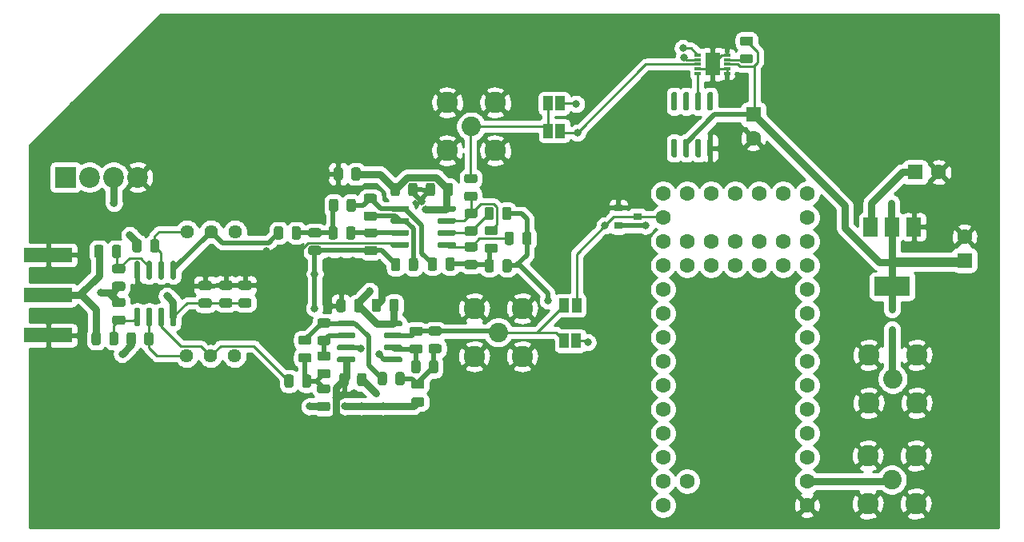
<source format=gbr>
%TF.GenerationSoftware,KiCad,Pcbnew,5.1.6-c6e7f7d~86~ubuntu18.04.1*%
%TF.CreationDate,2020-11-01T20:36:20-05:00*%
%TF.ProjectId,Senior-Design-Radar-Group,53656e69-6f72-42d4-9465-7369676e2d52,rev?*%
%TF.SameCoordinates,Original*%
%TF.FileFunction,Copper,L1,Top*%
%TF.FilePolarity,Positive*%
%FSLAX46Y46*%
G04 Gerber Fmt 4.6, Leading zero omitted, Abs format (unit mm)*
G04 Created by KiCad (PCBNEW 5.1.6-c6e7f7d~86~ubuntu18.04.1) date 2020-11-01 20:36:20*
%MOMM*%
%LPD*%
G01*
G04 APERTURE LIST*
%TA.AperFunction,ComponentPad*%
%ADD10C,2.250000*%
%TD*%
%TA.AperFunction,ComponentPad*%
%ADD11C,2.050000*%
%TD*%
%TA.AperFunction,ComponentPad*%
%ADD12C,1.600000*%
%TD*%
%TA.AperFunction,SMDPad,CuDef*%
%ADD13R,1.550000X2.480000*%
%TD*%
%TA.AperFunction,SMDPad,CuDef*%
%ADD14R,0.650000X0.300000*%
%TD*%
%TA.AperFunction,SMDPad,CuDef*%
%ADD15R,1.500000X2.000000*%
%TD*%
%TA.AperFunction,SMDPad,CuDef*%
%ADD16R,3.800000X2.000000*%
%TD*%
%TA.AperFunction,ComponentPad*%
%ADD17C,1.440000*%
%TD*%
%TA.AperFunction,SMDPad,CuDef*%
%ADD18R,1.000000X1.500000*%
%TD*%
%TA.AperFunction,ComponentPad*%
%ADD19C,2.200000*%
%TD*%
%TA.AperFunction,ComponentPad*%
%ADD20R,2.200000X2.200000*%
%TD*%
%TA.AperFunction,SMDPad,CuDef*%
%ADD21R,5.080000X1.500000*%
%TD*%
%TA.AperFunction,SMDPad,CuDef*%
%ADD22R,0.600000X0.450000*%
%TD*%
%TA.AperFunction,SMDPad,CuDef*%
%ADD23R,0.450000X0.600000*%
%TD*%
%TA.AperFunction,SMDPad,CuDef*%
%ADD24R,0.900000X0.800000*%
%TD*%
%TA.AperFunction,ComponentPad*%
%ADD25R,1.600000X1.600000*%
%TD*%
%TA.AperFunction,ViaPad*%
%ADD26C,0.800000*%
%TD*%
%TA.AperFunction,Conductor*%
%ADD27C,0.250000*%
%TD*%
%TA.AperFunction,Conductor*%
%ADD28C,0.254000*%
%TD*%
%TA.AperFunction,Conductor*%
%ADD29C,0.508000*%
%TD*%
%TA.AperFunction,Conductor*%
%ADD30C,0.762000*%
%TD*%
%TA.AperFunction,Conductor*%
%ADD31C,1.016000*%
%TD*%
G04 APERTURE END LIST*
D10*
%TO.P,J3,2*%
%TO.N,GND*%
X138074400Y-149225000D03*
X138074400Y-144145000D03*
X143154400Y-144145000D03*
X143154400Y-149225000D03*
D11*
%TO.P,J3,1*%
%TO.N,/DAC*%
X140614400Y-146685000D03*
%TD*%
D10*
%TO.P,J8,2*%
%TO.N,GND*%
X138171000Y-133470200D03*
X143251000Y-133470200D03*
X143251000Y-138550200D03*
X138171000Y-138550200D03*
D11*
%TO.P,J8,1*%
%TO.N,Net-(D2-Pad1)*%
X140711000Y-136010200D03*
%TD*%
D12*
%TO.P,U1,44*%
%TO.N,Net-(U1-Pad44)*%
X129108200Y-123977400D03*
%TO.P,U1,43*%
%TO.N,Net-(U1-Pad43)*%
X129108200Y-121437400D03*
%TO.P,U1,42*%
%TO.N,Net-(U1-Pad42)*%
X126568200Y-123977400D03*
%TO.P,U1,41*%
%TO.N,Net-(U1-Pad41)*%
X126568200Y-121437400D03*
%TO.P,U1,40*%
%TO.N,Net-(U1-Pad40)*%
X124028200Y-123977400D03*
%TO.P,U1,39*%
%TO.N,Net-(U1-Pad39)*%
X124028200Y-121437400D03*
%TO.P,U1,38*%
%TO.N,Net-(U1-Pad38)*%
X121488200Y-123977400D03*
%TO.P,U1,37*%
%TO.N,Net-(U1-Pad37)*%
X121488200Y-121437400D03*
%TO.P,U1,36*%
%TO.N,Net-(U1-Pad36)*%
X118948200Y-123977400D03*
%TO.P,U1,35*%
%TO.N,Net-(U1-Pad35)*%
X118948200Y-121437400D03*
%TO.P,U1,1*%
%TO.N,GND*%
X131648200Y-149377400D03*
%TO.P,U1,2*%
%TO.N,/DAC*%
X131648200Y-146837400D03*
%TO.P,U1,3*%
%TO.N,Net-(U1-Pad3)*%
X131648200Y-144297400D03*
%TO.P,U1,4*%
%TO.N,Net-(U1-Pad4)*%
X131648200Y-141757400D03*
%TO.P,U1,5*%
%TO.N,Net-(U1-Pad5)*%
X131648200Y-139217400D03*
%TO.P,U1,6*%
%TO.N,Net-(U1-Pad6)*%
X131648200Y-136677400D03*
%TO.P,U1,7*%
%TO.N,Net-(U1-Pad7)*%
X131648200Y-134137400D03*
%TO.P,U1,8*%
%TO.N,Net-(U1-Pad8)*%
X131648200Y-131597400D03*
%TO.P,U1,9*%
%TO.N,Net-(U1-Pad9)*%
X131648200Y-129057400D03*
%TO.P,U1,10*%
%TO.N,Net-(U1-Pad10)*%
X131648200Y-126517400D03*
%TO.P,U1,11*%
%TO.N,Net-(U1-Pad11)*%
X131648200Y-123977400D03*
%TO.P,U1,12*%
%TO.N,/!CS*%
X131648200Y-121437400D03*
%TO.P,U1,13*%
%TO.N,Net-(U1-Pad13)*%
X131648200Y-118897400D03*
%TO.P,U1,34*%
%TO.N,Net-(U1-Pad34)*%
X118948200Y-146837400D03*
%TO.P,U1,33*%
%TO.N,Net-(U1-Pad33)*%
X116408200Y-149377400D03*
%TO.P,U1,32*%
%TO.N,Net-(U1-Pad32)*%
X116408200Y-146837400D03*
%TO.P,U1,31*%
%TO.N,Net-(U1-Pad31)*%
X116408200Y-144297400D03*
%TO.P,U1,30*%
%TO.N,Net-(U1-Pad30)*%
X116408200Y-141757400D03*
%TO.P,U1,29*%
%TO.N,Net-(U1-Pad29)*%
X116408200Y-139217400D03*
%TO.P,U1,28*%
%TO.N,Net-(U1-Pad28)*%
X116408200Y-136677400D03*
%TO.P,U1,27*%
%TO.N,Net-(U1-Pad27)*%
X116408200Y-134137400D03*
%TO.P,U1,26*%
%TO.N,Net-(U1-Pad26)*%
X116408200Y-131597400D03*
%TO.P,U1,25*%
%TO.N,Net-(U1-Pad25)*%
X116408200Y-129057400D03*
%TO.P,U1,24*%
%TO.N,Net-(U1-Pad24)*%
X116408200Y-126517400D03*
%TO.P,U1,23*%
%TO.N,Net-(U1-Pad23)*%
X116408200Y-123977400D03*
%TO.P,U1,22*%
%TO.N,Net-(U1-Pad22)*%
X116408200Y-121437400D03*
%TO.P,U1,21*%
%TO.N,/Signal*%
X116408200Y-118897400D03*
%TO.P,U1,14*%
%TO.N,/SDO*%
X131648200Y-116357400D03*
%TO.P,U1,15*%
%TO.N,Net-(U1-Pad15)*%
X129108200Y-116357400D03*
%TO.P,U1,16*%
%TO.N,Net-(U1-Pad16)*%
X126568200Y-116357400D03*
%TO.P,U1,20*%
%TO.N,/SCK*%
X116408200Y-116357400D03*
%TO.P,U1,19*%
%TO.N,Net-(U1-Pad19)*%
X118948200Y-116357400D03*
%TO.P,U1,18*%
%TO.N,Net-(U1-Pad18)*%
X121488200Y-116357400D03*
%TO.P,U1,17*%
%TO.N,Net-(U1-Pad17)*%
X124028200Y-116357400D03*
%TD*%
D10*
%TO.P,J6,2*%
%TO.N,GND*%
X96418400Y-133629400D03*
X96418400Y-128549400D03*
X101498400Y-128549400D03*
X101498400Y-133629400D03*
D11*
%TO.P,J6,1*%
%TO.N,/Filter2/SIGNAL_OUT*%
X98958400Y-131089400D03*
%TD*%
D10*
%TO.P,J4,2*%
%TO.N,GND*%
X93573600Y-111810800D03*
X93573600Y-106730800D03*
X98653600Y-106730800D03*
X98653600Y-111810800D03*
D11*
%TO.P,J4,1*%
%TO.N,/filter1/Signal_OUT*%
X96113600Y-109270800D03*
%TD*%
%TO.P,U7,8*%
%TO.N,Vio*%
%TA.AperFunction,SMDPad,CuDef*%
G36*
G01*
X92533600Y-118133000D02*
X92533600Y-117833000D01*
G75*
G02*
X92683600Y-117683000I150000J0D01*
G01*
X94333600Y-117683000D01*
G75*
G02*
X94483600Y-117833000I0J-150000D01*
G01*
X94483600Y-118133000D01*
G75*
G02*
X94333600Y-118283000I-150000J0D01*
G01*
X92683600Y-118283000D01*
G75*
G02*
X92533600Y-118133000I0J150000D01*
G01*
G37*
%TD.AperFunction*%
%TO.P,U7,7*%
%TO.N,Net-(C16-Pad2)*%
%TA.AperFunction,SMDPad,CuDef*%
G36*
G01*
X92533600Y-119403000D02*
X92533600Y-119103000D01*
G75*
G02*
X92683600Y-118953000I150000J0D01*
G01*
X94333600Y-118953000D01*
G75*
G02*
X94483600Y-119103000I0J-150000D01*
G01*
X94483600Y-119403000D01*
G75*
G02*
X94333600Y-119553000I-150000J0D01*
G01*
X92683600Y-119553000D01*
G75*
G02*
X92533600Y-119403000I0J150000D01*
G01*
G37*
%TD.AperFunction*%
%TO.P,U7,6*%
%TO.N,Net-(R20-Pad1)*%
%TA.AperFunction,SMDPad,CuDef*%
G36*
G01*
X92533600Y-120673000D02*
X92533600Y-120373000D01*
G75*
G02*
X92683600Y-120223000I150000J0D01*
G01*
X94333600Y-120223000D01*
G75*
G02*
X94483600Y-120373000I0J-150000D01*
G01*
X94483600Y-120673000D01*
G75*
G02*
X94333600Y-120823000I-150000J0D01*
G01*
X92683600Y-120823000D01*
G75*
G02*
X92533600Y-120673000I0J150000D01*
G01*
G37*
%TD.AperFunction*%
%TO.P,U7,5*%
%TO.N,Net-(C15-Pad1)*%
%TA.AperFunction,SMDPad,CuDef*%
G36*
G01*
X92533600Y-121943000D02*
X92533600Y-121643000D01*
G75*
G02*
X92683600Y-121493000I150000J0D01*
G01*
X94333600Y-121493000D01*
G75*
G02*
X94483600Y-121643000I0J-150000D01*
G01*
X94483600Y-121943000D01*
G75*
G02*
X94333600Y-122093000I-150000J0D01*
G01*
X92683600Y-122093000D01*
G75*
G02*
X92533600Y-121943000I0J150000D01*
G01*
G37*
%TD.AperFunction*%
%TO.P,U7,4*%
%TO.N,GND*%
%TA.AperFunction,SMDPad,CuDef*%
G36*
G01*
X87583600Y-121943000D02*
X87583600Y-121643000D01*
G75*
G02*
X87733600Y-121493000I150000J0D01*
G01*
X89383600Y-121493000D01*
G75*
G02*
X89533600Y-121643000I0J-150000D01*
G01*
X89533600Y-121943000D01*
G75*
G02*
X89383600Y-122093000I-150000J0D01*
G01*
X87733600Y-122093000D01*
G75*
G02*
X87583600Y-121943000I0J150000D01*
G01*
G37*
%TD.AperFunction*%
%TO.P,U7,3*%
%TO.N,Net-(C13-Pad1)*%
%TA.AperFunction,SMDPad,CuDef*%
G36*
G01*
X87583600Y-120673000D02*
X87583600Y-120373000D01*
G75*
G02*
X87733600Y-120223000I150000J0D01*
G01*
X89383600Y-120223000D01*
G75*
G02*
X89533600Y-120373000I0J-150000D01*
G01*
X89533600Y-120673000D01*
G75*
G02*
X89383600Y-120823000I-150000J0D01*
G01*
X87733600Y-120823000D01*
G75*
G02*
X87583600Y-120673000I0J150000D01*
G01*
G37*
%TD.AperFunction*%
%TO.P,U7,2*%
%TO.N,Net-(R15-Pad2)*%
%TA.AperFunction,SMDPad,CuDef*%
G36*
G01*
X87583600Y-119403000D02*
X87583600Y-119103000D01*
G75*
G02*
X87733600Y-118953000I150000J0D01*
G01*
X89383600Y-118953000D01*
G75*
G02*
X89533600Y-119103000I0J-150000D01*
G01*
X89533600Y-119403000D01*
G75*
G02*
X89383600Y-119553000I-150000J0D01*
G01*
X87733600Y-119553000D01*
G75*
G02*
X87583600Y-119403000I0J150000D01*
G01*
G37*
%TD.AperFunction*%
%TO.P,U7,1*%
%TO.N,Net-(C14-Pad2)*%
%TA.AperFunction,SMDPad,CuDef*%
G36*
G01*
X87583600Y-118133000D02*
X87583600Y-117833000D01*
G75*
G02*
X87733600Y-117683000I150000J0D01*
G01*
X89383600Y-117683000D01*
G75*
G02*
X89533600Y-117833000I0J-150000D01*
G01*
X89533600Y-118133000D01*
G75*
G02*
X89383600Y-118283000I-150000J0D01*
G01*
X87733600Y-118283000D01*
G75*
G02*
X87583600Y-118133000I0J150000D01*
G01*
G37*
%TD.AperFunction*%
%TD*%
%TO.P,U6,8*%
%TO.N,Vio*%
%TA.AperFunction,SMDPad,CuDef*%
G36*
G01*
X64416800Y-128474600D02*
X64716800Y-128474600D01*
G75*
G02*
X64866800Y-128624600I0J-150000D01*
G01*
X64866800Y-130274600D01*
G75*
G02*
X64716800Y-130424600I-150000J0D01*
G01*
X64416800Y-130424600D01*
G75*
G02*
X64266800Y-130274600I0J150000D01*
G01*
X64266800Y-128624600D01*
G75*
G02*
X64416800Y-128474600I150000J0D01*
G01*
G37*
%TD.AperFunction*%
%TO.P,U6,7*%
%TO.N,/PostAMP/SIGNAL_OUT2*%
%TA.AperFunction,SMDPad,CuDef*%
G36*
G01*
X63146800Y-128474600D02*
X63446800Y-128474600D01*
G75*
G02*
X63596800Y-128624600I0J-150000D01*
G01*
X63596800Y-130274600D01*
G75*
G02*
X63446800Y-130424600I-150000J0D01*
G01*
X63146800Y-130424600D01*
G75*
G02*
X62996800Y-130274600I0J150000D01*
G01*
X62996800Y-128624600D01*
G75*
G02*
X63146800Y-128474600I150000J0D01*
G01*
G37*
%TD.AperFunction*%
%TO.P,U6,6*%
%TO.N,Net-(R11-Pad1)*%
%TA.AperFunction,SMDPad,CuDef*%
G36*
G01*
X61876800Y-128474600D02*
X62176800Y-128474600D01*
G75*
G02*
X62326800Y-128624600I0J-150000D01*
G01*
X62326800Y-130274600D01*
G75*
G02*
X62176800Y-130424600I-150000J0D01*
G01*
X61876800Y-130424600D01*
G75*
G02*
X61726800Y-130274600I0J150000D01*
G01*
X61726800Y-128624600D01*
G75*
G02*
X61876800Y-128474600I150000J0D01*
G01*
G37*
%TD.AperFunction*%
%TO.P,U6,5*%
%TO.N,Net-(C9-Pad1)*%
%TA.AperFunction,SMDPad,CuDef*%
G36*
G01*
X60606800Y-128474600D02*
X60906800Y-128474600D01*
G75*
G02*
X61056800Y-128624600I0J-150000D01*
G01*
X61056800Y-130274600D01*
G75*
G02*
X60906800Y-130424600I-150000J0D01*
G01*
X60606800Y-130424600D01*
G75*
G02*
X60456800Y-130274600I0J150000D01*
G01*
X60456800Y-128624600D01*
G75*
G02*
X60606800Y-128474600I150000J0D01*
G01*
G37*
%TD.AperFunction*%
%TO.P,U6,4*%
%TO.N,GND*%
%TA.AperFunction,SMDPad,CuDef*%
G36*
G01*
X60606800Y-123524600D02*
X60906800Y-123524600D01*
G75*
G02*
X61056800Y-123674600I0J-150000D01*
G01*
X61056800Y-125324600D01*
G75*
G02*
X60906800Y-125474600I-150000J0D01*
G01*
X60606800Y-125474600D01*
G75*
G02*
X60456800Y-125324600I0J150000D01*
G01*
X60456800Y-123674600D01*
G75*
G02*
X60606800Y-123524600I150000J0D01*
G01*
G37*
%TD.AperFunction*%
%TO.P,U6,3*%
%TO.N,Net-(C8-Pad1)*%
%TA.AperFunction,SMDPad,CuDef*%
G36*
G01*
X61876800Y-123524600D02*
X62176800Y-123524600D01*
G75*
G02*
X62326800Y-123674600I0J-150000D01*
G01*
X62326800Y-125324600D01*
G75*
G02*
X62176800Y-125474600I-150000J0D01*
G01*
X61876800Y-125474600D01*
G75*
G02*
X61726800Y-125324600I0J150000D01*
G01*
X61726800Y-123674600D01*
G75*
G02*
X61876800Y-123524600I150000J0D01*
G01*
G37*
%TD.AperFunction*%
%TO.P,U6,2*%
%TO.N,Net-(R10-Pad1)*%
%TA.AperFunction,SMDPad,CuDef*%
G36*
G01*
X63146800Y-123524600D02*
X63446800Y-123524600D01*
G75*
G02*
X63596800Y-123674600I0J-150000D01*
G01*
X63596800Y-125324600D01*
G75*
G02*
X63446800Y-125474600I-150000J0D01*
G01*
X63146800Y-125474600D01*
G75*
G02*
X62996800Y-125324600I0J150000D01*
G01*
X62996800Y-123674600D01*
G75*
G02*
X63146800Y-123524600I150000J0D01*
G01*
G37*
%TD.AperFunction*%
%TO.P,U6,1*%
%TO.N,/filter1/SIGNAL_IN*%
%TA.AperFunction,SMDPad,CuDef*%
G36*
G01*
X64416800Y-123524600D02*
X64716800Y-123524600D01*
G75*
G02*
X64866800Y-123674600I0J-150000D01*
G01*
X64866800Y-125324600D01*
G75*
G02*
X64716800Y-125474600I-150000J0D01*
G01*
X64416800Y-125474600D01*
G75*
G02*
X64266800Y-125324600I0J150000D01*
G01*
X64266800Y-123674600D01*
G75*
G02*
X64416800Y-123524600I150000J0D01*
G01*
G37*
%TD.AperFunction*%
%TD*%
%TO.P,U5,8*%
%TO.N,Vio*%
%TA.AperFunction,SMDPad,CuDef*%
G36*
G01*
X86844000Y-130299600D02*
X86844000Y-129999600D01*
G75*
G02*
X86994000Y-129849600I150000J0D01*
G01*
X88644000Y-129849600D01*
G75*
G02*
X88794000Y-129999600I0J-150000D01*
G01*
X88794000Y-130299600D01*
G75*
G02*
X88644000Y-130449600I-150000J0D01*
G01*
X86994000Y-130449600D01*
G75*
G02*
X86844000Y-130299600I0J150000D01*
G01*
G37*
%TD.AperFunction*%
%TO.P,U5,7*%
%TO.N,/Filter2/SIGNAL_OUT*%
%TA.AperFunction,SMDPad,CuDef*%
G36*
G01*
X86844000Y-131569600D02*
X86844000Y-131269600D01*
G75*
G02*
X86994000Y-131119600I150000J0D01*
G01*
X88644000Y-131119600D01*
G75*
G02*
X88794000Y-131269600I0J-150000D01*
G01*
X88794000Y-131569600D01*
G75*
G02*
X88644000Y-131719600I-150000J0D01*
G01*
X86994000Y-131719600D01*
G75*
G02*
X86844000Y-131569600I0J150000D01*
G01*
G37*
%TD.AperFunction*%
%TO.P,U5,6*%
%TO.N,Net-(C7-Pad2)*%
%TA.AperFunction,SMDPad,CuDef*%
G36*
G01*
X86844000Y-132839600D02*
X86844000Y-132539600D01*
G75*
G02*
X86994000Y-132389600I150000J0D01*
G01*
X88644000Y-132389600D01*
G75*
G02*
X88794000Y-132539600I0J-150000D01*
G01*
X88794000Y-132839600D01*
G75*
G02*
X88644000Y-132989600I-150000J0D01*
G01*
X86994000Y-132989600D01*
G75*
G02*
X86844000Y-132839600I0J150000D01*
G01*
G37*
%TD.AperFunction*%
%TO.P,U5,5*%
%TO.N,GND1*%
%TA.AperFunction,SMDPad,CuDef*%
G36*
G01*
X86844000Y-134109600D02*
X86844000Y-133809600D01*
G75*
G02*
X86994000Y-133659600I150000J0D01*
G01*
X88644000Y-133659600D01*
G75*
G02*
X88794000Y-133809600I0J-150000D01*
G01*
X88794000Y-134109600D01*
G75*
G02*
X88644000Y-134259600I-150000J0D01*
G01*
X86994000Y-134259600D01*
G75*
G02*
X86844000Y-134109600I0J150000D01*
G01*
G37*
%TD.AperFunction*%
%TO.P,U5,4*%
%TO.N,GND*%
%TA.AperFunction,SMDPad,CuDef*%
G36*
G01*
X81894000Y-134109600D02*
X81894000Y-133809600D01*
G75*
G02*
X82044000Y-133659600I150000J0D01*
G01*
X83694000Y-133659600D01*
G75*
G02*
X83844000Y-133809600I0J-150000D01*
G01*
X83844000Y-134109600D01*
G75*
G02*
X83694000Y-134259600I-150000J0D01*
G01*
X82044000Y-134259600D01*
G75*
G02*
X81894000Y-134109600I0J150000D01*
G01*
G37*
%TD.AperFunction*%
%TO.P,U5,3*%
%TO.N,GND1*%
%TA.AperFunction,SMDPad,CuDef*%
G36*
G01*
X81894000Y-132839600D02*
X81894000Y-132539600D01*
G75*
G02*
X82044000Y-132389600I150000J0D01*
G01*
X83694000Y-132389600D01*
G75*
G02*
X83844000Y-132539600I0J-150000D01*
G01*
X83844000Y-132839600D01*
G75*
G02*
X83694000Y-132989600I-150000J0D01*
G01*
X82044000Y-132989600D01*
G75*
G02*
X81894000Y-132839600I0J150000D01*
G01*
G37*
%TD.AperFunction*%
%TO.P,U5,2*%
%TO.N,Net-(C5-Pad2)*%
%TA.AperFunction,SMDPad,CuDef*%
G36*
G01*
X81894000Y-131569600D02*
X81894000Y-131269600D01*
G75*
G02*
X82044000Y-131119600I150000J0D01*
G01*
X83694000Y-131119600D01*
G75*
G02*
X83844000Y-131269600I0J-150000D01*
G01*
X83844000Y-131569600D01*
G75*
G02*
X83694000Y-131719600I-150000J0D01*
G01*
X82044000Y-131719600D01*
G75*
G02*
X81894000Y-131569600I0J150000D01*
G01*
G37*
%TD.AperFunction*%
%TO.P,U5,1*%
%TO.N,Net-(C5-Pad1)*%
%TA.AperFunction,SMDPad,CuDef*%
G36*
G01*
X81894000Y-130299600D02*
X81894000Y-129999600D01*
G75*
G02*
X82044000Y-129849600I150000J0D01*
G01*
X83694000Y-129849600D01*
G75*
G02*
X83844000Y-129999600I0J-150000D01*
G01*
X83844000Y-130299600D01*
G75*
G02*
X83694000Y-130449600I-150000J0D01*
G01*
X82044000Y-130449600D01*
G75*
G02*
X81894000Y-130299600I0J150000D01*
G01*
G37*
%TD.AperFunction*%
%TD*%
D13*
%TO.P,U4,11*%
%TO.N,GND*%
X121640600Y-102692200D03*
D14*
%TO.P,U4,10*%
X123190600Y-101692200D03*
%TO.P,U4,9*%
%TO.N,Net-(R1-Pad2)*%
X123190600Y-102192200D03*
%TO.P,U4,8*%
%TO.N,+3V3*%
X123190600Y-102692200D03*
%TO.P,U4,7*%
%TO.N,GND*%
X123190600Y-103192200D03*
%TO.P,U4,6*%
X123190600Y-103692200D03*
%TO.P,U4,5*%
%TO.N,Net-(U3-Pad6)*%
X120090600Y-103692200D03*
%TO.P,U4,4*%
%TO.N,GND*%
X120090600Y-103192200D03*
%TO.P,U4,3*%
%TO.N,/Signal2*%
X120090600Y-102692200D03*
%TO.P,U4,2*%
%TO.N,/SDO*%
X120090600Y-102192200D03*
%TO.P,U4,1*%
%TO.N,/SCK*%
X120090600Y-101692200D03*
%TD*%
%TO.P,U3,8*%
%TO.N,Net-(U3-Pad8)*%
%TA.AperFunction,SMDPad,CuDef*%
G36*
G01*
X117726600Y-107593000D02*
X117426600Y-107593000D01*
G75*
G02*
X117276600Y-107443000I0J150000D01*
G01*
X117276600Y-105793000D01*
G75*
G02*
X117426600Y-105643000I150000J0D01*
G01*
X117726600Y-105643000D01*
G75*
G02*
X117876600Y-105793000I0J-150000D01*
G01*
X117876600Y-107443000D01*
G75*
G02*
X117726600Y-107593000I-150000J0D01*
G01*
G37*
%TD.AperFunction*%
%TO.P,U3,7*%
%TO.N,Net-(U3-Pad7)*%
%TA.AperFunction,SMDPad,CuDef*%
G36*
G01*
X118996600Y-107593000D02*
X118696600Y-107593000D01*
G75*
G02*
X118546600Y-107443000I0J150000D01*
G01*
X118546600Y-105793000D01*
G75*
G02*
X118696600Y-105643000I150000J0D01*
G01*
X118996600Y-105643000D01*
G75*
G02*
X119146600Y-105793000I0J-150000D01*
G01*
X119146600Y-107443000D01*
G75*
G02*
X118996600Y-107593000I-150000J0D01*
G01*
G37*
%TD.AperFunction*%
%TO.P,U3,6*%
%TO.N,Net-(U3-Pad6)*%
%TA.AperFunction,SMDPad,CuDef*%
G36*
G01*
X120266600Y-107593000D02*
X119966600Y-107593000D01*
G75*
G02*
X119816600Y-107443000I0J150000D01*
G01*
X119816600Y-105793000D01*
G75*
G02*
X119966600Y-105643000I150000J0D01*
G01*
X120266600Y-105643000D01*
G75*
G02*
X120416600Y-105793000I0J-150000D01*
G01*
X120416600Y-107443000D01*
G75*
G02*
X120266600Y-107593000I-150000J0D01*
G01*
G37*
%TD.AperFunction*%
%TO.P,U3,5*%
%TO.N,Net-(U3-Pad5)*%
%TA.AperFunction,SMDPad,CuDef*%
G36*
G01*
X121536600Y-107593000D02*
X121236600Y-107593000D01*
G75*
G02*
X121086600Y-107443000I0J150000D01*
G01*
X121086600Y-105793000D01*
G75*
G02*
X121236600Y-105643000I150000J0D01*
G01*
X121536600Y-105643000D01*
G75*
G02*
X121686600Y-105793000I0J-150000D01*
G01*
X121686600Y-107443000D01*
G75*
G02*
X121536600Y-107593000I-150000J0D01*
G01*
G37*
%TD.AperFunction*%
%TO.P,U3,4*%
%TO.N,GND*%
%TA.AperFunction,SMDPad,CuDef*%
G36*
G01*
X121536600Y-112543000D02*
X121236600Y-112543000D01*
G75*
G02*
X121086600Y-112393000I0J150000D01*
G01*
X121086600Y-110743000D01*
G75*
G02*
X121236600Y-110593000I150000J0D01*
G01*
X121536600Y-110593000D01*
G75*
G02*
X121686600Y-110743000I0J-150000D01*
G01*
X121686600Y-112393000D01*
G75*
G02*
X121536600Y-112543000I-150000J0D01*
G01*
G37*
%TD.AperFunction*%
%TO.P,U3,3*%
%TO.N,Net-(U3-Pad3)*%
%TA.AperFunction,SMDPad,CuDef*%
G36*
G01*
X120266600Y-112543000D02*
X119966600Y-112543000D01*
G75*
G02*
X119816600Y-112393000I0J150000D01*
G01*
X119816600Y-110743000D01*
G75*
G02*
X119966600Y-110593000I150000J0D01*
G01*
X120266600Y-110593000D01*
G75*
G02*
X120416600Y-110743000I0J-150000D01*
G01*
X120416600Y-112393000D01*
G75*
G02*
X120266600Y-112543000I-150000J0D01*
G01*
G37*
%TD.AperFunction*%
%TO.P,U3,2*%
%TO.N,+3V3*%
%TA.AperFunction,SMDPad,CuDef*%
G36*
G01*
X118996600Y-112543000D02*
X118696600Y-112543000D01*
G75*
G02*
X118546600Y-112393000I0J150000D01*
G01*
X118546600Y-110743000D01*
G75*
G02*
X118696600Y-110593000I150000J0D01*
G01*
X118996600Y-110593000D01*
G75*
G02*
X119146600Y-110743000I0J-150000D01*
G01*
X119146600Y-112393000D01*
G75*
G02*
X118996600Y-112543000I-150000J0D01*
G01*
G37*
%TD.AperFunction*%
%TO.P,U3,1*%
%TO.N,Net-(U3-Pad1)*%
%TA.AperFunction,SMDPad,CuDef*%
G36*
G01*
X117726600Y-112543000D02*
X117426600Y-112543000D01*
G75*
G02*
X117276600Y-112393000I0J150000D01*
G01*
X117276600Y-110743000D01*
G75*
G02*
X117426600Y-110593000I150000J0D01*
G01*
X117726600Y-110593000D01*
G75*
G02*
X117876600Y-110743000I0J-150000D01*
G01*
X117876600Y-112393000D01*
G75*
G02*
X117726600Y-112543000I-150000J0D01*
G01*
G37*
%TD.AperFunction*%
%TD*%
D15*
%TO.P,U2,1*%
%TO.N,GND*%
X142965200Y-119913000D03*
%TO.P,U2,3*%
%TO.N,+5V*%
X138365200Y-119913000D03*
%TO.P,U2,2*%
%TO.N,+3V3*%
X140665200Y-119913000D03*
D16*
X140665200Y-126213000D03*
%TD*%
D17*
%TO.P,RV2,3*%
%TO.N,Net-(RV2-Pad3)*%
X71069200Y-133578600D03*
%TO.P,RV2,2*%
%TO.N,/PostAMP/SIGNAL_OUT2*%
X68529200Y-133578600D03*
%TO.P,RV2,1*%
%TO.N,Net-(R11-Pad1)*%
X65989200Y-133578600D03*
%TD*%
%TO.P,RV1,3*%
%TO.N,Net-(RV1-Pad3)*%
X71120000Y-120421400D03*
%TO.P,RV1,2*%
%TO.N,/filter1/SIGNAL_IN*%
X68580000Y-120421400D03*
%TO.P,RV1,1*%
%TO.N,Net-(R10-Pad1)*%
X66040000Y-120421400D03*
%TD*%
%TO.P,R22,2*%
%TO.N,/filter1/Signal_OUT*%
%TA.AperFunction,SMDPad,CuDef*%
G36*
G01*
X96519050Y-115272400D02*
X95606550Y-115272400D01*
G75*
G02*
X95362800Y-115028650I0J243750D01*
G01*
X95362800Y-114541150D01*
G75*
G02*
X95606550Y-114297400I243750J0D01*
G01*
X96519050Y-114297400D01*
G75*
G02*
X96762800Y-114541150I0J-243750D01*
G01*
X96762800Y-115028650D01*
G75*
G02*
X96519050Y-115272400I-243750J0D01*
G01*
G37*
%TD.AperFunction*%
%TO.P,R22,1*%
%TO.N,Net-(C16-Pad2)*%
%TA.AperFunction,SMDPad,CuDef*%
G36*
G01*
X96519050Y-117147400D02*
X95606550Y-117147400D01*
G75*
G02*
X95362800Y-116903650I0J243750D01*
G01*
X95362800Y-116416150D01*
G75*
G02*
X95606550Y-116172400I243750J0D01*
G01*
X96519050Y-116172400D01*
G75*
G02*
X96762800Y-116416150I0J-243750D01*
G01*
X96762800Y-116903650D01*
G75*
G02*
X96519050Y-117147400I-243750J0D01*
G01*
G37*
%TD.AperFunction*%
%TD*%
%TO.P,R21,2*%
%TO.N,Net-(R20-Pad1)*%
%TA.AperFunction,SMDPad,CuDef*%
G36*
G01*
X95631950Y-119880800D02*
X96544450Y-119880800D01*
G75*
G02*
X96788200Y-120124550I0J-243750D01*
G01*
X96788200Y-120612050D01*
G75*
G02*
X96544450Y-120855800I-243750J0D01*
G01*
X95631950Y-120855800D01*
G75*
G02*
X95388200Y-120612050I0J243750D01*
G01*
X95388200Y-120124550D01*
G75*
G02*
X95631950Y-119880800I243750J0D01*
G01*
G37*
%TD.AperFunction*%
%TO.P,R21,1*%
%TO.N,Net-(C16-Pad2)*%
%TA.AperFunction,SMDPad,CuDef*%
G36*
G01*
X95631950Y-118005800D02*
X96544450Y-118005800D01*
G75*
G02*
X96788200Y-118249550I0J-243750D01*
G01*
X96788200Y-118737050D01*
G75*
G02*
X96544450Y-118980800I-243750J0D01*
G01*
X95631950Y-118980800D01*
G75*
G02*
X95388200Y-118737050I0J243750D01*
G01*
X95388200Y-118249550D01*
G75*
G02*
X95631950Y-118005800I243750J0D01*
G01*
G37*
%TD.AperFunction*%
%TD*%
%TO.P,R20,2*%
%TO.N,GND1*%
%TA.AperFunction,SMDPad,CuDef*%
G36*
G01*
X99385300Y-118947250D02*
X99385300Y-118034750D01*
G75*
G02*
X99629050Y-117791000I243750J0D01*
G01*
X100116550Y-117791000D01*
G75*
G02*
X100360300Y-118034750I0J-243750D01*
G01*
X100360300Y-118947250D01*
G75*
G02*
X100116550Y-119191000I-243750J0D01*
G01*
X99629050Y-119191000D01*
G75*
G02*
X99385300Y-118947250I0J243750D01*
G01*
G37*
%TD.AperFunction*%
%TO.P,R20,1*%
%TO.N,Net-(R20-Pad1)*%
%TA.AperFunction,SMDPad,CuDef*%
G36*
G01*
X97510300Y-118947250D02*
X97510300Y-118034750D01*
G75*
G02*
X97754050Y-117791000I243750J0D01*
G01*
X98241550Y-117791000D01*
G75*
G02*
X98485300Y-118034750I0J-243750D01*
G01*
X98485300Y-118947250D01*
G75*
G02*
X98241550Y-119191000I-243750J0D01*
G01*
X97754050Y-119191000D01*
G75*
G02*
X97510300Y-118947250I0J243750D01*
G01*
G37*
%TD.AperFunction*%
%TD*%
%TO.P,R19,2*%
%TO.N,Net-(C15-Pad1)*%
%TA.AperFunction,SMDPad,CuDef*%
G36*
G01*
X96544450Y-122509100D02*
X95631950Y-122509100D01*
G75*
G02*
X95388200Y-122265350I0J243750D01*
G01*
X95388200Y-121777850D01*
G75*
G02*
X95631950Y-121534100I243750J0D01*
G01*
X96544450Y-121534100D01*
G75*
G02*
X96788200Y-121777850I0J-243750D01*
G01*
X96788200Y-122265350D01*
G75*
G02*
X96544450Y-122509100I-243750J0D01*
G01*
G37*
%TD.AperFunction*%
%TO.P,R19,1*%
%TO.N,Net-(C16-Pad1)*%
%TA.AperFunction,SMDPad,CuDef*%
G36*
G01*
X96544450Y-124384100D02*
X95631950Y-124384100D01*
G75*
G02*
X95388200Y-124140350I0J243750D01*
G01*
X95388200Y-123652850D01*
G75*
G02*
X95631950Y-123409100I243750J0D01*
G01*
X96544450Y-123409100D01*
G75*
G02*
X96788200Y-123652850I0J-243750D01*
G01*
X96788200Y-124140350D01*
G75*
G02*
X96544450Y-124384100I-243750J0D01*
G01*
G37*
%TD.AperFunction*%
%TD*%
%TO.P,R18,2*%
%TO.N,Net-(C16-Pad1)*%
%TA.AperFunction,SMDPad,CuDef*%
G36*
G01*
X98508400Y-123571950D02*
X98508400Y-124484450D01*
G75*
G02*
X98264650Y-124728200I-243750J0D01*
G01*
X97777150Y-124728200D01*
G75*
G02*
X97533400Y-124484450I0J243750D01*
G01*
X97533400Y-123571950D01*
G75*
G02*
X97777150Y-123328200I243750J0D01*
G01*
X98264650Y-123328200D01*
G75*
G02*
X98508400Y-123571950I0J-243750D01*
G01*
G37*
%TD.AperFunction*%
%TO.P,R18,1*%
%TO.N,GND1*%
%TA.AperFunction,SMDPad,CuDef*%
G36*
G01*
X100383400Y-123571950D02*
X100383400Y-124484450D01*
G75*
G02*
X100139650Y-124728200I-243750J0D01*
G01*
X99652150Y-124728200D01*
G75*
G02*
X99408400Y-124484450I0J243750D01*
G01*
X99408400Y-123571950D01*
G75*
G02*
X99652150Y-123328200I243750J0D01*
G01*
X100139650Y-123328200D01*
G75*
G02*
X100383400Y-123571950I0J-243750D01*
G01*
G37*
%TD.AperFunction*%
%TD*%
%TO.P,R17,2*%
%TO.N,Net-(C16-Pad1)*%
%TA.AperFunction,SMDPad,CuDef*%
G36*
G01*
X93388600Y-124306650D02*
X93388600Y-123394150D01*
G75*
G02*
X93632350Y-123150400I243750J0D01*
G01*
X94119850Y-123150400D01*
G75*
G02*
X94363600Y-123394150I0J-243750D01*
G01*
X94363600Y-124306650D01*
G75*
G02*
X94119850Y-124550400I-243750J0D01*
G01*
X93632350Y-124550400D01*
G75*
G02*
X93388600Y-124306650I0J243750D01*
G01*
G37*
%TD.AperFunction*%
%TO.P,R17,1*%
%TO.N,Net-(C14-Pad2)*%
%TA.AperFunction,SMDPad,CuDef*%
G36*
G01*
X91513600Y-124306650D02*
X91513600Y-123394150D01*
G75*
G02*
X91757350Y-123150400I243750J0D01*
G01*
X92244850Y-123150400D01*
G75*
G02*
X92488600Y-123394150I0J-243750D01*
G01*
X92488600Y-124306650D01*
G75*
G02*
X92244850Y-124550400I-243750J0D01*
G01*
X91757350Y-124550400D01*
G75*
G02*
X91513600Y-124306650I0J243750D01*
G01*
G37*
%TD.AperFunction*%
%TD*%
%TO.P,R16,2*%
%TO.N,Net-(C14-Pad2)*%
%TA.AperFunction,SMDPad,CuDef*%
G36*
G01*
X85876450Y-117380600D02*
X84963950Y-117380600D01*
G75*
G02*
X84720200Y-117136850I0J243750D01*
G01*
X84720200Y-116649350D01*
G75*
G02*
X84963950Y-116405600I243750J0D01*
G01*
X85876450Y-116405600D01*
G75*
G02*
X86120200Y-116649350I0J-243750D01*
G01*
X86120200Y-117136850D01*
G75*
G02*
X85876450Y-117380600I-243750J0D01*
G01*
G37*
%TD.AperFunction*%
%TO.P,R16,1*%
%TO.N,Net-(R15-Pad2)*%
%TA.AperFunction,SMDPad,CuDef*%
G36*
G01*
X85876450Y-119255600D02*
X84963950Y-119255600D01*
G75*
G02*
X84720200Y-119011850I0J243750D01*
G01*
X84720200Y-118524350D01*
G75*
G02*
X84963950Y-118280600I243750J0D01*
G01*
X85876450Y-118280600D01*
G75*
G02*
X86120200Y-118524350I0J-243750D01*
G01*
X86120200Y-119011850D01*
G75*
G02*
X85876450Y-119255600I-243750J0D01*
G01*
G37*
%TD.AperFunction*%
%TD*%
%TO.P,R15,2*%
%TO.N,Net-(R15-Pad2)*%
%TA.AperFunction,SMDPad,CuDef*%
G36*
G01*
X89502400Y-124357450D02*
X89502400Y-123444950D01*
G75*
G02*
X89746150Y-123201200I243750J0D01*
G01*
X90233650Y-123201200D01*
G75*
G02*
X90477400Y-123444950I0J-243750D01*
G01*
X90477400Y-124357450D01*
G75*
G02*
X90233650Y-124601200I-243750J0D01*
G01*
X89746150Y-124601200D01*
G75*
G02*
X89502400Y-124357450I0J243750D01*
G01*
G37*
%TD.AperFunction*%
%TO.P,R15,1*%
%TO.N,GND1*%
%TA.AperFunction,SMDPad,CuDef*%
G36*
G01*
X87627400Y-124357450D02*
X87627400Y-123444950D01*
G75*
G02*
X87871150Y-123201200I243750J0D01*
G01*
X88358650Y-123201200D01*
G75*
G02*
X88602400Y-123444950I0J-243750D01*
G01*
X88602400Y-124357450D01*
G75*
G02*
X88358650Y-124601200I-243750J0D01*
G01*
X87871150Y-124601200D01*
G75*
G02*
X87627400Y-124357450I0J243750D01*
G01*
G37*
%TD.AperFunction*%
%TD*%
%TO.P,R14,2*%
%TO.N,Net-(C14-Pad1)*%
%TA.AperFunction,SMDPad,CuDef*%
G36*
G01*
X81973000Y-120092150D02*
X81973000Y-121004650D01*
G75*
G02*
X81729250Y-121248400I-243750J0D01*
G01*
X81241750Y-121248400D01*
G75*
G02*
X80998000Y-121004650I0J243750D01*
G01*
X80998000Y-120092150D01*
G75*
G02*
X81241750Y-119848400I243750J0D01*
G01*
X81729250Y-119848400D01*
G75*
G02*
X81973000Y-120092150I0J-243750D01*
G01*
G37*
%TD.AperFunction*%
%TO.P,R14,1*%
%TO.N,Net-(C13-Pad1)*%
%TA.AperFunction,SMDPad,CuDef*%
G36*
G01*
X83848000Y-120092150D02*
X83848000Y-121004650D01*
G75*
G02*
X83604250Y-121248400I-243750J0D01*
G01*
X83116750Y-121248400D01*
G75*
G02*
X82873000Y-121004650I0J243750D01*
G01*
X82873000Y-120092150D01*
G75*
G02*
X83116750Y-119848400I243750J0D01*
G01*
X83604250Y-119848400D01*
G75*
G02*
X83848000Y-120092150I0J-243750D01*
G01*
G37*
%TD.AperFunction*%
%TD*%
%TO.P,R13,2*%
%TO.N,GND1*%
%TA.AperFunction,SMDPad,CuDef*%
G36*
G01*
X79096550Y-121915100D02*
X80009050Y-121915100D01*
G75*
G02*
X80252800Y-122158850I0J-243750D01*
G01*
X80252800Y-122646350D01*
G75*
G02*
X80009050Y-122890100I-243750J0D01*
G01*
X79096550Y-122890100D01*
G75*
G02*
X78852800Y-122646350I0J243750D01*
G01*
X78852800Y-122158850D01*
G75*
G02*
X79096550Y-121915100I243750J0D01*
G01*
G37*
%TD.AperFunction*%
%TO.P,R13,1*%
%TO.N,Net-(C14-Pad1)*%
%TA.AperFunction,SMDPad,CuDef*%
G36*
G01*
X79096550Y-120040100D02*
X80009050Y-120040100D01*
G75*
G02*
X80252800Y-120283850I0J-243750D01*
G01*
X80252800Y-120771350D01*
G75*
G02*
X80009050Y-121015100I-243750J0D01*
G01*
X79096550Y-121015100D01*
G75*
G02*
X78852800Y-120771350I0J243750D01*
G01*
X78852800Y-120283850D01*
G75*
G02*
X79096550Y-120040100I243750J0D01*
G01*
G37*
%TD.AperFunction*%
%TD*%
%TO.P,R12,2*%
%TO.N,Net-(C14-Pad1)*%
%TA.AperFunction,SMDPad,CuDef*%
G36*
G01*
X77107200Y-121004650D02*
X77107200Y-120092150D01*
G75*
G02*
X77350950Y-119848400I243750J0D01*
G01*
X77838450Y-119848400D01*
G75*
G02*
X78082200Y-120092150I0J-243750D01*
G01*
X78082200Y-121004650D01*
G75*
G02*
X77838450Y-121248400I-243750J0D01*
G01*
X77350950Y-121248400D01*
G75*
G02*
X77107200Y-121004650I0J243750D01*
G01*
G37*
%TD.AperFunction*%
%TO.P,R12,1*%
%TO.N,/filter1/SIGNAL_IN*%
%TA.AperFunction,SMDPad,CuDef*%
G36*
G01*
X75232200Y-121004650D02*
X75232200Y-120092150D01*
G75*
G02*
X75475950Y-119848400I243750J0D01*
G01*
X75963450Y-119848400D01*
G75*
G02*
X76207200Y-120092150I0J-243750D01*
G01*
X76207200Y-121004650D01*
G75*
G02*
X75963450Y-121248400I-243750J0D01*
G01*
X75475950Y-121248400D01*
G75*
G02*
X75232200Y-121004650I0J243750D01*
G01*
G37*
%TD.AperFunction*%
%TD*%
%TO.P,R11,2*%
%TO.N,GND1*%
%TA.AperFunction,SMDPad,CuDef*%
G36*
G01*
X60611600Y-131318950D02*
X60611600Y-132231450D01*
G75*
G02*
X60367850Y-132475200I-243750J0D01*
G01*
X59880350Y-132475200D01*
G75*
G02*
X59636600Y-132231450I0J243750D01*
G01*
X59636600Y-131318950D01*
G75*
G02*
X59880350Y-131075200I243750J0D01*
G01*
X60367850Y-131075200D01*
G75*
G02*
X60611600Y-131318950I0J-243750D01*
G01*
G37*
%TD.AperFunction*%
%TO.P,R11,1*%
%TO.N,Net-(R11-Pad1)*%
%TA.AperFunction,SMDPad,CuDef*%
G36*
G01*
X62486600Y-131318950D02*
X62486600Y-132231450D01*
G75*
G02*
X62242850Y-132475200I-243750J0D01*
G01*
X61755350Y-132475200D01*
G75*
G02*
X61511600Y-132231450I0J243750D01*
G01*
X61511600Y-131318950D01*
G75*
G02*
X61755350Y-131075200I243750J0D01*
G01*
X62242850Y-131075200D01*
G75*
G02*
X62486600Y-131318950I0J-243750D01*
G01*
G37*
%TD.AperFunction*%
%TD*%
%TO.P,R10,2*%
%TO.N,GND1*%
%TA.AperFunction,SMDPad,CuDef*%
G36*
G01*
X61221200Y-121463750D02*
X61221200Y-122376250D01*
G75*
G02*
X60977450Y-122620000I-243750J0D01*
G01*
X60489950Y-122620000D01*
G75*
G02*
X60246200Y-122376250I0J243750D01*
G01*
X60246200Y-121463750D01*
G75*
G02*
X60489950Y-121220000I243750J0D01*
G01*
X60977450Y-121220000D01*
G75*
G02*
X61221200Y-121463750I0J-243750D01*
G01*
G37*
%TD.AperFunction*%
%TO.P,R10,1*%
%TO.N,Net-(R10-Pad1)*%
%TA.AperFunction,SMDPad,CuDef*%
G36*
G01*
X63096200Y-121463750D02*
X63096200Y-122376250D01*
G75*
G02*
X62852450Y-122620000I-243750J0D01*
G01*
X62364950Y-122620000D01*
G75*
G02*
X62121200Y-122376250I0J243750D01*
G01*
X62121200Y-121463750D01*
G75*
G02*
X62364950Y-121220000I243750J0D01*
G01*
X62852450Y-121220000D01*
G75*
G02*
X63096200Y-121463750I0J-243750D01*
G01*
G37*
%TD.AperFunction*%
%TD*%
%TO.P,R9,2*%
%TO.N,GND1*%
%TA.AperFunction,SMDPad,CuDef*%
G36*
G01*
X59257250Y-128404200D02*
X58344750Y-128404200D01*
G75*
G02*
X58101000Y-128160450I0J243750D01*
G01*
X58101000Y-127672950D01*
G75*
G02*
X58344750Y-127429200I243750J0D01*
G01*
X59257250Y-127429200D01*
G75*
G02*
X59501000Y-127672950I0J-243750D01*
G01*
X59501000Y-128160450D01*
G75*
G02*
X59257250Y-128404200I-243750J0D01*
G01*
G37*
%TD.AperFunction*%
%TO.P,R9,1*%
%TO.N,Net-(C9-Pad1)*%
%TA.AperFunction,SMDPad,CuDef*%
G36*
G01*
X59257250Y-130279200D02*
X58344750Y-130279200D01*
G75*
G02*
X58101000Y-130035450I0J243750D01*
G01*
X58101000Y-129547950D01*
G75*
G02*
X58344750Y-129304200I243750J0D01*
G01*
X59257250Y-129304200D01*
G75*
G02*
X59501000Y-129547950I0J-243750D01*
G01*
X59501000Y-130035450D01*
G75*
G02*
X59257250Y-130279200I-243750J0D01*
G01*
G37*
%TD.AperFunction*%
%TD*%
%TO.P,R8,2*%
%TO.N,GND1*%
%TA.AperFunction,SMDPad,CuDef*%
G36*
G01*
X58344750Y-125722800D02*
X59257250Y-125722800D01*
G75*
G02*
X59501000Y-125966550I0J-243750D01*
G01*
X59501000Y-126454050D01*
G75*
G02*
X59257250Y-126697800I-243750J0D01*
G01*
X58344750Y-126697800D01*
G75*
G02*
X58101000Y-126454050I0J243750D01*
G01*
X58101000Y-125966550D01*
G75*
G02*
X58344750Y-125722800I243750J0D01*
G01*
G37*
%TD.AperFunction*%
%TO.P,R8,1*%
%TO.N,Net-(C8-Pad1)*%
%TA.AperFunction,SMDPad,CuDef*%
G36*
G01*
X58344750Y-123847800D02*
X59257250Y-123847800D01*
G75*
G02*
X59501000Y-124091550I0J-243750D01*
G01*
X59501000Y-124579050D01*
G75*
G02*
X59257250Y-124822800I-243750J0D01*
G01*
X58344750Y-124822800D01*
G75*
G02*
X58101000Y-124579050I0J243750D01*
G01*
X58101000Y-124091550D01*
G75*
G02*
X58344750Y-123847800I243750J0D01*
G01*
G37*
%TD.AperFunction*%
%TD*%
%TO.P,R7,2*%
%TO.N,Net-(C6-Pad1)*%
%TA.AperFunction,SMDPad,CuDef*%
G36*
G01*
X91638300Y-135177850D02*
X91638300Y-134265350D01*
G75*
G02*
X91882050Y-134021600I243750J0D01*
G01*
X92369550Y-134021600D01*
G75*
G02*
X92613300Y-134265350I0J-243750D01*
G01*
X92613300Y-135177850D01*
G75*
G02*
X92369550Y-135421600I-243750J0D01*
G01*
X91882050Y-135421600D01*
G75*
G02*
X91638300Y-135177850I0J243750D01*
G01*
G37*
%TD.AperFunction*%
%TO.P,R7,1*%
%TO.N,Net-(C7-Pad2)*%
%TA.AperFunction,SMDPad,CuDef*%
G36*
G01*
X89763300Y-135177850D02*
X89763300Y-134265350D01*
G75*
G02*
X90007050Y-134021600I243750J0D01*
G01*
X90494550Y-134021600D01*
G75*
G02*
X90738300Y-134265350I0J-243750D01*
G01*
X90738300Y-135177850D01*
G75*
G02*
X90494550Y-135421600I-243750J0D01*
G01*
X90007050Y-135421600D01*
G75*
G02*
X89763300Y-135177850I0J243750D01*
G01*
G37*
%TD.AperFunction*%
%TD*%
%TO.P,R6,2*%
%TO.N,Net-(C6-Pad1)*%
%TA.AperFunction,SMDPad,CuDef*%
G36*
G01*
X91821950Y-132326800D02*
X92734450Y-132326800D01*
G75*
G02*
X92978200Y-132570550I0J-243750D01*
G01*
X92978200Y-133058050D01*
G75*
G02*
X92734450Y-133301800I-243750J0D01*
G01*
X91821950Y-133301800D01*
G75*
G02*
X91578200Y-133058050I0J243750D01*
G01*
X91578200Y-132570550D01*
G75*
G02*
X91821950Y-132326800I243750J0D01*
G01*
G37*
%TD.AperFunction*%
%TO.P,R6,1*%
%TO.N,/Filter2/SIGNAL_OUT*%
%TA.AperFunction,SMDPad,CuDef*%
G36*
G01*
X91821950Y-130451800D02*
X92734450Y-130451800D01*
G75*
G02*
X92978200Y-130695550I0J-243750D01*
G01*
X92978200Y-131183050D01*
G75*
G02*
X92734450Y-131426800I-243750J0D01*
G01*
X91821950Y-131426800D01*
G75*
G02*
X91578200Y-131183050I0J243750D01*
G01*
X91578200Y-130695550D01*
G75*
G02*
X91821950Y-130451800I243750J0D01*
G01*
G37*
%TD.AperFunction*%
%TD*%
%TO.P,R5,2*%
%TO.N,Net-(C5-Pad1)*%
%TA.AperFunction,SMDPad,CuDef*%
G36*
G01*
X87180000Y-135535350D02*
X87180000Y-136447850D01*
G75*
G02*
X86936250Y-136691600I-243750J0D01*
G01*
X86448750Y-136691600D01*
G75*
G02*
X86205000Y-136447850I0J243750D01*
G01*
X86205000Y-135535350D01*
G75*
G02*
X86448750Y-135291600I243750J0D01*
G01*
X86936250Y-135291600D01*
G75*
G02*
X87180000Y-135535350I0J-243750D01*
G01*
G37*
%TD.AperFunction*%
%TO.P,R5,1*%
%TO.N,Net-(C6-Pad1)*%
%TA.AperFunction,SMDPad,CuDef*%
G36*
G01*
X89055000Y-135535350D02*
X89055000Y-136447850D01*
G75*
G02*
X88811250Y-136691600I-243750J0D01*
G01*
X88323750Y-136691600D01*
G75*
G02*
X88080000Y-136447850I0J243750D01*
G01*
X88080000Y-135535350D01*
G75*
G02*
X88323750Y-135291600I243750J0D01*
G01*
X88811250Y-135291600D01*
G75*
G02*
X89055000Y-135535350I0J-243750D01*
G01*
G37*
%TD.AperFunction*%
%TD*%
%TO.P,R4,2*%
%TO.N,Net-(C5-Pad2)*%
%TA.AperFunction,SMDPad,CuDef*%
G36*
G01*
X80974250Y-134068400D02*
X80061750Y-134068400D01*
G75*
G02*
X79818000Y-133824650I0J243750D01*
G01*
X79818000Y-133337150D01*
G75*
G02*
X80061750Y-133093400I243750J0D01*
G01*
X80974250Y-133093400D01*
G75*
G02*
X81218000Y-133337150I0J-243750D01*
G01*
X81218000Y-133824650D01*
G75*
G02*
X80974250Y-134068400I-243750J0D01*
G01*
G37*
%TD.AperFunction*%
%TO.P,R4,1*%
%TO.N,Net-(C4-Pad1)*%
%TA.AperFunction,SMDPad,CuDef*%
G36*
G01*
X80974250Y-135943400D02*
X80061750Y-135943400D01*
G75*
G02*
X79818000Y-135699650I0J243750D01*
G01*
X79818000Y-135212150D01*
G75*
G02*
X80061750Y-134968400I243750J0D01*
G01*
X80974250Y-134968400D01*
G75*
G02*
X81218000Y-135212150I0J-243750D01*
G01*
X81218000Y-135699650D01*
G75*
G02*
X80974250Y-135943400I-243750J0D01*
G01*
G37*
%TD.AperFunction*%
%TD*%
%TO.P,R3,2*%
%TO.N,Net-(C5-Pad1)*%
%TA.AperFunction,SMDPad,CuDef*%
G36*
G01*
X78967650Y-132392000D02*
X78055150Y-132392000D01*
G75*
G02*
X77811400Y-132148250I0J243750D01*
G01*
X77811400Y-131660750D01*
G75*
G02*
X78055150Y-131417000I243750J0D01*
G01*
X78967650Y-131417000D01*
G75*
G02*
X79211400Y-131660750I0J-243750D01*
G01*
X79211400Y-132148250D01*
G75*
G02*
X78967650Y-132392000I-243750J0D01*
G01*
G37*
%TD.AperFunction*%
%TO.P,R3,1*%
%TO.N,Net-(C4-Pad1)*%
%TA.AperFunction,SMDPad,CuDef*%
G36*
G01*
X78967650Y-134267000D02*
X78055150Y-134267000D01*
G75*
G02*
X77811400Y-134023250I0J243750D01*
G01*
X77811400Y-133535750D01*
G75*
G02*
X78055150Y-133292000I243750J0D01*
G01*
X78967650Y-133292000D01*
G75*
G02*
X79211400Y-133535750I0J-243750D01*
G01*
X79211400Y-134023250D01*
G75*
G02*
X78967650Y-134267000I-243750J0D01*
G01*
G37*
%TD.AperFunction*%
%TD*%
%TO.P,R2,2*%
%TO.N,Net-(C4-Pad1)*%
%TA.AperFunction,SMDPad,CuDef*%
G36*
G01*
X78201700Y-136701850D02*
X78201700Y-135789350D01*
G75*
G02*
X78445450Y-135545600I243750J0D01*
G01*
X78932950Y-135545600D01*
G75*
G02*
X79176700Y-135789350I0J-243750D01*
G01*
X79176700Y-136701850D01*
G75*
G02*
X78932950Y-136945600I-243750J0D01*
G01*
X78445450Y-136945600D01*
G75*
G02*
X78201700Y-136701850I0J243750D01*
G01*
G37*
%TD.AperFunction*%
%TO.P,R2,1*%
%TO.N,/PostAMP/SIGNAL_OUT2*%
%TA.AperFunction,SMDPad,CuDef*%
G36*
G01*
X76326700Y-136701850D02*
X76326700Y-135789350D01*
G75*
G02*
X76570450Y-135545600I243750J0D01*
G01*
X77057950Y-135545600D01*
G75*
G02*
X77301700Y-135789350I0J-243750D01*
G01*
X77301700Y-136701850D01*
G75*
G02*
X77057950Y-136945600I-243750J0D01*
G01*
X76570450Y-136945600D01*
G75*
G02*
X76326700Y-136701850I0J243750D01*
G01*
G37*
%TD.AperFunction*%
%TD*%
%TO.P,R1,2*%
%TO.N,Net-(R1-Pad2)*%
%TA.AperFunction,SMDPad,CuDef*%
G36*
G01*
X124791150Y-101618200D02*
X125703650Y-101618200D01*
G75*
G02*
X125947400Y-101861950I0J-243750D01*
G01*
X125947400Y-102349450D01*
G75*
G02*
X125703650Y-102593200I-243750J0D01*
G01*
X124791150Y-102593200D01*
G75*
G02*
X124547400Y-102349450I0J243750D01*
G01*
X124547400Y-101861950D01*
G75*
G02*
X124791150Y-101618200I243750J0D01*
G01*
G37*
%TD.AperFunction*%
%TO.P,R1,1*%
%TO.N,+3V3*%
%TA.AperFunction,SMDPad,CuDef*%
G36*
G01*
X124791150Y-99743200D02*
X125703650Y-99743200D01*
G75*
G02*
X125947400Y-99986950I0J-243750D01*
G01*
X125947400Y-100474450D01*
G75*
G02*
X125703650Y-100718200I-243750J0D01*
G01*
X124791150Y-100718200D01*
G75*
G02*
X124547400Y-100474450I0J243750D01*
G01*
X124547400Y-99986950D01*
G75*
G02*
X124791150Y-99743200I243750J0D01*
G01*
G37*
%TD.AperFunction*%
%TD*%
D18*
%TO.P,JP4,1*%
%TO.N,/Filter2/SIGNAL_OUT*%
X105928400Y-131978400D03*
%TO.P,JP4,2*%
%TO.N,/Signal2*%
X107228400Y-131978400D03*
%TD*%
%TO.P,JP3,1*%
%TO.N,/Filter2/SIGNAL_OUT*%
X105943400Y-128219200D03*
%TO.P,JP3,2*%
%TO.N,/Signal*%
X107243400Y-128219200D03*
%TD*%
%TO.P,JP2,1*%
%TO.N,/filter1/Signal_OUT*%
X104241600Y-109728000D03*
%TO.P,JP2,2*%
%TO.N,/Signal2*%
X105541600Y-109728000D03*
%TD*%
%TO.P,JP1,1*%
%TO.N,/filter1/Signal_OUT*%
X104226600Y-106832400D03*
%TO.P,JP1,2*%
%TO.N,/Signal*%
X105526600Y-106832400D03*
%TD*%
D19*
%TO.P,J7,4*%
%TO.N,GND*%
X60782200Y-114655600D03*
%TO.P,J7,3*%
%TO.N,GND1*%
X58242200Y-114655600D03*
%TO.P,J7,2*%
%TO.N,+5V*%
X55702200Y-114655600D03*
D20*
%TO.P,J7,1*%
%TO.N,Vio*%
X53162200Y-114655600D03*
%TD*%
D21*
%TO.P,J2,1*%
%TO.N,IF_IN*%
X51358800Y-127135200D03*
%TO.P,J2,2*%
%TO.N,GND*%
X51358800Y-131385200D03*
X51358800Y-122885200D03*
%TD*%
D22*
%TO.P,D3,2*%
%TO.N,+3V3*%
X140572200Y-117373400D03*
%TO.P,D3,1*%
%TO.N,+5V*%
X138472200Y-117373400D03*
%TD*%
D23*
%TO.P,D2,2*%
%TO.N,+3V3*%
X140639800Y-128667800D03*
%TO.P,D2,1*%
%TO.N,Net-(D2-Pad1)*%
X140639800Y-130767800D03*
%TD*%
D24*
%TO.P,D1,3*%
%TO.N,/Signal*%
X113683800Y-118836400D03*
%TO.P,D1,2*%
%TO.N,+3V3*%
X111683800Y-119786400D03*
%TO.P,D1,1*%
%TO.N,GND*%
X111683800Y-117886400D03*
%TD*%
%TO.P,C22,2*%
%TO.N,Vio*%
%TA.AperFunction,SMDPad,CuDef*%
G36*
G01*
X83422159Y-114757650D02*
X83422159Y-113845150D01*
G75*
G02*
X83665909Y-113601400I243750J0D01*
G01*
X84153409Y-113601400D01*
G75*
G02*
X84397159Y-113845150I0J-243750D01*
G01*
X84397159Y-114757650D01*
G75*
G02*
X84153409Y-115001400I-243750J0D01*
G01*
X83665909Y-115001400D01*
G75*
G02*
X83422159Y-114757650I0J243750D01*
G01*
G37*
%TD.AperFunction*%
%TO.P,C22,1*%
%TO.N,GND*%
%TA.AperFunction,SMDPad,CuDef*%
G36*
G01*
X81547159Y-114757650D02*
X81547159Y-113845150D01*
G75*
G02*
X81790909Y-113601400I243750J0D01*
G01*
X82278409Y-113601400D01*
G75*
G02*
X82522159Y-113845150I0J-243750D01*
G01*
X82522159Y-114757650D01*
G75*
G02*
X82278409Y-115001400I-243750J0D01*
G01*
X81790909Y-115001400D01*
G75*
G02*
X81547159Y-114757650I0J243750D01*
G01*
G37*
%TD.AperFunction*%
%TD*%
%TO.P,C21,2*%
%TO.N,Vio*%
%TA.AperFunction,SMDPad,CuDef*%
G36*
G01*
X93185400Y-116407250D02*
X93185400Y-115494750D01*
G75*
G02*
X93429150Y-115251000I243750J0D01*
G01*
X93916650Y-115251000D01*
G75*
G02*
X94160400Y-115494750I0J-243750D01*
G01*
X94160400Y-116407250D01*
G75*
G02*
X93916650Y-116651000I-243750J0D01*
G01*
X93429150Y-116651000D01*
G75*
G02*
X93185400Y-116407250I0J243750D01*
G01*
G37*
%TD.AperFunction*%
%TO.P,C21,1*%
%TO.N,GND*%
%TA.AperFunction,SMDPad,CuDef*%
G36*
G01*
X91310400Y-116407250D02*
X91310400Y-115494750D01*
G75*
G02*
X91554150Y-115251000I243750J0D01*
G01*
X92041650Y-115251000D01*
G75*
G02*
X92285400Y-115494750I0J-243750D01*
G01*
X92285400Y-116407250D01*
G75*
G02*
X92041650Y-116651000I-243750J0D01*
G01*
X91554150Y-116651000D01*
G75*
G02*
X91310400Y-116407250I0J243750D01*
G01*
G37*
%TD.AperFunction*%
%TD*%
%TO.P,C20,2*%
%TO.N,GND*%
%TA.AperFunction,SMDPad,CuDef*%
G36*
G01*
X89449559Y-116403050D02*
X89449559Y-115490550D01*
G75*
G02*
X89693309Y-115246800I243750J0D01*
G01*
X90180809Y-115246800D01*
G75*
G02*
X90424559Y-115490550I0J-243750D01*
G01*
X90424559Y-116403050D01*
G75*
G02*
X90180809Y-116646800I-243750J0D01*
G01*
X89693309Y-116646800D01*
G75*
G02*
X89449559Y-116403050I0J243750D01*
G01*
G37*
%TD.AperFunction*%
%TO.P,C20,1*%
%TO.N,Vio*%
%TA.AperFunction,SMDPad,CuDef*%
G36*
G01*
X87574559Y-116403050D02*
X87574559Y-115490550D01*
G75*
G02*
X87818309Y-115246800I243750J0D01*
G01*
X88305809Y-115246800D01*
G75*
G02*
X88549559Y-115490550I0J-243750D01*
G01*
X88549559Y-116403050D01*
G75*
G02*
X88305809Y-116646800I-243750J0D01*
G01*
X87818309Y-116646800D01*
G75*
G02*
X87574559Y-116403050I0J243750D01*
G01*
G37*
%TD.AperFunction*%
%TD*%
%TO.P,C19,2*%
%TO.N,Vio*%
%TA.AperFunction,SMDPad,CuDef*%
G36*
G01*
X69675550Y-127475400D02*
X70588050Y-127475400D01*
G75*
G02*
X70831800Y-127719150I0J-243750D01*
G01*
X70831800Y-128206650D01*
G75*
G02*
X70588050Y-128450400I-243750J0D01*
G01*
X69675550Y-128450400D01*
G75*
G02*
X69431800Y-128206650I0J243750D01*
G01*
X69431800Y-127719150D01*
G75*
G02*
X69675550Y-127475400I243750J0D01*
G01*
G37*
%TD.AperFunction*%
%TO.P,C19,1*%
%TO.N,GND*%
%TA.AperFunction,SMDPad,CuDef*%
G36*
G01*
X69675550Y-125600400D02*
X70588050Y-125600400D01*
G75*
G02*
X70831800Y-125844150I0J-243750D01*
G01*
X70831800Y-126331650D01*
G75*
G02*
X70588050Y-126575400I-243750J0D01*
G01*
X69675550Y-126575400D01*
G75*
G02*
X69431800Y-126331650I0J243750D01*
G01*
X69431800Y-125844150D01*
G75*
G02*
X69675550Y-125600400I243750J0D01*
G01*
G37*
%TD.AperFunction*%
%TD*%
%TO.P,C18,2*%
%TO.N,Vio*%
%TA.AperFunction,SMDPad,CuDef*%
G36*
G01*
X67488750Y-127500800D02*
X68401250Y-127500800D01*
G75*
G02*
X68645000Y-127744550I0J-243750D01*
G01*
X68645000Y-128232050D01*
G75*
G02*
X68401250Y-128475800I-243750J0D01*
G01*
X67488750Y-128475800D01*
G75*
G02*
X67245000Y-128232050I0J243750D01*
G01*
X67245000Y-127744550D01*
G75*
G02*
X67488750Y-127500800I243750J0D01*
G01*
G37*
%TD.AperFunction*%
%TO.P,C18,1*%
%TO.N,GND*%
%TA.AperFunction,SMDPad,CuDef*%
G36*
G01*
X67488750Y-125625800D02*
X68401250Y-125625800D01*
G75*
G02*
X68645000Y-125869550I0J-243750D01*
G01*
X68645000Y-126357050D01*
G75*
G02*
X68401250Y-126600800I-243750J0D01*
G01*
X67488750Y-126600800D01*
G75*
G02*
X67245000Y-126357050I0J243750D01*
G01*
X67245000Y-125869550D01*
G75*
G02*
X67488750Y-125625800I243750J0D01*
G01*
G37*
%TD.AperFunction*%
%TD*%
%TO.P,C17,2*%
%TO.N,GND*%
%TA.AperFunction,SMDPad,CuDef*%
G36*
G01*
X72617650Y-126575400D02*
X71705150Y-126575400D01*
G75*
G02*
X71461400Y-126331650I0J243750D01*
G01*
X71461400Y-125844150D01*
G75*
G02*
X71705150Y-125600400I243750J0D01*
G01*
X72617650Y-125600400D01*
G75*
G02*
X72861400Y-125844150I0J-243750D01*
G01*
X72861400Y-126331650D01*
G75*
G02*
X72617650Y-126575400I-243750J0D01*
G01*
G37*
%TD.AperFunction*%
%TO.P,C17,1*%
%TO.N,Vio*%
%TA.AperFunction,SMDPad,CuDef*%
G36*
G01*
X72617650Y-128450400D02*
X71705150Y-128450400D01*
G75*
G02*
X71461400Y-128206650I0J243750D01*
G01*
X71461400Y-127719150D01*
G75*
G02*
X71705150Y-127475400I243750J0D01*
G01*
X72617650Y-127475400D01*
G75*
G02*
X72861400Y-127719150I0J-243750D01*
G01*
X72861400Y-128206650D01*
G75*
G02*
X72617650Y-128450400I-243750J0D01*
G01*
G37*
%TD.AperFunction*%
%TD*%
%TO.P,C16,2*%
%TO.N,Net-(C16-Pad2)*%
%TA.AperFunction,SMDPad,CuDef*%
G36*
G01*
X98678050Y-120784200D02*
X97765550Y-120784200D01*
G75*
G02*
X97521800Y-120540450I0J243750D01*
G01*
X97521800Y-120052950D01*
G75*
G02*
X97765550Y-119809200I243750J0D01*
G01*
X98678050Y-119809200D01*
G75*
G02*
X98921800Y-120052950I0J-243750D01*
G01*
X98921800Y-120540450D01*
G75*
G02*
X98678050Y-120784200I-243750J0D01*
G01*
G37*
%TD.AperFunction*%
%TO.P,C16,1*%
%TO.N,Net-(C16-Pad1)*%
%TA.AperFunction,SMDPad,CuDef*%
G36*
G01*
X98678050Y-122659200D02*
X97765550Y-122659200D01*
G75*
G02*
X97521800Y-122415450I0J243750D01*
G01*
X97521800Y-121927950D01*
G75*
G02*
X97765550Y-121684200I243750J0D01*
G01*
X98678050Y-121684200D01*
G75*
G02*
X98921800Y-121927950I0J-243750D01*
G01*
X98921800Y-122415450D01*
G75*
G02*
X98678050Y-122659200I-243750J0D01*
G01*
G37*
%TD.AperFunction*%
%TD*%
%TO.P,C15,2*%
%TO.N,GND1*%
%TA.AperFunction,SMDPad,CuDef*%
G36*
G01*
X101516600Y-121588850D02*
X101516600Y-120676350D01*
G75*
G02*
X101760350Y-120432600I243750J0D01*
G01*
X102247850Y-120432600D01*
G75*
G02*
X102491600Y-120676350I0J-243750D01*
G01*
X102491600Y-121588850D01*
G75*
G02*
X102247850Y-121832600I-243750J0D01*
G01*
X101760350Y-121832600D01*
G75*
G02*
X101516600Y-121588850I0J243750D01*
G01*
G37*
%TD.AperFunction*%
%TO.P,C15,1*%
%TO.N,Net-(C15-Pad1)*%
%TA.AperFunction,SMDPad,CuDef*%
G36*
G01*
X99641600Y-121588850D02*
X99641600Y-120676350D01*
G75*
G02*
X99885350Y-120432600I243750J0D01*
G01*
X100372850Y-120432600D01*
G75*
G02*
X100616600Y-120676350I0J-243750D01*
G01*
X100616600Y-121588850D01*
G75*
G02*
X100372850Y-121832600I-243750J0D01*
G01*
X99885350Y-121832600D01*
G75*
G02*
X99641600Y-121588850I0J243750D01*
G01*
G37*
%TD.AperFunction*%
%TD*%
%TO.P,C14,2*%
%TO.N,Net-(C14-Pad2)*%
%TA.AperFunction,SMDPad,CuDef*%
G36*
G01*
X82921500Y-118083650D02*
X82921500Y-117171150D01*
G75*
G02*
X83165250Y-116927400I243750J0D01*
G01*
X83652750Y-116927400D01*
G75*
G02*
X83896500Y-117171150I0J-243750D01*
G01*
X83896500Y-118083650D01*
G75*
G02*
X83652750Y-118327400I-243750J0D01*
G01*
X83165250Y-118327400D01*
G75*
G02*
X82921500Y-118083650I0J243750D01*
G01*
G37*
%TD.AperFunction*%
%TO.P,C14,1*%
%TO.N,Net-(C14-Pad1)*%
%TA.AperFunction,SMDPad,CuDef*%
G36*
G01*
X81046500Y-118083650D02*
X81046500Y-117171150D01*
G75*
G02*
X81290250Y-116927400I243750J0D01*
G01*
X81777750Y-116927400D01*
G75*
G02*
X82021500Y-117171150I0J-243750D01*
G01*
X82021500Y-118083650D01*
G75*
G02*
X81777750Y-118327400I-243750J0D01*
G01*
X81290250Y-118327400D01*
G75*
G02*
X81046500Y-118083650I0J243750D01*
G01*
G37*
%TD.AperFunction*%
%TD*%
%TO.P,C13,2*%
%TO.N,GND1*%
%TA.AperFunction,SMDPad,CuDef*%
G36*
G01*
X85014750Y-121935900D02*
X85927250Y-121935900D01*
G75*
G02*
X86171000Y-122179650I0J-243750D01*
G01*
X86171000Y-122667150D01*
G75*
G02*
X85927250Y-122910900I-243750J0D01*
G01*
X85014750Y-122910900D01*
G75*
G02*
X84771000Y-122667150I0J243750D01*
G01*
X84771000Y-122179650D01*
G75*
G02*
X85014750Y-121935900I243750J0D01*
G01*
G37*
%TD.AperFunction*%
%TO.P,C13,1*%
%TO.N,Net-(C13-Pad1)*%
%TA.AperFunction,SMDPad,CuDef*%
G36*
G01*
X85014750Y-120060900D02*
X85927250Y-120060900D01*
G75*
G02*
X86171000Y-120304650I0J-243750D01*
G01*
X86171000Y-120792150D01*
G75*
G02*
X85927250Y-121035900I-243750J0D01*
G01*
X85014750Y-121035900D01*
G75*
G02*
X84771000Y-120792150I0J243750D01*
G01*
X84771000Y-120304650D01*
G75*
G02*
X85014750Y-120060900I243750J0D01*
G01*
G37*
%TD.AperFunction*%
%TD*%
%TO.P,C12,2*%
%TO.N,Vio*%
%TA.AperFunction,SMDPad,CuDef*%
G36*
G01*
X87445000Y-128675450D02*
X87445000Y-127762950D01*
G75*
G02*
X87688750Y-127519200I243750J0D01*
G01*
X88176250Y-127519200D01*
G75*
G02*
X88420000Y-127762950I0J-243750D01*
G01*
X88420000Y-128675450D01*
G75*
G02*
X88176250Y-128919200I-243750J0D01*
G01*
X87688750Y-128919200D01*
G75*
G02*
X87445000Y-128675450I0J243750D01*
G01*
G37*
%TD.AperFunction*%
%TO.P,C12,1*%
%TO.N,GND*%
%TA.AperFunction,SMDPad,CuDef*%
G36*
G01*
X85570000Y-128675450D02*
X85570000Y-127762950D01*
G75*
G02*
X85813750Y-127519200I243750J0D01*
G01*
X86301250Y-127519200D01*
G75*
G02*
X86545000Y-127762950I0J-243750D01*
G01*
X86545000Y-128675450D01*
G75*
G02*
X86301250Y-128919200I-243750J0D01*
G01*
X85813750Y-128919200D01*
G75*
G02*
X85570000Y-128675450I0J243750D01*
G01*
G37*
%TD.AperFunction*%
%TD*%
%TO.P,C11,2*%
%TO.N,Vio*%
%TA.AperFunction,SMDPad,CuDef*%
G36*
G01*
X83708900Y-128700850D02*
X83708900Y-127788350D01*
G75*
G02*
X83952650Y-127544600I243750J0D01*
G01*
X84440150Y-127544600D01*
G75*
G02*
X84683900Y-127788350I0J-243750D01*
G01*
X84683900Y-128700850D01*
G75*
G02*
X84440150Y-128944600I-243750J0D01*
G01*
X83952650Y-128944600D01*
G75*
G02*
X83708900Y-128700850I0J243750D01*
G01*
G37*
%TD.AperFunction*%
%TO.P,C11,1*%
%TO.N,GND*%
%TA.AperFunction,SMDPad,CuDef*%
G36*
G01*
X81833900Y-128700850D02*
X81833900Y-127788350D01*
G75*
G02*
X82077650Y-127544600I243750J0D01*
G01*
X82565150Y-127544600D01*
G75*
G02*
X82808900Y-127788350I0J-243750D01*
G01*
X82808900Y-128700850D01*
G75*
G02*
X82565150Y-128944600I-243750J0D01*
G01*
X82077650Y-128944600D01*
G75*
G02*
X81833900Y-128700850I0J243750D01*
G01*
G37*
%TD.AperFunction*%
%TD*%
%TO.P,C10,2*%
%TO.N,GND*%
%TA.AperFunction,SMDPad,CuDef*%
G36*
G01*
X83141400Y-135636950D02*
X83141400Y-136549450D01*
G75*
G02*
X82897650Y-136793200I-243750J0D01*
G01*
X82410150Y-136793200D01*
G75*
G02*
X82166400Y-136549450I0J243750D01*
G01*
X82166400Y-135636950D01*
G75*
G02*
X82410150Y-135393200I243750J0D01*
G01*
X82897650Y-135393200D01*
G75*
G02*
X83141400Y-135636950I0J-243750D01*
G01*
G37*
%TD.AperFunction*%
%TO.P,C10,1*%
%TO.N,Vio*%
%TA.AperFunction,SMDPad,CuDef*%
G36*
G01*
X85016400Y-135636950D02*
X85016400Y-136549450D01*
G75*
G02*
X84772650Y-136793200I-243750J0D01*
G01*
X84285150Y-136793200D01*
G75*
G02*
X84041400Y-136549450I0J243750D01*
G01*
X84041400Y-135636950D01*
G75*
G02*
X84285150Y-135393200I243750J0D01*
G01*
X84772650Y-135393200D01*
G75*
G02*
X85016400Y-135636950I0J-243750D01*
G01*
G37*
%TD.AperFunction*%
%TD*%
%TO.P,C9,2*%
%TO.N,IF_IN*%
%TA.AperFunction,SMDPad,CuDef*%
G36*
G01*
X56903200Y-131293550D02*
X56903200Y-132206050D01*
G75*
G02*
X56659450Y-132449800I-243750J0D01*
G01*
X56171950Y-132449800D01*
G75*
G02*
X55928200Y-132206050I0J243750D01*
G01*
X55928200Y-131293550D01*
G75*
G02*
X56171950Y-131049800I243750J0D01*
G01*
X56659450Y-131049800D01*
G75*
G02*
X56903200Y-131293550I0J-243750D01*
G01*
G37*
%TD.AperFunction*%
%TO.P,C9,1*%
%TO.N,Net-(C9-Pad1)*%
%TA.AperFunction,SMDPad,CuDef*%
G36*
G01*
X58778200Y-131293550D02*
X58778200Y-132206050D01*
G75*
G02*
X58534450Y-132449800I-243750J0D01*
G01*
X58046950Y-132449800D01*
G75*
G02*
X57803200Y-132206050I0J243750D01*
G01*
X57803200Y-131293550D01*
G75*
G02*
X58046950Y-131049800I243750J0D01*
G01*
X58534450Y-131049800D01*
G75*
G02*
X58778200Y-131293550I0J-243750D01*
G01*
G37*
%TD.AperFunction*%
%TD*%
%TO.P,C8,2*%
%TO.N,IF_IN*%
%TA.AperFunction,SMDPad,CuDef*%
G36*
G01*
X57182600Y-122047950D02*
X57182600Y-122960450D01*
G75*
G02*
X56938850Y-123204200I-243750J0D01*
G01*
X56451350Y-123204200D01*
G75*
G02*
X56207600Y-122960450I0J243750D01*
G01*
X56207600Y-122047950D01*
G75*
G02*
X56451350Y-121804200I243750J0D01*
G01*
X56938850Y-121804200D01*
G75*
G02*
X57182600Y-122047950I0J-243750D01*
G01*
G37*
%TD.AperFunction*%
%TO.P,C8,1*%
%TO.N,Net-(C8-Pad1)*%
%TA.AperFunction,SMDPad,CuDef*%
G36*
G01*
X59057600Y-122047950D02*
X59057600Y-122960450D01*
G75*
G02*
X58813850Y-123204200I-243750J0D01*
G01*
X58326350Y-123204200D01*
G75*
G02*
X58082600Y-122960450I0J243750D01*
G01*
X58082600Y-122047950D01*
G75*
G02*
X58326350Y-121804200I243750J0D01*
G01*
X58813850Y-121804200D01*
G75*
G02*
X59057600Y-122047950I0J-243750D01*
G01*
G37*
%TD.AperFunction*%
%TD*%
%TO.P,C7,2*%
%TO.N,Net-(C7-Pad2)*%
%TA.AperFunction,SMDPad,CuDef*%
G36*
G01*
X89815350Y-132352200D02*
X90727850Y-132352200D01*
G75*
G02*
X90971600Y-132595950I0J-243750D01*
G01*
X90971600Y-133083450D01*
G75*
G02*
X90727850Y-133327200I-243750J0D01*
G01*
X89815350Y-133327200D01*
G75*
G02*
X89571600Y-133083450I0J243750D01*
G01*
X89571600Y-132595950D01*
G75*
G02*
X89815350Y-132352200I243750J0D01*
G01*
G37*
%TD.AperFunction*%
%TO.P,C7,1*%
%TO.N,/Filter2/SIGNAL_OUT*%
%TA.AperFunction,SMDPad,CuDef*%
G36*
G01*
X89815350Y-130477200D02*
X90727850Y-130477200D01*
G75*
G02*
X90971600Y-130720950I0J-243750D01*
G01*
X90971600Y-131208450D01*
G75*
G02*
X90727850Y-131452200I-243750J0D01*
G01*
X89815350Y-131452200D01*
G75*
G02*
X89571600Y-131208450I0J243750D01*
G01*
X89571600Y-130720950D01*
G75*
G02*
X89815350Y-130477200I243750J0D01*
G01*
G37*
%TD.AperFunction*%
%TD*%
%TO.P,C6,2*%
%TO.N,GND1*%
%TA.AperFunction,SMDPad,CuDef*%
G36*
G01*
X89993150Y-137965600D02*
X90905650Y-137965600D01*
G75*
G02*
X91149400Y-138209350I0J-243750D01*
G01*
X91149400Y-138696850D01*
G75*
G02*
X90905650Y-138940600I-243750J0D01*
G01*
X89993150Y-138940600D01*
G75*
G02*
X89749400Y-138696850I0J243750D01*
G01*
X89749400Y-138209350D01*
G75*
G02*
X89993150Y-137965600I243750J0D01*
G01*
G37*
%TD.AperFunction*%
%TO.P,C6,1*%
%TO.N,Net-(C6-Pad1)*%
%TA.AperFunction,SMDPad,CuDef*%
G36*
G01*
X89993150Y-136090600D02*
X90905650Y-136090600D01*
G75*
G02*
X91149400Y-136334350I0J-243750D01*
G01*
X91149400Y-136821850D01*
G75*
G02*
X90905650Y-137065600I-243750J0D01*
G01*
X89993150Y-137065600D01*
G75*
G02*
X89749400Y-136821850I0J243750D01*
G01*
X89749400Y-136334350D01*
G75*
G02*
X89993150Y-136090600I243750J0D01*
G01*
G37*
%TD.AperFunction*%
%TD*%
%TO.P,C5,2*%
%TO.N,Net-(C5-Pad2)*%
%TA.AperFunction,SMDPad,CuDef*%
G36*
G01*
X80061750Y-131463200D02*
X80974250Y-131463200D01*
G75*
G02*
X81218000Y-131706950I0J-243750D01*
G01*
X81218000Y-132194450D01*
G75*
G02*
X80974250Y-132438200I-243750J0D01*
G01*
X80061750Y-132438200D01*
G75*
G02*
X79818000Y-132194450I0J243750D01*
G01*
X79818000Y-131706950D01*
G75*
G02*
X80061750Y-131463200I243750J0D01*
G01*
G37*
%TD.AperFunction*%
%TO.P,C5,1*%
%TO.N,Net-(C5-Pad1)*%
%TA.AperFunction,SMDPad,CuDef*%
G36*
G01*
X80061750Y-129588200D02*
X80974250Y-129588200D01*
G75*
G02*
X81218000Y-129831950I0J-243750D01*
G01*
X81218000Y-130319450D01*
G75*
G02*
X80974250Y-130563200I-243750J0D01*
G01*
X80061750Y-130563200D01*
G75*
G02*
X79818000Y-130319450I0J243750D01*
G01*
X79818000Y-129831950D01*
G75*
G02*
X80061750Y-129588200I243750J0D01*
G01*
G37*
%TD.AperFunction*%
%TD*%
%TO.P,C4,2*%
%TO.N,GND1*%
%TA.AperFunction,SMDPad,CuDef*%
G36*
G01*
X80036350Y-138445900D02*
X80948850Y-138445900D01*
G75*
G02*
X81192600Y-138689650I0J-243750D01*
G01*
X81192600Y-139177150D01*
G75*
G02*
X80948850Y-139420900I-243750J0D01*
G01*
X80036350Y-139420900D01*
G75*
G02*
X79792600Y-139177150I0J243750D01*
G01*
X79792600Y-138689650D01*
G75*
G02*
X80036350Y-138445900I243750J0D01*
G01*
G37*
%TD.AperFunction*%
%TO.P,C4,1*%
%TO.N,Net-(C4-Pad1)*%
%TA.AperFunction,SMDPad,CuDef*%
G36*
G01*
X80036350Y-136570900D02*
X80948850Y-136570900D01*
G75*
G02*
X81192600Y-136814650I0J-243750D01*
G01*
X81192600Y-137302150D01*
G75*
G02*
X80948850Y-137545900I-243750J0D01*
G01*
X80036350Y-137545900D01*
G75*
G02*
X79792600Y-137302150I0J243750D01*
G01*
X79792600Y-136814650D01*
G75*
G02*
X80036350Y-136570900I243750J0D01*
G01*
G37*
%TD.AperFunction*%
%TD*%
D12*
%TO.P,C3,2*%
%TO.N,GND*%
X148310600Y-120944000D03*
D25*
%TO.P,C3,1*%
%TO.N,+3V3*%
X148310600Y-123444000D03*
%TD*%
D12*
%TO.P,C2,2*%
%TO.N,GND*%
X125984000Y-110526200D03*
D25*
%TO.P,C2,1*%
%TO.N,+3V3*%
X125984000Y-108026200D03*
%TD*%
D12*
%TO.P,C1,2*%
%TO.N,GND*%
X145592800Y-114122200D03*
D25*
%TO.P,C1,1*%
%TO.N,+5V*%
X143092800Y-114122200D03*
%TD*%
D26*
%TO.N,GND*%
X90816860Y-117190955D03*
X81026000Y-123444000D03*
X82296000Y-123444000D03*
X83566000Y-123444000D03*
X83566000Y-124714000D03*
X82296000Y-124714000D03*
X81026000Y-124714000D03*
X81026000Y-125984000D03*
X82296000Y-125984000D03*
X83566000Y-125984000D03*
X77110111Y-123338111D03*
X76962000Y-122428000D03*
X75692000Y-122428000D03*
X74422000Y-122428000D03*
X74422000Y-123698000D03*
X75692000Y-123698000D03*
X86614000Y-124460000D03*
X86614000Y-125730000D03*
X87884000Y-125730000D03*
X89662000Y-125730000D03*
X90932000Y-125730000D03*
%TO.N,+3V3*%
X114554000Y-119786400D03*
%TO.N,GND1*%
X56896000Y-126847600D03*
X59156600Y-133375400D03*
X59969400Y-120777000D03*
X58293000Y-117398800D03*
X84388400Y-132816600D03*
X84485000Y-138933400D03*
X86350400Y-133400800D03*
X86771000Y-138933400D03*
X79502000Y-128524000D03*
X82757800Y-138933400D03*
X104216200Y-127711200D03*
X79552800Y-124891800D03*
X82757800Y-138933400D03*
X78998600Y-138933400D03*
%TO.N,Vio*%
X63906400Y-127228600D03*
X85369400Y-126720600D03*
X91313000Y-118059200D03*
X86029800Y-137566400D03*
%TO.N,/Signal*%
X107213400Y-106908600D03*
X110253299Y-119778299D03*
%TO.N,/Signal2*%
X108432600Y-132130800D03*
X107340400Y-109956600D03*
%TO.N,/SCK*%
X118510528Y-100974064D03*
%TO.N,/SDO*%
X118643400Y-101965200D03*
%TD*%
D27*
%TO.N,GND*%
X72161400Y-126087900D02*
X70131800Y-126087900D01*
X67970400Y-126087900D02*
X67945000Y-126113300D01*
X70131800Y-126087900D02*
X67970400Y-126087900D01*
X60756800Y-125474600D02*
X60756800Y-124499600D01*
X61395500Y-126113300D02*
X60756800Y-125474600D01*
X67945000Y-126113300D02*
X61395500Y-126113300D01*
D28*
X122140600Y-103192200D02*
X121640600Y-102692200D01*
X123190600Y-103192200D02*
X122140600Y-103192200D01*
X121140600Y-103192200D02*
X120090600Y-103192200D01*
X121640600Y-102692200D02*
X121140600Y-103192200D01*
X123190600Y-103192200D02*
X123190600Y-103692200D01*
X122640600Y-101692200D02*
X123190600Y-101692200D01*
X121640600Y-102692200D02*
X122640600Y-101692200D01*
D29*
X89937059Y-115946800D02*
X89937059Y-116311154D01*
X89937059Y-116311154D02*
X90816860Y-117190955D01*
X90816860Y-116932040D02*
X91797900Y-115951000D01*
X90816860Y-117190955D02*
X90816860Y-116932040D01*
D28*
X88558600Y-121793000D02*
X88353690Y-121588090D01*
X78860132Y-121588090D02*
X77110111Y-123338111D01*
X88353690Y-121588090D02*
X78860132Y-121588090D01*
X77110111Y-123338111D02*
X76962000Y-123486222D01*
D30*
X86614000Y-127662700D02*
X86614000Y-125730000D01*
X86057500Y-128219200D02*
X86614000Y-127662700D01*
X82869000Y-135878100D02*
X82653900Y-136093200D01*
X82869000Y-133959600D02*
X82869000Y-135878100D01*
X81776799Y-136970301D02*
X81776799Y-141974799D01*
X82653900Y-136093200D02*
X81776799Y-136970301D01*
%TO.N,+5V*%
X141723400Y-114122200D02*
X138472200Y-117373400D01*
X143092800Y-114122200D02*
X141723400Y-114122200D01*
X138472200Y-119806000D02*
X138365200Y-119913000D01*
X138472200Y-117373400D02*
X138472200Y-119806000D01*
%TO.N,+3V3*%
X140572200Y-119820000D02*
X140665200Y-119913000D01*
X140572200Y-117373400D02*
X140572200Y-119820000D01*
X140665200Y-128642400D02*
X140639800Y-128667800D01*
X140665200Y-126213000D02*
X140665200Y-128642400D01*
D29*
X118846600Y-111008800D02*
X118846600Y-111568000D01*
X121829200Y-108026200D02*
X118846600Y-111008800D01*
X125984000Y-108026200D02*
X121829200Y-108026200D01*
D28*
X126390400Y-102469878D02*
X126390400Y-101373700D01*
X124554732Y-102920210D02*
X125940068Y-102920210D01*
X123190600Y-102692200D02*
X124326722Y-102692200D01*
X126390400Y-101373700D02*
X125247400Y-100230700D01*
X124326722Y-102692200D02*
X124554732Y-102920210D01*
X126050639Y-107959561D02*
X125984000Y-108026200D01*
X126050639Y-102809639D02*
X126050639Y-107959561D01*
X126050639Y-102809639D02*
X126390400Y-102469878D01*
X125940068Y-102920210D02*
X126050639Y-102809639D01*
D30*
X140665200Y-123621800D02*
X140665200Y-126213000D01*
X140665200Y-119913000D02*
X140665200Y-123621800D01*
D31*
X148132800Y-123621800D02*
X148310600Y-123444000D01*
X140665200Y-123621800D02*
X148132800Y-123621800D01*
D29*
X111683800Y-119786400D02*
X114554000Y-119786400D01*
D30*
X139278198Y-123621800D02*
X135636000Y-119979602D01*
X140665200Y-123621800D02*
X139278198Y-123621800D01*
X135636000Y-117678200D02*
X125984000Y-108026200D01*
X135636000Y-119979602D02*
X135636000Y-117678200D01*
%TO.N,GND1*%
X58163700Y-126847600D02*
X58801000Y-126210300D01*
X57731900Y-126847600D02*
X57378600Y-126847600D01*
X58801000Y-127916700D02*
X57731900Y-126847600D01*
X56896000Y-126847600D02*
X57378600Y-126847600D01*
X57378600Y-126847600D02*
X58163700Y-126847600D01*
X60124100Y-132407900D02*
X60124100Y-131775200D01*
X59156600Y-133375400D02*
X60124100Y-132407900D01*
X60733700Y-121920000D02*
X60733700Y-121541300D01*
X60733700Y-121541300D02*
X59969400Y-120777000D01*
X58293000Y-114706400D02*
X58242200Y-114655600D01*
X58293000Y-117398800D02*
X58293000Y-114706400D01*
X89969100Y-138933400D02*
X90449400Y-138453100D01*
D29*
X82869000Y-132689600D02*
X84261400Y-132689600D01*
X84261400Y-132689600D02*
X84388400Y-132816600D01*
X87819000Y-133959600D02*
X86909200Y-133959600D01*
X86909200Y-133959600D02*
X86350400Y-133400800D01*
D30*
X86771000Y-138933400D02*
X89969100Y-138933400D01*
D29*
X99895900Y-124028200D02*
X100863400Y-124028200D01*
X102004100Y-122887500D02*
X102004100Y-121132600D01*
X100863400Y-124028200D02*
X102004100Y-122887500D01*
X99872800Y-118491000D02*
X101422200Y-118491000D01*
X102004100Y-119072900D02*
X102004100Y-121132600D01*
X101422200Y-118491000D02*
X102004100Y-119072900D01*
X85450200Y-122402600D02*
X85471000Y-122423400D01*
X79552800Y-122402600D02*
X85450200Y-122402600D01*
X86637100Y-122423400D02*
X88114900Y-123901200D01*
X85471000Y-122423400D02*
X86637100Y-122423400D01*
X79552800Y-128473200D02*
X79502000Y-128524000D01*
X99895900Y-124028200D02*
X101295200Y-124028200D01*
X101295200Y-124028200D02*
X104216200Y-126949200D01*
X104216200Y-126949200D02*
X104216200Y-127711200D01*
X79552800Y-122402600D02*
X79552800Y-124891800D01*
X79552800Y-124891800D02*
X79552800Y-128473200D01*
D30*
X80492600Y-138933400D02*
X78998600Y-138933400D01*
X83815400Y-138933400D02*
X86771000Y-138933400D01*
X83815400Y-138933400D02*
X82757800Y-138933400D01*
X84485000Y-138933400D02*
X83815400Y-138933400D01*
D29*
%TO.N,Net-(C4-Pad1)*%
X78511400Y-136067800D02*
X78689200Y-136245600D01*
X78511400Y-133779500D02*
X78511400Y-136067800D01*
X79728300Y-136245600D02*
X80518000Y-135455900D01*
X78689200Y-136245600D02*
X79728300Y-136245600D01*
X79728300Y-136294100D02*
X79728300Y-136245600D01*
X80492600Y-137058400D02*
X79728300Y-136294100D01*
%TO.N,Net-(C5-Pad2)*%
X81049100Y-131419600D02*
X80518000Y-131950700D01*
X82869000Y-131419600D02*
X81049100Y-131419600D01*
X80518000Y-131950700D02*
X80518000Y-133580900D01*
%TO.N,Net-(C5-Pad1)*%
X80340200Y-130075700D02*
X78511400Y-131904500D01*
X80518000Y-130075700D02*
X80340200Y-130075700D01*
X80591900Y-130149600D02*
X80518000Y-130075700D01*
X82869000Y-130149600D02*
X80591900Y-130149600D01*
X86692500Y-135991600D02*
X85242400Y-134541500D01*
X85242400Y-131548000D02*
X83844000Y-130149600D01*
X83844000Y-130149600D02*
X82869000Y-130149600D01*
X85242400Y-134541500D02*
X85242400Y-131548000D01*
%TO.N,Net-(C6-Pad1)*%
X89862900Y-135991600D02*
X90449400Y-136578100D01*
X88567500Y-135991600D02*
X89862900Y-135991600D01*
X90449400Y-136398000D02*
X92125800Y-134721600D01*
X90449400Y-136578100D02*
X90449400Y-136398000D01*
X92125800Y-132966700D02*
X92278200Y-132814300D01*
X92125800Y-134721600D02*
X92125800Y-132966700D01*
%TO.N,Net-(C7-Pad2)*%
X90271600Y-134700800D02*
X90250800Y-134721600D01*
X90271600Y-132839700D02*
X90271600Y-134700800D01*
X87969100Y-132839700D02*
X87819000Y-132689600D01*
X90271600Y-132839700D02*
X87969100Y-132839700D01*
%TO.N,/Filter2/SIGNAL_OUT*%
X89816700Y-131419600D02*
X90271600Y-130964700D01*
X87819000Y-131419600D02*
X89816700Y-131419600D01*
X92252800Y-130964700D02*
X92278200Y-130939300D01*
X90271600Y-130964700D02*
X92252800Y-130964700D01*
X98808300Y-130939300D02*
X98958400Y-131089400D01*
X92278200Y-130939300D02*
X98808300Y-130939300D01*
D28*
X103073200Y-131089400D02*
X105943400Y-128219200D01*
X98958400Y-131089400D02*
X103073200Y-131089400D01*
X105039400Y-131089400D02*
X105928400Y-131978400D01*
X103073200Y-131089400D02*
X105039400Y-131089400D01*
D30*
%TO.N,IF_IN*%
X56695100Y-125100900D02*
X56695100Y-122504200D01*
X54660800Y-127135200D02*
X56695100Y-125100900D01*
X51358800Y-127135200D02*
X54660800Y-127135200D01*
X54660800Y-127135200D02*
X54897600Y-127135200D01*
X56415700Y-128653300D02*
X56415700Y-131749800D01*
X54897600Y-127135200D02*
X56415700Y-128653300D01*
D27*
%TO.N,Net-(C8-Pad1)*%
X62026800Y-124122832D02*
X62026800Y-124499600D01*
X61103558Y-123199590D02*
X62026800Y-124122832D01*
X59936710Y-123199590D02*
X61103558Y-123199590D01*
X58801000Y-124335300D02*
X59936710Y-123199590D01*
X58570100Y-124104400D02*
X58801000Y-124335300D01*
X58570100Y-122504200D02*
X58570100Y-124104400D01*
%TO.N,Net-(C9-Pad1)*%
X60414700Y-129791700D02*
X60756800Y-129449600D01*
X58801000Y-129791700D02*
X60414700Y-129791700D01*
X58290700Y-130302000D02*
X58801000Y-129791700D01*
X58290700Y-131749800D02*
X58290700Y-130302000D01*
%TO.N,Vio*%
X72161400Y-127962900D02*
X70131800Y-127962900D01*
X67970400Y-127962900D02*
X67945000Y-127988300D01*
X70131800Y-127962900D02*
X67970400Y-127962900D01*
X66028100Y-127988300D02*
X64566800Y-129449600D01*
X67945000Y-127988300D02*
X66028100Y-127988300D01*
D30*
X64566800Y-127889000D02*
X64566800Y-129449600D01*
X63906400Y-127228600D02*
X64566800Y-127889000D01*
X84196400Y-127893600D02*
X84196400Y-128244600D01*
X85369400Y-126720600D02*
X84196400Y-127893600D01*
X87932500Y-130036100D02*
X87819000Y-130149600D01*
X87932500Y-128219200D02*
X87932500Y-130036100D01*
X93432400Y-118059200D02*
X93508600Y-117983000D01*
X91313000Y-118059200D02*
X93432400Y-118059200D01*
X93508600Y-116115300D02*
X93672900Y-115951000D01*
X93508600Y-117983000D02*
X93508600Y-116115300D01*
X88070671Y-115946800D02*
X88062059Y-115946800D01*
X89351681Y-114665790D02*
X88070671Y-115946800D01*
X93672900Y-115951000D02*
X92387690Y-114665790D01*
X92387690Y-114665790D02*
X89351681Y-114665790D01*
X86416659Y-114301400D02*
X83909659Y-114301400D01*
X88062059Y-115946800D02*
X86416659Y-114301400D01*
X84528900Y-136093200D02*
X84556600Y-136093200D01*
X84556600Y-136093200D02*
X86029800Y-137566400D01*
X86101400Y-130149600D02*
X87819000Y-130149600D01*
X84196400Y-128244600D02*
X86101400Y-130149600D01*
D29*
%TO.N,Net-(C13-Pad1)*%
X83360500Y-120548400D02*
X85471000Y-120548400D01*
X88533200Y-120548400D02*
X88558600Y-120523000D01*
X85471000Y-120548400D02*
X88533200Y-120548400D01*
%TO.N,Net-(C14-Pad2)*%
X84685900Y-117627400D02*
X85420200Y-116893100D01*
X83409000Y-117627400D02*
X84685900Y-117627400D01*
X86510100Y-117983000D02*
X88558600Y-117983000D01*
X85420200Y-116893100D02*
X86510100Y-117983000D01*
X92001100Y-123850400D02*
X90855800Y-122705100D01*
X89117800Y-117983000D02*
X88558600Y-117983000D01*
X90855800Y-119721000D02*
X89117800Y-117983000D01*
X90855800Y-122705100D02*
X90855800Y-119721000D01*
%TO.N,Net-(C14-Pad1)*%
X79532000Y-120548400D02*
X79552800Y-120527600D01*
X77594700Y-120548400D02*
X79532000Y-120548400D01*
X81464700Y-120527600D02*
X81485500Y-120548400D01*
X79552800Y-120527600D02*
X81464700Y-120527600D01*
X81485500Y-117675900D02*
X81534000Y-117627400D01*
X81485500Y-120548400D02*
X81485500Y-117675900D01*
D28*
%TO.N,Net-(C15-Pad1)*%
X96977200Y-121132600D02*
X96088200Y-122021600D01*
X100129100Y-121132600D02*
X96977200Y-121132600D01*
X93737200Y-122021600D02*
X93508600Y-121793000D01*
X96088200Y-122021600D02*
X93737200Y-122021600D01*
%TO.N,Net-(C16-Pad2)*%
X98477968Y-117463990D02*
X97117510Y-117463990D01*
X98812310Y-117798332D02*
X98477968Y-117463990D01*
X97117510Y-117463990D02*
X96088200Y-118493300D01*
X98812310Y-119706190D02*
X98812310Y-117798332D01*
X98221800Y-120296700D02*
X98812310Y-119706190D01*
X95328500Y-119253000D02*
X96088200Y-118493300D01*
X93508600Y-119253000D02*
X95328500Y-119253000D01*
X96088200Y-116685300D02*
X96062800Y-116659900D01*
X96088200Y-118493300D02*
X96088200Y-116685300D01*
D29*
%TO.N,Net-(C16-Pad1)*%
X96042000Y-123850400D02*
X96088200Y-123896600D01*
X93876100Y-123850400D02*
X96042000Y-123850400D01*
X97889300Y-123896600D02*
X98020900Y-124028200D01*
X96088200Y-123896600D02*
X97889300Y-123896600D01*
X98020900Y-122372600D02*
X98221800Y-122171700D01*
X98020900Y-124028200D02*
X98020900Y-122372600D01*
D28*
%TO.N,/Signal*%
X111195198Y-118836400D02*
X113683800Y-118836400D01*
X107243400Y-128219200D02*
X107243400Y-122788198D01*
X116347200Y-118836400D02*
X116408200Y-118897400D01*
X113683800Y-118836400D02*
X116347200Y-118836400D01*
X105526600Y-106832400D02*
X107137200Y-106832400D01*
X107137200Y-106832400D02*
X107213400Y-106908600D01*
X107243400Y-122788198D02*
X110253299Y-119778299D01*
X110253299Y-119778299D02*
X111195198Y-118836400D01*
D30*
%TO.N,Net-(D2-Pad1)*%
X140639800Y-135939000D02*
X140711000Y-136010200D01*
X140639800Y-130767800D02*
X140639800Y-135939000D01*
%TO.N,/DAC*%
X140462000Y-146837400D02*
X140614400Y-146685000D01*
X131648200Y-146837400D02*
X140462000Y-146837400D01*
D28*
%TO.N,/filter1/Signal_OUT*%
X96062800Y-109321600D02*
X96113600Y-109270800D01*
X96062800Y-114784900D02*
X96062800Y-109321600D01*
X103784400Y-109270800D02*
X104241600Y-109728000D01*
X96113600Y-109270800D02*
X103784400Y-109270800D01*
X104241600Y-106847400D02*
X104226600Y-106832400D01*
X104241600Y-109728000D02*
X104241600Y-106847400D01*
%TO.N,/Signal2*%
X107228400Y-131978400D02*
X108280200Y-131978400D01*
X108280200Y-131978400D02*
X108432600Y-132130800D01*
X105770200Y-109956600D02*
X105541600Y-109728000D01*
X107340400Y-109956600D02*
X105770200Y-109956600D01*
X114604800Y-102692200D02*
X120090600Y-102692200D01*
X107340400Y-109956600D02*
X114604800Y-102692200D01*
%TO.N,Net-(R1-Pad2)*%
X125160900Y-102192200D02*
X125247400Y-102105700D01*
X123190600Y-102192200D02*
X125160900Y-102192200D01*
D27*
%TO.N,/PostAMP/SIGNAL_OUT2*%
X67484199Y-132533599D02*
X68529200Y-133578600D01*
X65405799Y-132533599D02*
X67484199Y-132533599D01*
X63296800Y-130424600D02*
X65405799Y-132533599D01*
X63296800Y-129449600D02*
X63296800Y-130424600D01*
D28*
X73100199Y-132531599D02*
X76814200Y-136245600D01*
X69576201Y-132531599D02*
X73100199Y-132531599D01*
X68529200Y-133578600D02*
X69576201Y-132531599D01*
D27*
%TO.N,Net-(R10-Pad1)*%
X63296800Y-122608100D02*
X63296800Y-124499600D01*
X62608700Y-121920000D02*
X63296800Y-122608100D01*
X62608700Y-121920000D02*
X62608700Y-120880900D01*
X63068200Y-120421400D02*
X66040000Y-120421400D01*
X62608700Y-120880900D02*
X63068200Y-120421400D01*
%TO.N,Net-(R11-Pad1)*%
X62026800Y-131747500D02*
X61999100Y-131775200D01*
X62026800Y-129449600D02*
X62026800Y-131747500D01*
X61999100Y-131775200D02*
X61999100Y-132712700D01*
X62865000Y-133578600D02*
X65989200Y-133578600D01*
X61999100Y-132712700D02*
X62865000Y-133578600D01*
D29*
%TO.N,/filter1/SIGNAL_IN*%
X69754001Y-121595401D02*
X68580000Y-120421400D01*
X74672699Y-121595401D02*
X69754001Y-121595401D01*
X75719700Y-120548400D02*
X74672699Y-121595401D01*
X64566800Y-124434600D02*
X64566800Y-124499600D01*
X68580000Y-120421400D02*
X64566800Y-124434600D01*
%TO.N,Net-(R15-Pad2)*%
X88073700Y-118768100D02*
X88558600Y-119253000D01*
X85420200Y-118768100D02*
X88073700Y-118768100D01*
X89117800Y-119253000D02*
X88558600Y-119253000D01*
X89989900Y-120125100D02*
X89117800Y-119253000D01*
X89989900Y-123901200D02*
X89989900Y-120125100D01*
D28*
%TO.N,Net-(R20-Pad1)*%
X95933500Y-120523000D02*
X96088200Y-120368300D01*
X93508600Y-120523000D02*
X95933500Y-120523000D01*
X96120500Y-120368300D02*
X96088200Y-120368300D01*
X97997800Y-118491000D02*
X96120500Y-120368300D01*
D27*
%TO.N,/SCK*%
X119372464Y-100974064D02*
X120090600Y-101692200D01*
X118510528Y-100974064D02*
X119372464Y-100974064D01*
%TO.N,/SDO*%
X120090600Y-102192200D02*
X118870400Y-102192200D01*
X118870400Y-102192200D02*
X118643400Y-101965200D01*
D28*
%TO.N,Net-(U3-Pad6)*%
X120090600Y-106592000D02*
X120116600Y-106618000D01*
X120090600Y-103692200D02*
X120090600Y-106592000D01*
%TD*%
%TO.N,GND*%
G36*
X151892401Y-147084372D02*
G01*
X151892400Y-147084382D01*
X151892401Y-151790800D01*
X49377200Y-151790800D01*
X49377200Y-132772511D01*
X51073050Y-132770200D01*
X51231800Y-132611450D01*
X51231800Y-131512200D01*
X51485800Y-131512200D01*
X51485800Y-132611450D01*
X51644550Y-132770200D01*
X53898800Y-132773272D01*
X54023282Y-132761012D01*
X54142980Y-132724702D01*
X54253294Y-132665737D01*
X54349985Y-132586385D01*
X54429337Y-132489694D01*
X54488302Y-132379380D01*
X54524612Y-132259682D01*
X54536872Y-132135200D01*
X54533800Y-131670950D01*
X54375050Y-131512200D01*
X51485800Y-131512200D01*
X51231800Y-131512200D01*
X51211800Y-131512200D01*
X51211800Y-131258200D01*
X51231800Y-131258200D01*
X51231800Y-130158950D01*
X51485800Y-130158950D01*
X51485800Y-131258200D01*
X54375050Y-131258200D01*
X54533800Y-131099450D01*
X54536872Y-130635200D01*
X54524612Y-130510718D01*
X54488302Y-130391020D01*
X54429337Y-130280706D01*
X54349985Y-130184015D01*
X54253294Y-130104663D01*
X54142980Y-130045698D01*
X54023282Y-130009388D01*
X53898800Y-129997128D01*
X51644550Y-130000200D01*
X51485800Y-130158950D01*
X51231800Y-130158950D01*
X51073050Y-130000200D01*
X49377200Y-129997889D01*
X49377200Y-128523272D01*
X53898800Y-128523272D01*
X54023282Y-128511012D01*
X54142980Y-128474702D01*
X54253294Y-128415737D01*
X54349985Y-128336385D01*
X54429337Y-128239694D01*
X54476639Y-128151200D01*
X54476760Y-128151200D01*
X55399700Y-129074141D01*
X55399701Y-130876677D01*
X55357253Y-130956091D01*
X55307072Y-131121515D01*
X55290128Y-131293550D01*
X55290128Y-132206050D01*
X55307072Y-132378085D01*
X55357253Y-132543509D01*
X55438742Y-132695964D01*
X55548408Y-132829592D01*
X55682036Y-132939258D01*
X55834491Y-133020747D01*
X55999915Y-133070928D01*
X56171950Y-133087872D01*
X56659450Y-133087872D01*
X56831485Y-133070928D01*
X56996909Y-133020747D01*
X57149364Y-132939258D01*
X57282992Y-132829592D01*
X57353200Y-132744044D01*
X57423408Y-132829592D01*
X57557036Y-132939258D01*
X57709491Y-133020747D01*
X57874915Y-133070928D01*
X58046950Y-133087872D01*
X58158516Y-133087872D01*
X58121600Y-133273461D01*
X58121600Y-133477339D01*
X58161374Y-133677298D01*
X58239395Y-133865656D01*
X58352663Y-134035174D01*
X58496826Y-134179337D01*
X58666344Y-134292605D01*
X58854702Y-134370626D01*
X59054661Y-134410400D01*
X59258539Y-134410400D01*
X59458498Y-134370626D01*
X59646856Y-134292605D01*
X59816374Y-134179337D01*
X59960537Y-134035174D01*
X60014646Y-133954195D01*
X60807233Y-133161608D01*
X60845996Y-133129796D01*
X60972960Y-132975090D01*
X61067302Y-132798587D01*
X61072218Y-132782381D01*
X61131808Y-132854992D01*
X61265436Y-132964658D01*
X61284410Y-132974800D01*
X61293554Y-133004946D01*
X61364126Y-133136976D01*
X61422755Y-133208415D01*
X61459100Y-133252701D01*
X61488098Y-133276499D01*
X62301201Y-134089603D01*
X62324999Y-134118601D01*
X62440724Y-134213574D01*
X62572753Y-134284146D01*
X62716014Y-134327603D01*
X62736016Y-134329573D01*
X62865000Y-134342277D01*
X62902333Y-134338600D01*
X64867372Y-134338600D01*
X64936703Y-134442362D01*
X65125438Y-134631097D01*
X65347367Y-134779385D01*
X65593961Y-134881528D01*
X65855744Y-134933600D01*
X66122656Y-134933600D01*
X66384439Y-134881528D01*
X66631033Y-134779385D01*
X66852962Y-134631097D01*
X67041697Y-134442362D01*
X67189985Y-134220433D01*
X67259200Y-134053334D01*
X67328415Y-134220433D01*
X67476703Y-134442362D01*
X67665438Y-134631097D01*
X67887367Y-134779385D01*
X68133961Y-134881528D01*
X68395744Y-134933600D01*
X68662656Y-134933600D01*
X68924439Y-134881528D01*
X69171033Y-134779385D01*
X69392962Y-134631097D01*
X69581697Y-134442362D01*
X69729985Y-134220433D01*
X69799200Y-134053334D01*
X69868415Y-134220433D01*
X70016703Y-134442362D01*
X70205438Y-134631097D01*
X70427367Y-134779385D01*
X70673961Y-134881528D01*
X70935744Y-134933600D01*
X71202656Y-134933600D01*
X71464439Y-134881528D01*
X71711033Y-134779385D01*
X71932962Y-134631097D01*
X72121697Y-134442362D01*
X72269985Y-134220433D01*
X72372128Y-133973839D01*
X72424200Y-133712056D01*
X72424200Y-133445144D01*
X72394056Y-133293599D01*
X72784569Y-133293599D01*
X75688628Y-136197658D01*
X75688628Y-136701850D01*
X75705572Y-136873885D01*
X75755753Y-137039309D01*
X75837242Y-137191764D01*
X75946908Y-137325392D01*
X76080536Y-137435058D01*
X76232991Y-137516547D01*
X76398415Y-137566728D01*
X76570450Y-137583672D01*
X77057950Y-137583672D01*
X77229985Y-137566728D01*
X77395409Y-137516547D01*
X77547864Y-137435058D01*
X77681492Y-137325392D01*
X77751700Y-137239844D01*
X77821908Y-137325392D01*
X77955536Y-137435058D01*
X78107991Y-137516547D01*
X78273415Y-137566728D01*
X78445450Y-137583672D01*
X78932950Y-137583672D01*
X79104985Y-137566728D01*
X79191577Y-137540461D01*
X79221653Y-137639609D01*
X79303142Y-137792064D01*
X79406003Y-137917400D01*
X79196059Y-137917400D01*
X79100539Y-137898400D01*
X78896661Y-137898400D01*
X78696702Y-137938174D01*
X78508344Y-138016195D01*
X78338826Y-138129463D01*
X78194663Y-138273626D01*
X78081395Y-138443144D01*
X78003374Y-138631502D01*
X77963600Y-138831461D01*
X77963600Y-139035339D01*
X78003374Y-139235298D01*
X78081395Y-139423656D01*
X78194663Y-139593174D01*
X78338826Y-139737337D01*
X78508344Y-139850605D01*
X78696702Y-139928626D01*
X78896661Y-139968400D01*
X79100539Y-139968400D01*
X79196059Y-139949400D01*
X79619478Y-139949400D01*
X79698891Y-139991847D01*
X79864315Y-140042028D01*
X80036350Y-140058972D01*
X80948850Y-140058972D01*
X81120885Y-140042028D01*
X81286309Y-139991847D01*
X81438764Y-139910358D01*
X81572392Y-139800692D01*
X81682058Y-139667064D01*
X81763547Y-139514609D01*
X81812045Y-139354732D01*
X81840595Y-139423656D01*
X81953863Y-139593174D01*
X82098026Y-139737337D01*
X82267544Y-139850605D01*
X82455902Y-139928626D01*
X82655861Y-139968400D01*
X82859739Y-139968400D01*
X82955259Y-139949400D01*
X84287541Y-139949400D01*
X84383061Y-139968400D01*
X84586939Y-139968400D01*
X84682459Y-139949400D01*
X86573541Y-139949400D01*
X86669061Y-139968400D01*
X86872939Y-139968400D01*
X86968459Y-139949400D01*
X89919198Y-139949400D01*
X89969100Y-139954315D01*
X90019002Y-139949400D01*
X90168271Y-139934698D01*
X90359787Y-139876602D01*
X90536290Y-139782260D01*
X90690996Y-139655296D01*
X90722813Y-139616527D01*
X90760668Y-139578672D01*
X90905650Y-139578672D01*
X91077685Y-139561728D01*
X91243109Y-139511547D01*
X91395564Y-139430058D01*
X91529192Y-139320392D01*
X91638858Y-139186764D01*
X91720347Y-139034309D01*
X91770528Y-138868885D01*
X91787472Y-138696850D01*
X91787472Y-138209350D01*
X91770528Y-138037315D01*
X91720347Y-137871891D01*
X91638858Y-137719436D01*
X91529192Y-137585808D01*
X91443644Y-137515600D01*
X91529192Y-137445392D01*
X91638858Y-137311764D01*
X91720347Y-137159309D01*
X91770528Y-136993885D01*
X91787472Y-136821850D01*
X91787472Y-136334350D01*
X91785931Y-136318704D01*
X92044964Y-136059672D01*
X92369550Y-136059672D01*
X92541585Y-136042728D01*
X92707009Y-135992547D01*
X92859464Y-135911058D01*
X92993092Y-135801392D01*
X93102758Y-135667764D01*
X93184247Y-135515309D01*
X93234428Y-135349885D01*
X93251372Y-135177850D01*
X93251372Y-134853931D01*
X95373474Y-134853931D01*
X95484321Y-135131114D01*
X95795240Y-135284489D01*
X96130105Y-135374260D01*
X96476050Y-135396976D01*
X96819780Y-135351766D01*
X97148085Y-135240366D01*
X97352479Y-135131114D01*
X97463326Y-134853931D01*
X100453474Y-134853931D01*
X100564321Y-135131114D01*
X100875240Y-135284489D01*
X101210105Y-135374260D01*
X101556050Y-135396976D01*
X101899780Y-135351766D01*
X102228085Y-135240366D01*
X102432479Y-135131114D01*
X102543326Y-134853931D01*
X101498400Y-133809005D01*
X100453474Y-134853931D01*
X97463326Y-134853931D01*
X96418400Y-133809005D01*
X95373474Y-134853931D01*
X93251372Y-134853931D01*
X93251372Y-134265350D01*
X93234428Y-134093315D01*
X93184247Y-133927891D01*
X93136358Y-133838298D01*
X93224364Y-133791258D01*
X93351341Y-133687050D01*
X94650824Y-133687050D01*
X94696034Y-134030780D01*
X94807434Y-134359085D01*
X94916686Y-134563479D01*
X95193869Y-134674326D01*
X96238795Y-133629400D01*
X96598005Y-133629400D01*
X97642931Y-134674326D01*
X97920114Y-134563479D01*
X98073489Y-134252560D01*
X98163260Y-133917695D01*
X98178404Y-133687050D01*
X99730824Y-133687050D01*
X99776034Y-134030780D01*
X99887434Y-134359085D01*
X99996686Y-134563479D01*
X100273869Y-134674326D01*
X101318795Y-133629400D01*
X101678005Y-133629400D01*
X102722931Y-134674326D01*
X103000114Y-134563479D01*
X103153489Y-134252560D01*
X103243260Y-133917695D01*
X103265976Y-133571750D01*
X103220766Y-133228020D01*
X103109366Y-132899715D01*
X103000114Y-132695321D01*
X102722931Y-132584474D01*
X101678005Y-133629400D01*
X101318795Y-133629400D01*
X100273869Y-132584474D01*
X99996686Y-132695321D01*
X99843311Y-133006240D01*
X99753540Y-133341105D01*
X99730824Y-133687050D01*
X98178404Y-133687050D01*
X98185976Y-133571750D01*
X98140766Y-133228020D01*
X98029366Y-132899715D01*
X97920114Y-132695321D01*
X97642931Y-132584474D01*
X96598005Y-133629400D01*
X96238795Y-133629400D01*
X95193869Y-132584474D01*
X94916686Y-132695321D01*
X94763311Y-133006240D01*
X94673540Y-133341105D01*
X94650824Y-133687050D01*
X93351341Y-133687050D01*
X93357992Y-133681592D01*
X93467658Y-133547964D01*
X93549147Y-133395509D01*
X93599328Y-133230085D01*
X93616272Y-133058050D01*
X93616272Y-132570550D01*
X93599954Y-132404869D01*
X95373474Y-132404869D01*
X96418400Y-133449795D01*
X97463326Y-132404869D01*
X97352479Y-132127686D01*
X97041560Y-131974311D01*
X96706695Y-131884540D01*
X96360750Y-131861824D01*
X96017020Y-131907034D01*
X95688715Y-132018434D01*
X95484321Y-132127686D01*
X95373474Y-132404869D01*
X93599954Y-132404869D01*
X93599328Y-132398515D01*
X93549147Y-132233091D01*
X93467658Y-132080636D01*
X93357992Y-131947008D01*
X93272444Y-131876800D01*
X93331541Y-131828300D01*
X97467691Y-131828300D01*
X97487327Y-131875705D01*
X97668994Y-132147588D01*
X97900212Y-132378806D01*
X98172095Y-132560473D01*
X98474196Y-132685607D01*
X98794904Y-132749400D01*
X99121896Y-132749400D01*
X99442604Y-132685607D01*
X99744705Y-132560473D01*
X99977582Y-132404869D01*
X100453474Y-132404869D01*
X101498400Y-133449795D01*
X102543326Y-132404869D01*
X102432479Y-132127686D01*
X102121560Y-131974311D01*
X101786695Y-131884540D01*
X101440750Y-131861824D01*
X101097020Y-131907034D01*
X100768715Y-132018434D01*
X100564321Y-132127686D01*
X100453474Y-132404869D01*
X99977582Y-132404869D01*
X100016588Y-132378806D01*
X100247806Y-132147588D01*
X100429473Y-131875705D01*
X100439540Y-131851400D01*
X103035777Y-131851400D01*
X103073200Y-131855086D01*
X103110623Y-131851400D01*
X104723770Y-131851400D01*
X104790328Y-131917958D01*
X104790328Y-132728400D01*
X104802588Y-132852882D01*
X104838898Y-132972580D01*
X104897863Y-133082894D01*
X104977215Y-133179585D01*
X105073906Y-133258937D01*
X105184220Y-133317902D01*
X105303918Y-133354212D01*
X105428400Y-133366472D01*
X106428400Y-133366472D01*
X106552882Y-133354212D01*
X106578400Y-133346471D01*
X106603918Y-133354212D01*
X106728400Y-133366472D01*
X107728400Y-133366472D01*
X107852882Y-133354212D01*
X107972580Y-133317902D01*
X108082894Y-133258937D01*
X108179585Y-133179585D01*
X108210511Y-133141901D01*
X108330661Y-133165800D01*
X108534539Y-133165800D01*
X108734498Y-133126026D01*
X108922856Y-133048005D01*
X109092374Y-132934737D01*
X109236537Y-132790574D01*
X109349805Y-132621056D01*
X109427826Y-132432698D01*
X109467600Y-132232739D01*
X109467600Y-132028861D01*
X109427826Y-131828902D01*
X109349805Y-131640544D01*
X109236537Y-131471026D01*
X109092374Y-131326863D01*
X108922856Y-131213595D01*
X108734498Y-131135574D01*
X108534539Y-131095800D01*
X108351749Y-131095800D01*
X108317902Y-130984220D01*
X108258937Y-130873906D01*
X108179585Y-130777215D01*
X108082894Y-130697863D01*
X107972580Y-130638898D01*
X107852882Y-130602588D01*
X107728400Y-130590328D01*
X106728400Y-130590328D01*
X106603918Y-130602588D01*
X106578400Y-130610329D01*
X106552882Y-130602588D01*
X106428400Y-130590328D01*
X105617958Y-130590328D01*
X105604684Y-130577053D01*
X105580822Y-130547978D01*
X105464792Y-130452755D01*
X105332415Y-130381998D01*
X105188778Y-130338426D01*
X105076826Y-130327400D01*
X105076823Y-130327400D01*
X105039400Y-130323714D01*
X105001977Y-130327400D01*
X104912830Y-130327400D01*
X105632959Y-129607272D01*
X106443400Y-129607272D01*
X106567882Y-129595012D01*
X106593400Y-129587271D01*
X106618918Y-129595012D01*
X106743400Y-129607272D01*
X107743400Y-129607272D01*
X107867882Y-129595012D01*
X107987580Y-129558702D01*
X108097894Y-129499737D01*
X108194585Y-129420385D01*
X108273937Y-129323694D01*
X108332902Y-129213380D01*
X108369212Y-129093682D01*
X108381472Y-128969200D01*
X108381472Y-127469200D01*
X108369212Y-127344718D01*
X108332902Y-127225020D01*
X108273937Y-127114706D01*
X108194585Y-127018015D01*
X108097894Y-126938663D01*
X108005400Y-126889223D01*
X108005400Y-123103828D01*
X110295930Y-120813299D01*
X110355238Y-120813299D01*
X110555197Y-120773525D01*
X110743555Y-120695504D01*
X110803987Y-120655125D01*
X110879306Y-120716937D01*
X110989620Y-120775902D01*
X111109318Y-120812212D01*
X111233800Y-120824472D01*
X112133800Y-120824472D01*
X112258282Y-120812212D01*
X112377980Y-120775902D01*
X112488294Y-120716937D01*
X112538907Y-120675400D01*
X114021532Y-120675400D01*
X114063744Y-120703605D01*
X114252102Y-120781626D01*
X114452061Y-120821400D01*
X114655939Y-120821400D01*
X114855898Y-120781626D01*
X115044256Y-120703605D01*
X115213774Y-120590337D01*
X115357937Y-120446174D01*
X115471205Y-120276656D01*
X115549226Y-120088298D01*
X115556071Y-120053885D01*
X115725959Y-120167400D01*
X115493441Y-120322763D01*
X115293563Y-120522641D01*
X115136520Y-120757673D01*
X115028347Y-121018826D01*
X114973200Y-121296065D01*
X114973200Y-121578735D01*
X115028347Y-121855974D01*
X115136520Y-122117127D01*
X115293563Y-122352159D01*
X115493441Y-122552037D01*
X115725959Y-122707400D01*
X115493441Y-122862763D01*
X115293563Y-123062641D01*
X115136520Y-123297673D01*
X115028347Y-123558826D01*
X114973200Y-123836065D01*
X114973200Y-124118735D01*
X115028347Y-124395974D01*
X115136520Y-124657127D01*
X115293563Y-124892159D01*
X115493441Y-125092037D01*
X115725959Y-125247400D01*
X115493441Y-125402763D01*
X115293563Y-125602641D01*
X115136520Y-125837673D01*
X115028347Y-126098826D01*
X114973200Y-126376065D01*
X114973200Y-126658735D01*
X115028347Y-126935974D01*
X115136520Y-127197127D01*
X115293563Y-127432159D01*
X115493441Y-127632037D01*
X115725959Y-127787400D01*
X115493441Y-127942763D01*
X115293563Y-128142641D01*
X115136520Y-128377673D01*
X115028347Y-128638826D01*
X114973200Y-128916065D01*
X114973200Y-129198735D01*
X115028347Y-129475974D01*
X115136520Y-129737127D01*
X115293563Y-129972159D01*
X115493441Y-130172037D01*
X115725959Y-130327400D01*
X115493441Y-130482763D01*
X115293563Y-130682641D01*
X115136520Y-130917673D01*
X115028347Y-131178826D01*
X114973200Y-131456065D01*
X114973200Y-131738735D01*
X115028347Y-132015974D01*
X115136520Y-132277127D01*
X115293563Y-132512159D01*
X115493441Y-132712037D01*
X115725959Y-132867400D01*
X115493441Y-133022763D01*
X115293563Y-133222641D01*
X115136520Y-133457673D01*
X115028347Y-133718826D01*
X114973200Y-133996065D01*
X114973200Y-134278735D01*
X115028347Y-134555974D01*
X115136520Y-134817127D01*
X115293563Y-135052159D01*
X115493441Y-135252037D01*
X115725959Y-135407400D01*
X115493441Y-135562763D01*
X115293563Y-135762641D01*
X115136520Y-135997673D01*
X115028347Y-136258826D01*
X114973200Y-136536065D01*
X114973200Y-136818735D01*
X115028347Y-137095974D01*
X115136520Y-137357127D01*
X115293563Y-137592159D01*
X115493441Y-137792037D01*
X115725959Y-137947400D01*
X115493441Y-138102763D01*
X115293563Y-138302641D01*
X115136520Y-138537673D01*
X115028347Y-138798826D01*
X114973200Y-139076065D01*
X114973200Y-139358735D01*
X115028347Y-139635974D01*
X115136520Y-139897127D01*
X115293563Y-140132159D01*
X115493441Y-140332037D01*
X115725959Y-140487400D01*
X115493441Y-140642763D01*
X115293563Y-140842641D01*
X115136520Y-141077673D01*
X115028347Y-141338826D01*
X114973200Y-141616065D01*
X114973200Y-141898735D01*
X115028347Y-142175974D01*
X115136520Y-142437127D01*
X115293563Y-142672159D01*
X115493441Y-142872037D01*
X115725959Y-143027400D01*
X115493441Y-143182763D01*
X115293563Y-143382641D01*
X115136520Y-143617673D01*
X115028347Y-143878826D01*
X114973200Y-144156065D01*
X114973200Y-144438735D01*
X115028347Y-144715974D01*
X115136520Y-144977127D01*
X115293563Y-145212159D01*
X115493441Y-145412037D01*
X115725959Y-145567400D01*
X115493441Y-145722763D01*
X115293563Y-145922641D01*
X115136520Y-146157673D01*
X115028347Y-146418826D01*
X114973200Y-146696065D01*
X114973200Y-146978735D01*
X115028347Y-147255974D01*
X115136520Y-147517127D01*
X115293563Y-147752159D01*
X115493441Y-147952037D01*
X115725959Y-148107400D01*
X115493441Y-148262763D01*
X115293563Y-148462641D01*
X115136520Y-148697673D01*
X115028347Y-148958826D01*
X114973200Y-149236065D01*
X114973200Y-149518735D01*
X115028347Y-149795974D01*
X115136520Y-150057127D01*
X115293563Y-150292159D01*
X115493441Y-150492037D01*
X115728473Y-150649080D01*
X115989626Y-150757253D01*
X116266865Y-150812400D01*
X116549535Y-150812400D01*
X116826774Y-150757253D01*
X117087927Y-150649080D01*
X117322959Y-150492037D01*
X117444894Y-150370102D01*
X130835103Y-150370102D01*
X130906686Y-150614071D01*
X131162196Y-150734971D01*
X131436384Y-150803700D01*
X131718712Y-150817617D01*
X131998330Y-150776187D01*
X132264492Y-150681003D01*
X132389714Y-150614071D01*
X132437991Y-150449531D01*
X137029474Y-150449531D01*
X137140321Y-150726714D01*
X137451240Y-150880089D01*
X137786105Y-150969860D01*
X138132050Y-150992576D01*
X138475780Y-150947366D01*
X138804085Y-150835966D01*
X139008479Y-150726714D01*
X139119326Y-150449531D01*
X142109474Y-150449531D01*
X142220321Y-150726714D01*
X142531240Y-150880089D01*
X142866105Y-150969860D01*
X143212050Y-150992576D01*
X143555780Y-150947366D01*
X143884085Y-150835966D01*
X144088479Y-150726714D01*
X144199326Y-150449531D01*
X143154400Y-149404605D01*
X142109474Y-150449531D01*
X139119326Y-150449531D01*
X138074400Y-149404605D01*
X137029474Y-150449531D01*
X132437991Y-150449531D01*
X132461297Y-150370102D01*
X131648200Y-149557005D01*
X130835103Y-150370102D01*
X117444894Y-150370102D01*
X117522837Y-150292159D01*
X117679880Y-150057127D01*
X117788053Y-149795974D01*
X117843200Y-149518735D01*
X117843200Y-149447912D01*
X130207983Y-149447912D01*
X130249413Y-149727530D01*
X130344597Y-149993692D01*
X130411529Y-150118914D01*
X130655498Y-150190497D01*
X131468595Y-149377400D01*
X131827805Y-149377400D01*
X132640902Y-150190497D01*
X132884871Y-150118914D01*
X133005771Y-149863404D01*
X133074500Y-149589216D01*
X133088417Y-149306888D01*
X133084826Y-149282650D01*
X136306824Y-149282650D01*
X136352034Y-149626380D01*
X136463434Y-149954685D01*
X136572686Y-150159079D01*
X136849869Y-150269926D01*
X137894795Y-149225000D01*
X138254005Y-149225000D01*
X139298931Y-150269926D01*
X139576114Y-150159079D01*
X139729489Y-149848160D01*
X139819260Y-149513295D01*
X139834404Y-149282650D01*
X141386824Y-149282650D01*
X141432034Y-149626380D01*
X141543434Y-149954685D01*
X141652686Y-150159079D01*
X141929869Y-150269926D01*
X142974795Y-149225000D01*
X143334005Y-149225000D01*
X144378931Y-150269926D01*
X144656114Y-150159079D01*
X144809489Y-149848160D01*
X144899260Y-149513295D01*
X144921976Y-149167350D01*
X144876766Y-148823620D01*
X144765366Y-148495315D01*
X144656114Y-148290921D01*
X144378931Y-148180074D01*
X143334005Y-149225000D01*
X142974795Y-149225000D01*
X141929869Y-148180074D01*
X141652686Y-148290921D01*
X141499311Y-148601840D01*
X141409540Y-148936705D01*
X141386824Y-149282650D01*
X139834404Y-149282650D01*
X139841976Y-149167350D01*
X139796766Y-148823620D01*
X139685366Y-148495315D01*
X139576114Y-148290921D01*
X139298931Y-148180074D01*
X138254005Y-149225000D01*
X137894795Y-149225000D01*
X136849869Y-148180074D01*
X136572686Y-148290921D01*
X136419311Y-148601840D01*
X136329540Y-148936705D01*
X136306824Y-149282650D01*
X133084826Y-149282650D01*
X133046987Y-149027270D01*
X132951803Y-148761108D01*
X132884871Y-148635886D01*
X132640902Y-148564303D01*
X131827805Y-149377400D01*
X131468595Y-149377400D01*
X130655498Y-148564303D01*
X130411529Y-148635886D01*
X130290629Y-148891396D01*
X130221900Y-149165584D01*
X130207983Y-149447912D01*
X117843200Y-149447912D01*
X117843200Y-149236065D01*
X117788053Y-148958826D01*
X117679880Y-148697673D01*
X117522837Y-148462641D01*
X117322959Y-148262763D01*
X117090441Y-148107400D01*
X117322959Y-147952037D01*
X117522837Y-147752159D01*
X117678200Y-147519641D01*
X117833563Y-147752159D01*
X118033441Y-147952037D01*
X118268473Y-148109080D01*
X118529626Y-148217253D01*
X118806865Y-148272400D01*
X119089535Y-148272400D01*
X119366774Y-148217253D01*
X119627927Y-148109080D01*
X119862959Y-147952037D01*
X120062837Y-147752159D01*
X120219880Y-147517127D01*
X120328053Y-147255974D01*
X120383200Y-146978735D01*
X120383200Y-146696065D01*
X120328053Y-146418826D01*
X120219880Y-146157673D01*
X120062837Y-145922641D01*
X119862959Y-145722763D01*
X119627927Y-145565720D01*
X119366774Y-145457547D01*
X119089535Y-145402400D01*
X118806865Y-145402400D01*
X118529626Y-145457547D01*
X118268473Y-145565720D01*
X118033441Y-145722763D01*
X117833563Y-145922641D01*
X117678200Y-146155159D01*
X117522837Y-145922641D01*
X117322959Y-145722763D01*
X117090441Y-145567400D01*
X117322959Y-145412037D01*
X117522837Y-145212159D01*
X117679880Y-144977127D01*
X117788053Y-144715974D01*
X117843200Y-144438735D01*
X117843200Y-144156065D01*
X117788053Y-143878826D01*
X117679880Y-143617673D01*
X117522837Y-143382641D01*
X117322959Y-143182763D01*
X117090441Y-143027400D01*
X117322959Y-142872037D01*
X117522837Y-142672159D01*
X117679880Y-142437127D01*
X117788053Y-142175974D01*
X117843200Y-141898735D01*
X117843200Y-141616065D01*
X117788053Y-141338826D01*
X117679880Y-141077673D01*
X117522837Y-140842641D01*
X117322959Y-140642763D01*
X117090441Y-140487400D01*
X117322959Y-140332037D01*
X117522837Y-140132159D01*
X117679880Y-139897127D01*
X117788053Y-139635974D01*
X117843200Y-139358735D01*
X117843200Y-139076065D01*
X117788053Y-138798826D01*
X117679880Y-138537673D01*
X117522837Y-138302641D01*
X117322959Y-138102763D01*
X117090441Y-137947400D01*
X117322959Y-137792037D01*
X117522837Y-137592159D01*
X117679880Y-137357127D01*
X117788053Y-137095974D01*
X117843200Y-136818735D01*
X117843200Y-136536065D01*
X117788053Y-136258826D01*
X117679880Y-135997673D01*
X117522837Y-135762641D01*
X117322959Y-135562763D01*
X117090441Y-135407400D01*
X117322959Y-135252037D01*
X117522837Y-135052159D01*
X117679880Y-134817127D01*
X117788053Y-134555974D01*
X117843200Y-134278735D01*
X117843200Y-133996065D01*
X117788053Y-133718826D01*
X117679880Y-133457673D01*
X117522837Y-133222641D01*
X117322959Y-133022763D01*
X117090441Y-132867400D01*
X117322959Y-132712037D01*
X117522837Y-132512159D01*
X117679880Y-132277127D01*
X117788053Y-132015974D01*
X117843200Y-131738735D01*
X117843200Y-131456065D01*
X117788053Y-131178826D01*
X117679880Y-130917673D01*
X117522837Y-130682641D01*
X117322959Y-130482763D01*
X117090441Y-130327400D01*
X117322959Y-130172037D01*
X117522837Y-129972159D01*
X117679880Y-129737127D01*
X117788053Y-129475974D01*
X117843200Y-129198735D01*
X117843200Y-128916065D01*
X117788053Y-128638826D01*
X117679880Y-128377673D01*
X117522837Y-128142641D01*
X117322959Y-127942763D01*
X117090441Y-127787400D01*
X117322959Y-127632037D01*
X117522837Y-127432159D01*
X117679880Y-127197127D01*
X117788053Y-126935974D01*
X117843200Y-126658735D01*
X117843200Y-126376065D01*
X117788053Y-126098826D01*
X117679880Y-125837673D01*
X117522837Y-125602641D01*
X117322959Y-125402763D01*
X117090441Y-125247400D01*
X117322959Y-125092037D01*
X117522837Y-124892159D01*
X117678200Y-124659641D01*
X117833563Y-124892159D01*
X118033441Y-125092037D01*
X118268473Y-125249080D01*
X118529626Y-125357253D01*
X118806865Y-125412400D01*
X119089535Y-125412400D01*
X119366774Y-125357253D01*
X119627927Y-125249080D01*
X119862959Y-125092037D01*
X120062837Y-124892159D01*
X120218200Y-124659641D01*
X120373563Y-124892159D01*
X120573441Y-125092037D01*
X120808473Y-125249080D01*
X121069626Y-125357253D01*
X121346865Y-125412400D01*
X121629535Y-125412400D01*
X121906774Y-125357253D01*
X122167927Y-125249080D01*
X122402959Y-125092037D01*
X122602837Y-124892159D01*
X122758200Y-124659641D01*
X122913563Y-124892159D01*
X123113441Y-125092037D01*
X123348473Y-125249080D01*
X123609626Y-125357253D01*
X123886865Y-125412400D01*
X124169535Y-125412400D01*
X124446774Y-125357253D01*
X124707927Y-125249080D01*
X124942959Y-125092037D01*
X125142837Y-124892159D01*
X125298200Y-124659641D01*
X125453563Y-124892159D01*
X125653441Y-125092037D01*
X125888473Y-125249080D01*
X126149626Y-125357253D01*
X126426865Y-125412400D01*
X126709535Y-125412400D01*
X126986774Y-125357253D01*
X127247927Y-125249080D01*
X127482959Y-125092037D01*
X127682837Y-124892159D01*
X127838200Y-124659641D01*
X127993563Y-124892159D01*
X128193441Y-125092037D01*
X128428473Y-125249080D01*
X128689626Y-125357253D01*
X128966865Y-125412400D01*
X129249535Y-125412400D01*
X129526774Y-125357253D01*
X129787927Y-125249080D01*
X130022959Y-125092037D01*
X130222837Y-124892159D01*
X130378200Y-124659641D01*
X130533563Y-124892159D01*
X130733441Y-125092037D01*
X130965959Y-125247400D01*
X130733441Y-125402763D01*
X130533563Y-125602641D01*
X130376520Y-125837673D01*
X130268347Y-126098826D01*
X130213200Y-126376065D01*
X130213200Y-126658735D01*
X130268347Y-126935974D01*
X130376520Y-127197127D01*
X130533563Y-127432159D01*
X130733441Y-127632037D01*
X130965959Y-127787400D01*
X130733441Y-127942763D01*
X130533563Y-128142641D01*
X130376520Y-128377673D01*
X130268347Y-128638826D01*
X130213200Y-128916065D01*
X130213200Y-129198735D01*
X130268347Y-129475974D01*
X130376520Y-129737127D01*
X130533563Y-129972159D01*
X130733441Y-130172037D01*
X130965959Y-130327400D01*
X130733441Y-130482763D01*
X130533563Y-130682641D01*
X130376520Y-130917673D01*
X130268347Y-131178826D01*
X130213200Y-131456065D01*
X130213200Y-131738735D01*
X130268347Y-132015974D01*
X130376520Y-132277127D01*
X130533563Y-132512159D01*
X130733441Y-132712037D01*
X130965959Y-132867400D01*
X130733441Y-133022763D01*
X130533563Y-133222641D01*
X130376520Y-133457673D01*
X130268347Y-133718826D01*
X130213200Y-133996065D01*
X130213200Y-134278735D01*
X130268347Y-134555974D01*
X130376520Y-134817127D01*
X130533563Y-135052159D01*
X130733441Y-135252037D01*
X130965959Y-135407400D01*
X130733441Y-135562763D01*
X130533563Y-135762641D01*
X130376520Y-135997673D01*
X130268347Y-136258826D01*
X130213200Y-136536065D01*
X130213200Y-136818735D01*
X130268347Y-137095974D01*
X130376520Y-137357127D01*
X130533563Y-137592159D01*
X130733441Y-137792037D01*
X130965959Y-137947400D01*
X130733441Y-138102763D01*
X130533563Y-138302641D01*
X130376520Y-138537673D01*
X130268347Y-138798826D01*
X130213200Y-139076065D01*
X130213200Y-139358735D01*
X130268347Y-139635974D01*
X130376520Y-139897127D01*
X130533563Y-140132159D01*
X130733441Y-140332037D01*
X130965959Y-140487400D01*
X130733441Y-140642763D01*
X130533563Y-140842641D01*
X130376520Y-141077673D01*
X130268347Y-141338826D01*
X130213200Y-141616065D01*
X130213200Y-141898735D01*
X130268347Y-142175974D01*
X130376520Y-142437127D01*
X130533563Y-142672159D01*
X130733441Y-142872037D01*
X130965959Y-143027400D01*
X130733441Y-143182763D01*
X130533563Y-143382641D01*
X130376520Y-143617673D01*
X130268347Y-143878826D01*
X130213200Y-144156065D01*
X130213200Y-144438735D01*
X130268347Y-144715974D01*
X130376520Y-144977127D01*
X130533563Y-145212159D01*
X130733441Y-145412037D01*
X130965959Y-145567400D01*
X130733441Y-145722763D01*
X130533563Y-145922641D01*
X130376520Y-146157673D01*
X130268347Y-146418826D01*
X130213200Y-146696065D01*
X130213200Y-146978735D01*
X130268347Y-147255974D01*
X130376520Y-147517127D01*
X130533563Y-147752159D01*
X130733441Y-147952037D01*
X130967328Y-148108315D01*
X130906686Y-148140729D01*
X130835103Y-148384698D01*
X131648200Y-149197795D01*
X132461297Y-148384698D01*
X132389714Y-148140729D01*
X132325208Y-148110206D01*
X132327927Y-148109080D01*
X132562959Y-147952037D01*
X132661596Y-147853400D01*
X137088288Y-147853400D01*
X137029474Y-148000469D01*
X138074400Y-149045395D01*
X139119326Y-148000469D01*
X139060512Y-147853400D01*
X139435206Y-147853400D01*
X139556212Y-147974406D01*
X139828095Y-148156073D01*
X140130196Y-148281207D01*
X140450904Y-148345000D01*
X140777896Y-148345000D01*
X141098604Y-148281207D01*
X141400705Y-148156073D01*
X141633582Y-148000469D01*
X142109474Y-148000469D01*
X143154400Y-149045395D01*
X144199326Y-148000469D01*
X144088479Y-147723286D01*
X143777560Y-147569911D01*
X143442695Y-147480140D01*
X143096750Y-147457424D01*
X142753020Y-147502634D01*
X142424715Y-147614034D01*
X142220321Y-147723286D01*
X142109474Y-148000469D01*
X141633582Y-148000469D01*
X141672588Y-147974406D01*
X141903806Y-147743188D01*
X142085473Y-147471305D01*
X142210607Y-147169204D01*
X142274400Y-146848496D01*
X142274400Y-146521504D01*
X142210607Y-146200796D01*
X142085473Y-145898695D01*
X141903806Y-145626812D01*
X141672588Y-145395594D01*
X141633583Y-145369531D01*
X142109474Y-145369531D01*
X142220321Y-145646714D01*
X142531240Y-145800089D01*
X142866105Y-145889860D01*
X143212050Y-145912576D01*
X143555780Y-145867366D01*
X143884085Y-145755966D01*
X144088479Y-145646714D01*
X144199326Y-145369531D01*
X143154400Y-144324605D01*
X142109474Y-145369531D01*
X141633583Y-145369531D01*
X141400705Y-145213927D01*
X141098604Y-145088793D01*
X140777896Y-145025000D01*
X140450904Y-145025000D01*
X140130196Y-145088793D01*
X139828095Y-145213927D01*
X139556212Y-145395594D01*
X139324994Y-145626812D01*
X139194974Y-145821400D01*
X138611246Y-145821400D01*
X138804085Y-145755966D01*
X139008479Y-145646714D01*
X139119326Y-145369531D01*
X138074400Y-144324605D01*
X137029474Y-145369531D01*
X137140321Y-145646714D01*
X137451240Y-145800089D01*
X137530735Y-145821400D01*
X132661596Y-145821400D01*
X132562959Y-145722763D01*
X132330441Y-145567400D01*
X132562959Y-145412037D01*
X132762837Y-145212159D01*
X132919880Y-144977127D01*
X133028053Y-144715974D01*
X133083200Y-144438735D01*
X133083200Y-144202650D01*
X136306824Y-144202650D01*
X136352034Y-144546380D01*
X136463434Y-144874685D01*
X136572686Y-145079079D01*
X136849869Y-145189926D01*
X137894795Y-144145000D01*
X138254005Y-144145000D01*
X139298931Y-145189926D01*
X139576114Y-145079079D01*
X139729489Y-144768160D01*
X139819260Y-144433295D01*
X139834404Y-144202650D01*
X141386824Y-144202650D01*
X141432034Y-144546380D01*
X141543434Y-144874685D01*
X141652686Y-145079079D01*
X141929869Y-145189926D01*
X142974795Y-144145000D01*
X143334005Y-144145000D01*
X144378931Y-145189926D01*
X144656114Y-145079079D01*
X144809489Y-144768160D01*
X144899260Y-144433295D01*
X144921976Y-144087350D01*
X144876766Y-143743620D01*
X144765366Y-143415315D01*
X144656114Y-143210921D01*
X144378931Y-143100074D01*
X143334005Y-144145000D01*
X142974795Y-144145000D01*
X141929869Y-143100074D01*
X141652686Y-143210921D01*
X141499311Y-143521840D01*
X141409540Y-143856705D01*
X141386824Y-144202650D01*
X139834404Y-144202650D01*
X139841976Y-144087350D01*
X139796766Y-143743620D01*
X139685366Y-143415315D01*
X139576114Y-143210921D01*
X139298931Y-143100074D01*
X138254005Y-144145000D01*
X137894795Y-144145000D01*
X136849869Y-143100074D01*
X136572686Y-143210921D01*
X136419311Y-143521840D01*
X136329540Y-143856705D01*
X136306824Y-144202650D01*
X133083200Y-144202650D01*
X133083200Y-144156065D01*
X133028053Y-143878826D01*
X132919880Y-143617673D01*
X132762837Y-143382641D01*
X132562959Y-143182763D01*
X132330441Y-143027400D01*
X132490475Y-142920469D01*
X137029474Y-142920469D01*
X138074400Y-143965395D01*
X139119326Y-142920469D01*
X142109474Y-142920469D01*
X143154400Y-143965395D01*
X144199326Y-142920469D01*
X144088479Y-142643286D01*
X143777560Y-142489911D01*
X143442695Y-142400140D01*
X143096750Y-142377424D01*
X142753020Y-142422634D01*
X142424715Y-142534034D01*
X142220321Y-142643286D01*
X142109474Y-142920469D01*
X139119326Y-142920469D01*
X139008479Y-142643286D01*
X138697560Y-142489911D01*
X138362695Y-142400140D01*
X138016750Y-142377424D01*
X137673020Y-142422634D01*
X137344715Y-142534034D01*
X137140321Y-142643286D01*
X137029474Y-142920469D01*
X132490475Y-142920469D01*
X132562959Y-142872037D01*
X132762837Y-142672159D01*
X132919880Y-142437127D01*
X133028053Y-142175974D01*
X133083200Y-141898735D01*
X133083200Y-141616065D01*
X133028053Y-141338826D01*
X132919880Y-141077673D01*
X132762837Y-140842641D01*
X132562959Y-140642763D01*
X132330441Y-140487400D01*
X132562959Y-140332037D01*
X132762837Y-140132159D01*
X132919880Y-139897127D01*
X132970578Y-139774731D01*
X137126074Y-139774731D01*
X137236921Y-140051914D01*
X137547840Y-140205289D01*
X137882705Y-140295060D01*
X138228650Y-140317776D01*
X138572380Y-140272566D01*
X138900685Y-140161166D01*
X139105079Y-140051914D01*
X139215926Y-139774731D01*
X142206074Y-139774731D01*
X142316921Y-140051914D01*
X142627840Y-140205289D01*
X142962705Y-140295060D01*
X143308650Y-140317776D01*
X143652380Y-140272566D01*
X143980685Y-140161166D01*
X144185079Y-140051914D01*
X144295926Y-139774731D01*
X143251000Y-138729805D01*
X142206074Y-139774731D01*
X139215926Y-139774731D01*
X138171000Y-138729805D01*
X137126074Y-139774731D01*
X132970578Y-139774731D01*
X133028053Y-139635974D01*
X133083200Y-139358735D01*
X133083200Y-139076065D01*
X133028053Y-138798826D01*
X132948949Y-138607850D01*
X136403424Y-138607850D01*
X136448634Y-138951580D01*
X136560034Y-139279885D01*
X136669286Y-139484279D01*
X136946469Y-139595126D01*
X137991395Y-138550200D01*
X138350605Y-138550200D01*
X139395531Y-139595126D01*
X139672714Y-139484279D01*
X139826089Y-139173360D01*
X139915860Y-138838495D01*
X139931004Y-138607850D01*
X141483424Y-138607850D01*
X141528634Y-138951580D01*
X141640034Y-139279885D01*
X141749286Y-139484279D01*
X142026469Y-139595126D01*
X143071395Y-138550200D01*
X143430605Y-138550200D01*
X144475531Y-139595126D01*
X144752714Y-139484279D01*
X144906089Y-139173360D01*
X144995860Y-138838495D01*
X145018576Y-138492550D01*
X144973366Y-138148820D01*
X144861966Y-137820515D01*
X144752714Y-137616121D01*
X144475531Y-137505274D01*
X143430605Y-138550200D01*
X143071395Y-138550200D01*
X142026469Y-137505274D01*
X141749286Y-137616121D01*
X141595911Y-137927040D01*
X141506140Y-138261905D01*
X141483424Y-138607850D01*
X139931004Y-138607850D01*
X139938576Y-138492550D01*
X139893366Y-138148820D01*
X139781966Y-137820515D01*
X139672714Y-137616121D01*
X139395531Y-137505274D01*
X138350605Y-138550200D01*
X137991395Y-138550200D01*
X136946469Y-137505274D01*
X136669286Y-137616121D01*
X136515911Y-137927040D01*
X136426140Y-138261905D01*
X136403424Y-138607850D01*
X132948949Y-138607850D01*
X132919880Y-138537673D01*
X132762837Y-138302641D01*
X132562959Y-138102763D01*
X132330441Y-137947400D01*
X132562959Y-137792037D01*
X132762837Y-137592159D01*
X132919880Y-137357127D01*
X132932910Y-137325669D01*
X137126074Y-137325669D01*
X138171000Y-138370595D01*
X139215926Y-137325669D01*
X139105079Y-137048486D01*
X138794160Y-136895111D01*
X138459295Y-136805340D01*
X138113350Y-136782624D01*
X137769620Y-136827834D01*
X137441315Y-136939234D01*
X137236921Y-137048486D01*
X137126074Y-137325669D01*
X132932910Y-137325669D01*
X133028053Y-137095974D01*
X133083200Y-136818735D01*
X133083200Y-136536065D01*
X133028053Y-136258826D01*
X132919880Y-135997673D01*
X132762837Y-135762641D01*
X132562959Y-135562763D01*
X132330441Y-135407400D01*
X132562959Y-135252037D01*
X132762837Y-135052159D01*
X132919880Y-134817127D01*
X132970578Y-134694731D01*
X137126074Y-134694731D01*
X137236921Y-134971914D01*
X137547840Y-135125289D01*
X137882705Y-135215060D01*
X138228650Y-135237776D01*
X138572380Y-135192566D01*
X138900685Y-135081166D01*
X139105079Y-134971914D01*
X139215926Y-134694731D01*
X138171000Y-133649805D01*
X137126074Y-134694731D01*
X132970578Y-134694731D01*
X133028053Y-134555974D01*
X133083200Y-134278735D01*
X133083200Y-133996065D01*
X133028053Y-133718826D01*
X132948949Y-133527850D01*
X136403424Y-133527850D01*
X136448634Y-133871580D01*
X136560034Y-134199885D01*
X136669286Y-134404279D01*
X136946469Y-134515126D01*
X137991395Y-133470200D01*
X138350605Y-133470200D01*
X139395531Y-134515126D01*
X139623801Y-134423840D01*
X139623801Y-134749805D01*
X139421594Y-134952012D01*
X139239927Y-135223895D01*
X139114793Y-135525996D01*
X139051000Y-135846704D01*
X139051000Y-136173696D01*
X139114793Y-136494404D01*
X139239927Y-136796505D01*
X139421594Y-137068388D01*
X139652812Y-137299606D01*
X139924695Y-137481273D01*
X140226796Y-137606407D01*
X140547504Y-137670200D01*
X140874496Y-137670200D01*
X141195204Y-137606407D01*
X141497305Y-137481273D01*
X141730182Y-137325669D01*
X142206074Y-137325669D01*
X143251000Y-138370595D01*
X144295926Y-137325669D01*
X144185079Y-137048486D01*
X143874160Y-136895111D01*
X143539295Y-136805340D01*
X143193350Y-136782624D01*
X142849620Y-136827834D01*
X142521315Y-136939234D01*
X142316921Y-137048486D01*
X142206074Y-137325669D01*
X141730182Y-137325669D01*
X141769188Y-137299606D01*
X142000406Y-137068388D01*
X142182073Y-136796505D01*
X142307207Y-136494404D01*
X142371000Y-136173696D01*
X142371000Y-135846704D01*
X142307207Y-135525996D01*
X142182073Y-135223895D01*
X142000406Y-134952012D01*
X141769188Y-134720794D01*
X141730183Y-134694731D01*
X142206074Y-134694731D01*
X142316921Y-134971914D01*
X142627840Y-135125289D01*
X142962705Y-135215060D01*
X143308650Y-135237776D01*
X143652380Y-135192566D01*
X143980685Y-135081166D01*
X144185079Y-134971914D01*
X144295926Y-134694731D01*
X143251000Y-133649805D01*
X142206074Y-134694731D01*
X141730183Y-134694731D01*
X141655800Y-134645030D01*
X141655800Y-134229381D01*
X141749286Y-134404279D01*
X142026469Y-134515126D01*
X143071395Y-133470200D01*
X143430605Y-133470200D01*
X144475531Y-134515126D01*
X144752714Y-134404279D01*
X144906089Y-134093360D01*
X144995860Y-133758495D01*
X145018576Y-133412550D01*
X144973366Y-133068820D01*
X144861966Y-132740515D01*
X144752714Y-132536121D01*
X144475531Y-132425274D01*
X143430605Y-133470200D01*
X143071395Y-133470200D01*
X142026469Y-132425274D01*
X141749286Y-132536121D01*
X141655800Y-132725634D01*
X141655800Y-132245669D01*
X142206074Y-132245669D01*
X143251000Y-133290595D01*
X144295926Y-132245669D01*
X144185079Y-131968486D01*
X143874160Y-131815111D01*
X143539295Y-131725340D01*
X143193350Y-131702624D01*
X142849620Y-131747834D01*
X142521315Y-131859234D01*
X142316921Y-131968486D01*
X142206074Y-132245669D01*
X141655800Y-132245669D01*
X141655800Y-130717898D01*
X141641098Y-130568629D01*
X141583002Y-130377113D01*
X141488660Y-130200610D01*
X141361696Y-130045904D01*
X141206990Y-129918940D01*
X141030486Y-129824598D01*
X140838970Y-129766502D01*
X140639800Y-129746885D01*
X140440629Y-129766502D01*
X140249113Y-129824598D01*
X140072610Y-129918940D01*
X139917904Y-130045904D01*
X139790940Y-130200610D01*
X139696598Y-130377114D01*
X139638502Y-130568630D01*
X139623800Y-130717899D01*
X139623800Y-132516560D01*
X139395531Y-132425274D01*
X138350605Y-133470200D01*
X137991395Y-133470200D01*
X136946469Y-132425274D01*
X136669286Y-132536121D01*
X136515911Y-132847040D01*
X136426140Y-133181905D01*
X136403424Y-133527850D01*
X132948949Y-133527850D01*
X132919880Y-133457673D01*
X132762837Y-133222641D01*
X132562959Y-133022763D01*
X132330441Y-132867400D01*
X132562959Y-132712037D01*
X132762837Y-132512159D01*
X132919880Y-132277127D01*
X132932910Y-132245669D01*
X137126074Y-132245669D01*
X138171000Y-133290595D01*
X139215926Y-132245669D01*
X139105079Y-131968486D01*
X138794160Y-131815111D01*
X138459295Y-131725340D01*
X138113350Y-131702624D01*
X137769620Y-131747834D01*
X137441315Y-131859234D01*
X137236921Y-131968486D01*
X137126074Y-132245669D01*
X132932910Y-132245669D01*
X133028053Y-132015974D01*
X133083200Y-131738735D01*
X133083200Y-131456065D01*
X133028053Y-131178826D01*
X132919880Y-130917673D01*
X132762837Y-130682641D01*
X132562959Y-130482763D01*
X132330441Y-130327400D01*
X132562959Y-130172037D01*
X132762837Y-129972159D01*
X132919880Y-129737127D01*
X133028053Y-129475974D01*
X133083200Y-129198735D01*
X133083200Y-128916065D01*
X133028053Y-128638826D01*
X132919880Y-128377673D01*
X132762837Y-128142641D01*
X132562959Y-127942763D01*
X132330441Y-127787400D01*
X132562959Y-127632037D01*
X132762837Y-127432159D01*
X132919880Y-127197127D01*
X133028053Y-126935974D01*
X133083200Y-126658735D01*
X133083200Y-126376065D01*
X133028053Y-126098826D01*
X132919880Y-125837673D01*
X132762837Y-125602641D01*
X132562959Y-125402763D01*
X132330441Y-125247400D01*
X132562959Y-125092037D01*
X132762837Y-124892159D01*
X132919880Y-124657127D01*
X133028053Y-124395974D01*
X133083200Y-124118735D01*
X133083200Y-123836065D01*
X133028053Y-123558826D01*
X132919880Y-123297673D01*
X132762837Y-123062641D01*
X132562959Y-122862763D01*
X132330441Y-122707400D01*
X132562959Y-122552037D01*
X132762837Y-122352159D01*
X132919880Y-122117127D01*
X133028053Y-121855974D01*
X133083200Y-121578735D01*
X133083200Y-121296065D01*
X133028053Y-121018826D01*
X132919880Y-120757673D01*
X132762837Y-120522641D01*
X132562959Y-120322763D01*
X132330441Y-120167400D01*
X132562959Y-120012037D01*
X132762837Y-119812159D01*
X132919880Y-119577127D01*
X133028053Y-119315974D01*
X133083200Y-119038735D01*
X133083200Y-118756065D01*
X133028053Y-118478826D01*
X132919880Y-118217673D01*
X132762837Y-117982641D01*
X132562959Y-117782763D01*
X132330441Y-117627400D01*
X132562959Y-117472037D01*
X132762837Y-117272159D01*
X132919880Y-117037127D01*
X133028053Y-116775974D01*
X133072664Y-116551704D01*
X134620001Y-118099042D01*
X134620000Y-119929700D01*
X134615085Y-119979602D01*
X134622295Y-120052808D01*
X134634702Y-120178772D01*
X134692798Y-120370288D01*
X134787140Y-120546792D01*
X134914104Y-120701498D01*
X134952872Y-120733314D01*
X138524490Y-124304933D01*
X138556302Y-124343696D01*
X138711008Y-124470660D01*
X138870847Y-124556095D01*
X138887511Y-124565002D01*
X138920232Y-124574928D01*
X138765200Y-124574928D01*
X138640718Y-124587188D01*
X138521020Y-124623498D01*
X138410706Y-124682463D01*
X138314015Y-124761815D01*
X138234663Y-124858506D01*
X138175698Y-124968820D01*
X138139388Y-125088518D01*
X138127128Y-125213000D01*
X138127128Y-127213000D01*
X138139388Y-127337482D01*
X138175698Y-127457180D01*
X138234663Y-127567494D01*
X138314015Y-127664185D01*
X138410706Y-127743537D01*
X138521020Y-127802502D01*
X138640718Y-127838812D01*
X138765200Y-127851072D01*
X139649201Y-127851072D01*
X139649201Y-128433361D01*
X139638502Y-128468630D01*
X139618885Y-128667800D01*
X139638502Y-128866970D01*
X139696599Y-129058487D01*
X139790941Y-129234989D01*
X139917905Y-129389695D01*
X140072611Y-129516659D01*
X140249113Y-129611001D01*
X140440630Y-129669098D01*
X140639800Y-129688715D01*
X140838970Y-129669098D01*
X141030487Y-129611001D01*
X141206989Y-129516659D01*
X141322934Y-129421506D01*
X141348327Y-129396113D01*
X141387096Y-129364296D01*
X141514060Y-129209590D01*
X141608402Y-129033087D01*
X141666498Y-128841571D01*
X141678186Y-128722900D01*
X141686115Y-128642401D01*
X141681200Y-128592499D01*
X141681200Y-127851072D01*
X142565200Y-127851072D01*
X142689682Y-127838812D01*
X142809380Y-127802502D01*
X142919694Y-127743537D01*
X143016385Y-127664185D01*
X143095737Y-127567494D01*
X143154702Y-127457180D01*
X143191012Y-127337482D01*
X143203272Y-127213000D01*
X143203272Y-125213000D01*
X143191012Y-125088518D01*
X143154702Y-124968820D01*
X143095737Y-124858506D01*
X143018835Y-124764800D01*
X147144241Y-124764800D01*
X147156106Y-124774537D01*
X147266420Y-124833502D01*
X147386118Y-124869812D01*
X147510600Y-124882072D01*
X149110600Y-124882072D01*
X149235082Y-124869812D01*
X149354780Y-124833502D01*
X149465094Y-124774537D01*
X149561785Y-124695185D01*
X149641137Y-124598494D01*
X149700102Y-124488180D01*
X149736412Y-124368482D01*
X149748672Y-124244000D01*
X149748672Y-122644000D01*
X149736412Y-122519518D01*
X149700102Y-122399820D01*
X149641137Y-122289506D01*
X149561785Y-122192815D01*
X149465094Y-122113463D01*
X149354780Y-122054498D01*
X149235082Y-122018188D01*
X149110600Y-122005928D01*
X149103385Y-122005928D01*
X149123697Y-121936702D01*
X148310600Y-121123605D01*
X147497503Y-121936702D01*
X147517815Y-122005928D01*
X147510600Y-122005928D01*
X147386118Y-122018188D01*
X147266420Y-122054498D01*
X147156106Y-122113463D01*
X147059415Y-122192815D01*
X146980063Y-122289506D01*
X146921098Y-122399820D01*
X146897140Y-122478800D01*
X141681200Y-122478800D01*
X141681200Y-121490839D01*
X141769694Y-121443537D01*
X141815200Y-121406191D01*
X141860706Y-121443537D01*
X141971020Y-121502502D01*
X142090718Y-121538812D01*
X142215200Y-121551072D01*
X142679450Y-121548000D01*
X142838200Y-121389250D01*
X142838200Y-120040000D01*
X143092200Y-120040000D01*
X143092200Y-121389250D01*
X143250950Y-121548000D01*
X143715200Y-121551072D01*
X143839682Y-121538812D01*
X143959380Y-121502502D01*
X144069694Y-121443537D01*
X144166385Y-121364185D01*
X144245737Y-121267494D01*
X144304702Y-121157180D01*
X144341012Y-121037482D01*
X144343274Y-121014512D01*
X146870383Y-121014512D01*
X146911813Y-121294130D01*
X147006997Y-121560292D01*
X147073929Y-121685514D01*
X147317898Y-121757097D01*
X148130995Y-120944000D01*
X148490205Y-120944000D01*
X149303302Y-121757097D01*
X149547271Y-121685514D01*
X149668171Y-121430004D01*
X149736900Y-121155816D01*
X149750817Y-120873488D01*
X149709387Y-120593870D01*
X149614203Y-120327708D01*
X149547271Y-120202486D01*
X149303302Y-120130903D01*
X148490205Y-120944000D01*
X148130995Y-120944000D01*
X147317898Y-120130903D01*
X147073929Y-120202486D01*
X146953029Y-120457996D01*
X146884300Y-120732184D01*
X146870383Y-121014512D01*
X144343274Y-121014512D01*
X144353272Y-120913000D01*
X144350200Y-120198750D01*
X144191450Y-120040000D01*
X143092200Y-120040000D01*
X142838200Y-120040000D01*
X142818200Y-120040000D01*
X142818200Y-119951298D01*
X147497503Y-119951298D01*
X148310600Y-120764395D01*
X149123697Y-119951298D01*
X149052114Y-119707329D01*
X148796604Y-119586429D01*
X148522416Y-119517700D01*
X148240088Y-119503783D01*
X147960470Y-119545213D01*
X147694308Y-119640397D01*
X147569086Y-119707329D01*
X147497503Y-119951298D01*
X142818200Y-119951298D01*
X142818200Y-119786000D01*
X142838200Y-119786000D01*
X142838200Y-118436750D01*
X143092200Y-118436750D01*
X143092200Y-119786000D01*
X144191450Y-119786000D01*
X144350200Y-119627250D01*
X144353272Y-118913000D01*
X144341012Y-118788518D01*
X144304702Y-118668820D01*
X144245737Y-118558506D01*
X144166385Y-118461815D01*
X144069694Y-118382463D01*
X143959380Y-118323498D01*
X143839682Y-118287188D01*
X143715200Y-118274928D01*
X143250950Y-118278000D01*
X143092200Y-118436750D01*
X142838200Y-118436750D01*
X142679450Y-118278000D01*
X142215200Y-118274928D01*
X142090718Y-118287188D01*
X141971020Y-118323498D01*
X141860706Y-118382463D01*
X141815200Y-118419809D01*
X141769694Y-118382463D01*
X141659380Y-118323498D01*
X141588200Y-118301906D01*
X141588200Y-117323498D01*
X141573498Y-117174229D01*
X141515402Y-116982713D01*
X141421060Y-116806210D01*
X141294096Y-116651504D01*
X141139390Y-116524540D01*
X140962886Y-116430198D01*
X140877994Y-116404446D01*
X141878657Y-115403784D01*
X141938306Y-115452737D01*
X142048620Y-115511702D01*
X142168318Y-115548012D01*
X142292800Y-115560272D01*
X143892800Y-115560272D01*
X144017282Y-115548012D01*
X144136980Y-115511702D01*
X144247294Y-115452737D01*
X144343985Y-115373385D01*
X144423337Y-115276694D01*
X144482302Y-115166380D01*
X144497917Y-115114902D01*
X144779703Y-115114902D01*
X144851286Y-115358871D01*
X145106796Y-115479771D01*
X145380984Y-115548500D01*
X145663312Y-115562417D01*
X145942930Y-115520987D01*
X146209092Y-115425803D01*
X146334314Y-115358871D01*
X146405897Y-115114902D01*
X145592800Y-114301805D01*
X144779703Y-115114902D01*
X144497917Y-115114902D01*
X144518612Y-115046682D01*
X144530872Y-114922200D01*
X144530872Y-114914985D01*
X144600098Y-114935297D01*
X145413195Y-114122200D01*
X145772405Y-114122200D01*
X146585502Y-114935297D01*
X146829471Y-114863714D01*
X146950371Y-114608204D01*
X147019100Y-114334016D01*
X147033017Y-114051688D01*
X146991587Y-113772070D01*
X146896403Y-113505908D01*
X146829471Y-113380686D01*
X146585502Y-113309103D01*
X145772405Y-114122200D01*
X145413195Y-114122200D01*
X144600098Y-113309103D01*
X144530872Y-113329415D01*
X144530872Y-113322200D01*
X144518612Y-113197718D01*
X144497918Y-113129498D01*
X144779703Y-113129498D01*
X145592800Y-113942595D01*
X146405897Y-113129498D01*
X146334314Y-112885529D01*
X146078804Y-112764629D01*
X145804616Y-112695900D01*
X145522288Y-112681983D01*
X145242670Y-112723413D01*
X144976508Y-112818597D01*
X144851286Y-112885529D01*
X144779703Y-113129498D01*
X144497918Y-113129498D01*
X144482302Y-113078020D01*
X144423337Y-112967706D01*
X144343985Y-112871015D01*
X144247294Y-112791663D01*
X144136980Y-112732698D01*
X144017282Y-112696388D01*
X143892800Y-112684128D01*
X142292800Y-112684128D01*
X142168318Y-112696388D01*
X142048620Y-112732698D01*
X141938306Y-112791663D01*
X141841615Y-112871015D01*
X141762263Y-112967706D01*
X141703298Y-113078020D01*
X141695404Y-113104042D01*
X141553053Y-113118063D01*
X141524229Y-113120902D01*
X141332713Y-113178998D01*
X141156210Y-113273340D01*
X141001504Y-113400304D01*
X140969692Y-113439067D01*
X137789072Y-116619688D01*
X137750304Y-116651504D01*
X137623340Y-116806210D01*
X137528998Y-116982714D01*
X137477364Y-117152928D01*
X137470902Y-117174230D01*
X137451285Y-117373400D01*
X137456200Y-117423302D01*
X137456200Y-118297659D01*
X137371020Y-118323498D01*
X137260706Y-118382463D01*
X137164015Y-118461815D01*
X137084663Y-118558506D01*
X137025698Y-118668820D01*
X136989388Y-118788518D01*
X136977128Y-118913000D01*
X136977128Y-119883890D01*
X136652000Y-119558762D01*
X136652000Y-117728093D01*
X136656914Y-117678199D01*
X136652000Y-117628305D01*
X136652000Y-117628298D01*
X136637298Y-117479029D01*
X136579202Y-117287513D01*
X136484860Y-117111010D01*
X136357896Y-116956304D01*
X136319133Y-116924492D01*
X127422072Y-108027432D01*
X127422072Y-107226200D01*
X127409812Y-107101718D01*
X127373502Y-106982020D01*
X127314537Y-106871706D01*
X127235185Y-106775015D01*
X127138494Y-106695663D01*
X127028180Y-106636698D01*
X126908482Y-106600388D01*
X126812639Y-106590949D01*
X126812639Y-103125268D01*
X126902743Y-103035165D01*
X126931822Y-103011300D01*
X127027045Y-102895270D01*
X127097802Y-102762893D01*
X127141374Y-102619256D01*
X127152400Y-102507304D01*
X127152400Y-102507301D01*
X127156086Y-102469878D01*
X127152400Y-102432455D01*
X127152400Y-101411122D01*
X127156086Y-101373699D01*
X127151557Y-101327718D01*
X127141374Y-101224322D01*
X127097802Y-101080685D01*
X127027045Y-100948308D01*
X126931822Y-100832278D01*
X126902752Y-100808421D01*
X126583975Y-100489645D01*
X126585472Y-100474450D01*
X126585472Y-99986950D01*
X126568528Y-99814915D01*
X126518347Y-99649491D01*
X126436858Y-99497036D01*
X126327192Y-99363408D01*
X126193564Y-99253742D01*
X126041109Y-99172253D01*
X125875685Y-99122072D01*
X125703650Y-99105128D01*
X124791150Y-99105128D01*
X124619115Y-99122072D01*
X124453691Y-99172253D01*
X124301236Y-99253742D01*
X124167608Y-99363408D01*
X124057942Y-99497036D01*
X123976453Y-99649491D01*
X123926272Y-99814915D01*
X123909328Y-99986950D01*
X123909328Y-100474450D01*
X123926272Y-100646485D01*
X123976453Y-100811909D01*
X124057942Y-100964364D01*
X124167608Y-101097992D01*
X124253156Y-101168200D01*
X124167608Y-101238408D01*
X124107987Y-101311056D01*
X124098890Y-101283534D01*
X124037219Y-101174710D01*
X123955503Y-101080008D01*
X123856881Y-101003068D01*
X123745144Y-100946847D01*
X123624586Y-100913505D01*
X123499839Y-100904323D01*
X123476350Y-100907200D01*
X123317600Y-101065950D01*
X123317600Y-101404128D01*
X123063600Y-101404128D01*
X123063600Y-101065950D01*
X122904850Y-100907200D01*
X122881361Y-100904323D01*
X122756614Y-100913505D01*
X122755439Y-100913830D01*
X122659780Y-100862698D01*
X122540082Y-100826388D01*
X122415600Y-100814128D01*
X121926350Y-100817200D01*
X121767600Y-100975950D01*
X121767600Y-102565200D01*
X121787600Y-102565200D01*
X121787600Y-102819200D01*
X121767600Y-102819200D01*
X121767600Y-104408450D01*
X121926350Y-104567200D01*
X122415600Y-104570272D01*
X122540082Y-104558012D01*
X122659780Y-104521702D01*
X122755439Y-104470570D01*
X122756614Y-104470895D01*
X122881361Y-104480077D01*
X122904850Y-104477200D01*
X123063600Y-104318450D01*
X123063600Y-103545200D01*
X123317600Y-103545200D01*
X123317600Y-104318450D01*
X123476350Y-104477200D01*
X123499839Y-104480077D01*
X123624586Y-104470895D01*
X123745144Y-104437553D01*
X123856881Y-104381332D01*
X123955503Y-104304392D01*
X124037219Y-104209690D01*
X124098890Y-104100866D01*
X124138146Y-103982102D01*
X124150600Y-103873950D01*
X124013652Y-103737002D01*
X124037219Y-103709690D01*
X124098890Y-103600866D01*
X124116831Y-103546589D01*
X124129340Y-103556855D01*
X124261717Y-103627612D01*
X124405354Y-103671184D01*
X124517306Y-103682210D01*
X124517309Y-103682210D01*
X124554732Y-103685896D01*
X124592155Y-103682210D01*
X125288639Y-103682210D01*
X125288640Y-106588128D01*
X125184000Y-106588128D01*
X125059518Y-106600388D01*
X124939820Y-106636698D01*
X124829506Y-106695663D01*
X124732815Y-106775015D01*
X124653463Y-106871706D01*
X124594498Y-106982020D01*
X124558188Y-107101718D01*
X124554693Y-107137200D01*
X122324672Y-107137200D01*
X122324672Y-105793000D01*
X122309529Y-105639255D01*
X122264684Y-105491418D01*
X122191858Y-105355171D01*
X122093851Y-105235749D01*
X121974429Y-105137742D01*
X121838182Y-105064916D01*
X121690345Y-105020071D01*
X121536600Y-105004928D01*
X121236600Y-105004928D01*
X121082855Y-105020071D01*
X120935018Y-105064916D01*
X120852600Y-105108970D01*
X120852600Y-104568992D01*
X120865600Y-104570272D01*
X121354850Y-104567200D01*
X121513600Y-104408450D01*
X121513600Y-102819200D01*
X121493600Y-102819200D01*
X121493600Y-102565200D01*
X121513600Y-102565200D01*
X121513600Y-100975950D01*
X121354850Y-100817200D01*
X120865600Y-100814128D01*
X120741118Y-100826388D01*
X120621420Y-100862698D01*
X120523948Y-100914799D01*
X120415600Y-100904128D01*
X120377330Y-100904128D01*
X119936267Y-100463066D01*
X119912465Y-100434063D01*
X119796740Y-100339090D01*
X119664711Y-100268518D01*
X119521450Y-100225061D01*
X119409797Y-100214064D01*
X119409786Y-100214064D01*
X119372464Y-100210388D01*
X119335142Y-100214064D01*
X119214239Y-100214064D01*
X119170302Y-100170127D01*
X119000784Y-100056859D01*
X118812426Y-99978838D01*
X118612467Y-99939064D01*
X118408589Y-99939064D01*
X118208630Y-99978838D01*
X118020272Y-100056859D01*
X117850754Y-100170127D01*
X117706591Y-100314290D01*
X117593323Y-100483808D01*
X117515302Y-100672166D01*
X117475528Y-100872125D01*
X117475528Y-101076003D01*
X117515302Y-101275962D01*
X117593323Y-101464320D01*
X117678063Y-101591143D01*
X117648174Y-101663302D01*
X117608400Y-101863261D01*
X117608400Y-101930200D01*
X114642222Y-101930200D01*
X114604799Y-101926514D01*
X114567376Y-101930200D01*
X114567374Y-101930200D01*
X114455422Y-101941226D01*
X114311785Y-101984798D01*
X114266387Y-102009064D01*
X114179407Y-102055555D01*
X114107967Y-102114185D01*
X114063378Y-102150778D01*
X114039521Y-102179848D01*
X107297770Y-108921600D01*
X107238461Y-108921600D01*
X107038502Y-108961374D01*
X106850144Y-109039395D01*
X106680626Y-109152663D01*
X106679672Y-109153617D01*
X106679672Y-108978000D01*
X106667412Y-108853518D01*
X106631102Y-108733820D01*
X106572137Y-108623506D01*
X106492785Y-108526815D01*
X106396094Y-108447463D01*
X106285780Y-108388498D01*
X106166082Y-108352188D01*
X106041600Y-108339928D01*
X105041600Y-108339928D01*
X105003600Y-108343671D01*
X105003600Y-108218207D01*
X105026600Y-108220472D01*
X106026600Y-108220472D01*
X106151082Y-108208212D01*
X106270780Y-108171902D01*
X106381094Y-108112937D01*
X106477785Y-108033585D01*
X106557137Y-107936894D01*
X106616102Y-107826580D01*
X106634337Y-107766466D01*
X106723144Y-107825805D01*
X106911502Y-107903826D01*
X107111461Y-107943600D01*
X107315339Y-107943600D01*
X107515298Y-107903826D01*
X107703656Y-107825805D01*
X107873174Y-107712537D01*
X108017337Y-107568374D01*
X108130605Y-107398856D01*
X108208626Y-107210498D01*
X108248400Y-107010539D01*
X108248400Y-106806661D01*
X108208626Y-106606702D01*
X108130605Y-106418344D01*
X108017337Y-106248826D01*
X107873174Y-106104663D01*
X107703656Y-105991395D01*
X107515298Y-105913374D01*
X107315339Y-105873600D01*
X107111461Y-105873600D01*
X106911502Y-105913374D01*
X106723144Y-105991395D01*
X106659873Y-106033671D01*
X106652412Y-105957918D01*
X106616102Y-105838220D01*
X106557137Y-105727906D01*
X106477785Y-105631215D01*
X106381094Y-105551863D01*
X106270780Y-105492898D01*
X106151082Y-105456588D01*
X106026600Y-105444328D01*
X105026600Y-105444328D01*
X104902118Y-105456588D01*
X104876600Y-105464329D01*
X104851082Y-105456588D01*
X104726600Y-105444328D01*
X103726600Y-105444328D01*
X103602118Y-105456588D01*
X103482420Y-105492898D01*
X103372106Y-105551863D01*
X103275415Y-105631215D01*
X103196063Y-105727906D01*
X103137098Y-105838220D01*
X103100788Y-105957918D01*
X103088528Y-106082400D01*
X103088528Y-107582400D01*
X103100788Y-107706882D01*
X103137098Y-107826580D01*
X103196063Y-107936894D01*
X103275415Y-108033585D01*
X103372106Y-108112937D01*
X103479601Y-108170395D01*
X103479600Y-108398023D01*
X103387106Y-108447463D01*
X103312366Y-108508800D01*
X97594740Y-108508800D01*
X97584673Y-108484495D01*
X97403006Y-108212612D01*
X97171788Y-107981394D01*
X97132783Y-107955331D01*
X97608674Y-107955331D01*
X97719521Y-108232514D01*
X98030440Y-108385889D01*
X98365305Y-108475660D01*
X98711250Y-108498376D01*
X99054980Y-108453166D01*
X99383285Y-108341766D01*
X99587679Y-108232514D01*
X99698526Y-107955331D01*
X98653600Y-106910405D01*
X97608674Y-107955331D01*
X97132783Y-107955331D01*
X96899905Y-107799727D01*
X96597804Y-107674593D01*
X96277096Y-107610800D01*
X95950104Y-107610800D01*
X95629396Y-107674593D01*
X95327295Y-107799727D01*
X95055412Y-107981394D01*
X94824194Y-108212612D01*
X94642527Y-108484495D01*
X94517393Y-108786596D01*
X94453600Y-109107304D01*
X94453600Y-109434296D01*
X94517393Y-109755004D01*
X94642527Y-110057105D01*
X94824194Y-110328988D01*
X95055412Y-110560206D01*
X95300801Y-110724170D01*
X95300801Y-111446177D01*
X95295966Y-111409420D01*
X95184566Y-111081115D01*
X95075314Y-110876721D01*
X94798131Y-110765874D01*
X93753205Y-111810800D01*
X94798131Y-112855726D01*
X95075314Y-112744879D01*
X95228689Y-112433960D01*
X95300800Y-112164969D01*
X95300800Y-113716834D01*
X95269091Y-113726453D01*
X95116636Y-113807942D01*
X94983008Y-113917608D01*
X94873342Y-114051236D01*
X94791853Y-114203691D01*
X94741672Y-114369115D01*
X94724728Y-114541150D01*
X94724728Y-115028650D01*
X94740307Y-115186829D01*
X94731347Y-115157291D01*
X94649858Y-115004836D01*
X94540192Y-114871208D01*
X94406564Y-114761542D01*
X94254109Y-114680053D01*
X94088685Y-114629872D01*
X93916650Y-114612928D01*
X93771669Y-114612928D01*
X93141402Y-113982662D01*
X93109586Y-113943894D01*
X92954880Y-113816930D01*
X92778377Y-113722588D01*
X92586861Y-113664492D01*
X92437592Y-113649790D01*
X92387690Y-113644875D01*
X92337788Y-113649790D01*
X89401583Y-113649790D01*
X89351681Y-113644875D01*
X89301779Y-113649790D01*
X89152510Y-113664492D01*
X88960994Y-113722588D01*
X88784491Y-113816930D01*
X88629785Y-113943894D01*
X88597973Y-113982657D01*
X88066365Y-114514265D01*
X87170371Y-113618272D01*
X87138555Y-113579504D01*
X86983849Y-113452540D01*
X86807346Y-113358198D01*
X86615830Y-113300102D01*
X86466561Y-113285400D01*
X86416659Y-113280485D01*
X86366757Y-113285400D01*
X84829304Y-113285400D01*
X84776951Y-113221608D01*
X84643323Y-113111942D01*
X84499995Y-113035331D01*
X92528674Y-113035331D01*
X92639521Y-113312514D01*
X92950440Y-113465889D01*
X93285305Y-113555660D01*
X93631250Y-113578376D01*
X93974980Y-113533166D01*
X94303285Y-113421766D01*
X94507679Y-113312514D01*
X94618526Y-113035331D01*
X93573600Y-111990405D01*
X92528674Y-113035331D01*
X84499995Y-113035331D01*
X84490868Y-113030453D01*
X84325444Y-112980272D01*
X84153409Y-112963328D01*
X83665909Y-112963328D01*
X83493874Y-112980272D01*
X83328450Y-113030453D01*
X83175995Y-113111942D01*
X83042367Y-113221608D01*
X83037151Y-113227964D01*
X82973344Y-113150215D01*
X82876653Y-113070863D01*
X82766339Y-113011898D01*
X82646641Y-112975588D01*
X82522159Y-112963328D01*
X82320409Y-112966400D01*
X82161659Y-113125150D01*
X82161659Y-114174400D01*
X82181659Y-114174400D01*
X82181659Y-114428400D01*
X82161659Y-114428400D01*
X82161659Y-115477650D01*
X82320409Y-115636400D01*
X82522159Y-115639472D01*
X82646641Y-115627212D01*
X82766339Y-115590902D01*
X82876653Y-115531937D01*
X82973344Y-115452585D01*
X83037151Y-115374836D01*
X83042367Y-115381192D01*
X83175995Y-115490858D01*
X83328450Y-115572347D01*
X83493874Y-115622528D01*
X83665909Y-115639472D01*
X84153409Y-115639472D01*
X84325444Y-115622528D01*
X84490868Y-115572347D01*
X84643323Y-115490858D01*
X84776951Y-115381192D01*
X84829304Y-115317400D01*
X85995819Y-115317400D01*
X86936487Y-116258069D01*
X86936487Y-116403050D01*
X86953431Y-116575085D01*
X87003612Y-116740509D01*
X87085101Y-116892964D01*
X87194767Y-117026592D01*
X87276904Y-117094000D01*
X86878335Y-117094000D01*
X86758272Y-116973937D01*
X86758272Y-116649350D01*
X86741328Y-116477315D01*
X86691147Y-116311891D01*
X86609658Y-116159436D01*
X86499992Y-116025808D01*
X86366364Y-115916142D01*
X86213909Y-115834653D01*
X86048485Y-115784472D01*
X85876450Y-115767528D01*
X84963950Y-115767528D01*
X84791915Y-115784472D01*
X84626491Y-115834653D01*
X84474036Y-115916142D01*
X84340408Y-116025808D01*
X84230742Y-116159436D01*
X84149253Y-116311891D01*
X84115431Y-116423386D01*
X83990209Y-116356453D01*
X83824785Y-116306272D01*
X83652750Y-116289328D01*
X83165250Y-116289328D01*
X82993215Y-116306272D01*
X82827791Y-116356453D01*
X82675336Y-116437942D01*
X82541708Y-116547608D01*
X82471500Y-116633156D01*
X82401292Y-116547608D01*
X82267664Y-116437942D01*
X82115209Y-116356453D01*
X81949785Y-116306272D01*
X81777750Y-116289328D01*
X81290250Y-116289328D01*
X81118215Y-116306272D01*
X80952791Y-116356453D01*
X80800336Y-116437942D01*
X80666708Y-116547608D01*
X80557042Y-116681236D01*
X80475553Y-116833691D01*
X80425372Y-116999115D01*
X80408428Y-117171150D01*
X80408428Y-118083650D01*
X80425372Y-118255685D01*
X80475553Y-118421109D01*
X80557042Y-118573564D01*
X80596501Y-118621644D01*
X80596500Y-119495059D01*
X80529989Y-119576103D01*
X80498964Y-119550642D01*
X80346509Y-119469153D01*
X80181085Y-119418972D01*
X80009050Y-119402028D01*
X79096550Y-119402028D01*
X78924515Y-119418972D01*
X78759091Y-119469153D01*
X78606636Y-119550642D01*
X78560434Y-119588559D01*
X78461992Y-119468608D01*
X78328364Y-119358942D01*
X78175909Y-119277453D01*
X78010485Y-119227272D01*
X77838450Y-119210328D01*
X77350950Y-119210328D01*
X77178915Y-119227272D01*
X77013491Y-119277453D01*
X76861036Y-119358942D01*
X76727408Y-119468608D01*
X76657200Y-119554156D01*
X76586992Y-119468608D01*
X76453364Y-119358942D01*
X76300909Y-119277453D01*
X76135485Y-119227272D01*
X75963450Y-119210328D01*
X75475950Y-119210328D01*
X75303915Y-119227272D01*
X75138491Y-119277453D01*
X74986036Y-119358942D01*
X74852408Y-119468608D01*
X74742742Y-119602236D01*
X74661253Y-119754691D01*
X74611072Y-119920115D01*
X74594128Y-120092150D01*
X74594128Y-120416736D01*
X74304464Y-120706401D01*
X72444856Y-120706401D01*
X72475000Y-120554856D01*
X72475000Y-120287944D01*
X72422928Y-120026161D01*
X72320785Y-119779567D01*
X72172497Y-119557638D01*
X71983762Y-119368903D01*
X71761833Y-119220615D01*
X71515239Y-119118472D01*
X71253456Y-119066400D01*
X70986544Y-119066400D01*
X70724761Y-119118472D01*
X70478167Y-119220615D01*
X70256238Y-119368903D01*
X70067503Y-119557638D01*
X69919215Y-119779567D01*
X69850000Y-119946666D01*
X69780785Y-119779567D01*
X69632497Y-119557638D01*
X69443762Y-119368903D01*
X69221833Y-119220615D01*
X68975239Y-119118472D01*
X68713456Y-119066400D01*
X68446544Y-119066400D01*
X68184761Y-119118472D01*
X67938167Y-119220615D01*
X67716238Y-119368903D01*
X67527503Y-119557638D01*
X67379215Y-119779567D01*
X67310000Y-119946666D01*
X67240785Y-119779567D01*
X67092497Y-119557638D01*
X66903762Y-119368903D01*
X66681833Y-119220615D01*
X66435239Y-119118472D01*
X66173456Y-119066400D01*
X65906544Y-119066400D01*
X65644761Y-119118472D01*
X65398167Y-119220615D01*
X65176238Y-119368903D01*
X64987503Y-119557638D01*
X64918172Y-119661400D01*
X63105522Y-119661400D01*
X63068199Y-119657724D01*
X63030876Y-119661400D01*
X63030867Y-119661400D01*
X62919214Y-119672397D01*
X62804057Y-119707329D01*
X62775953Y-119715854D01*
X62643923Y-119786426D01*
X62620073Y-119806000D01*
X62528199Y-119881399D01*
X62504396Y-119910403D01*
X62097698Y-120317101D01*
X62068700Y-120340899D01*
X62044902Y-120369897D01*
X62044901Y-120369898D01*
X61973726Y-120456624D01*
X61903154Y-120588654D01*
X61879478Y-120666706D01*
X61859698Y-120731914D01*
X61858496Y-120744116D01*
X61741408Y-120840208D01*
X61671200Y-120925756D01*
X61600992Y-120840208D01*
X61467364Y-120730542D01*
X61314909Y-120649053D01*
X61262350Y-120633109D01*
X60827445Y-120198205D01*
X60773337Y-120117226D01*
X60629174Y-119973063D01*
X60459656Y-119859795D01*
X60271298Y-119781774D01*
X60071339Y-119742000D01*
X59867461Y-119742000D01*
X59667502Y-119781774D01*
X59479144Y-119859795D01*
X59309626Y-119973063D01*
X59165463Y-120117226D01*
X59052195Y-120286744D01*
X58974174Y-120475102D01*
X58934400Y-120675061D01*
X58934400Y-120878939D01*
X58974174Y-121078898D01*
X59021843Y-121193980D01*
X58985885Y-121183072D01*
X58813850Y-121166128D01*
X58326350Y-121166128D01*
X58154315Y-121183072D01*
X57988891Y-121233253D01*
X57836436Y-121314742D01*
X57702808Y-121424408D01*
X57632600Y-121509956D01*
X57562392Y-121424408D01*
X57428764Y-121314742D01*
X57276309Y-121233253D01*
X57110885Y-121183072D01*
X56938850Y-121166128D01*
X56451350Y-121166128D01*
X56279315Y-121183072D01*
X56113891Y-121233253D01*
X55961436Y-121314742D01*
X55827808Y-121424408D01*
X55718142Y-121558036D01*
X55636653Y-121710491D01*
X55586472Y-121875915D01*
X55569528Y-122047950D01*
X55569528Y-122960450D01*
X55586472Y-123132485D01*
X55636653Y-123297909D01*
X55679101Y-123377323D01*
X55679100Y-124680059D01*
X54383864Y-125975296D01*
X54349985Y-125934015D01*
X54253294Y-125854663D01*
X54142980Y-125795698D01*
X54023282Y-125759388D01*
X53898800Y-125747128D01*
X49377200Y-125747128D01*
X49377200Y-124272511D01*
X51073050Y-124270200D01*
X51231800Y-124111450D01*
X51231800Y-123012200D01*
X51485800Y-123012200D01*
X51485800Y-124111450D01*
X51644550Y-124270200D01*
X53898800Y-124273272D01*
X54023282Y-124261012D01*
X54142980Y-124224702D01*
X54253294Y-124165737D01*
X54349985Y-124086385D01*
X54429337Y-123989694D01*
X54488302Y-123879380D01*
X54524612Y-123759682D01*
X54536872Y-123635200D01*
X54533800Y-123170950D01*
X54375050Y-123012200D01*
X51485800Y-123012200D01*
X51231800Y-123012200D01*
X51211800Y-123012200D01*
X51211800Y-122758200D01*
X51231800Y-122758200D01*
X51231800Y-121658950D01*
X51485800Y-121658950D01*
X51485800Y-122758200D01*
X54375050Y-122758200D01*
X54533800Y-122599450D01*
X54536872Y-122135200D01*
X54524612Y-122010718D01*
X54488302Y-121891020D01*
X54429337Y-121780706D01*
X54349985Y-121684015D01*
X54253294Y-121604663D01*
X54142980Y-121545698D01*
X54023282Y-121509388D01*
X53898800Y-121497128D01*
X51644550Y-121500200D01*
X51485800Y-121658950D01*
X51231800Y-121658950D01*
X51073050Y-121500200D01*
X49377200Y-121497889D01*
X49377200Y-113555600D01*
X51424128Y-113555600D01*
X51424128Y-115755600D01*
X51436388Y-115880082D01*
X51472698Y-115999780D01*
X51531663Y-116110094D01*
X51611015Y-116206785D01*
X51707706Y-116286137D01*
X51818020Y-116345102D01*
X51937718Y-116381412D01*
X52062200Y-116393672D01*
X54262200Y-116393672D01*
X54386682Y-116381412D01*
X54506380Y-116345102D01*
X54616694Y-116286137D01*
X54713385Y-116206785D01*
X54779757Y-116125910D01*
X54880369Y-116193137D01*
X55196119Y-116323925D01*
X55531317Y-116390600D01*
X55873083Y-116390600D01*
X56208281Y-116323925D01*
X56524031Y-116193137D01*
X56808198Y-116003263D01*
X56972200Y-115839261D01*
X57136202Y-116003263D01*
X57277000Y-116097341D01*
X57277000Y-117201340D01*
X57258000Y-117296861D01*
X57258000Y-117500739D01*
X57297774Y-117700698D01*
X57375795Y-117889056D01*
X57489063Y-118058574D01*
X57633226Y-118202737D01*
X57802744Y-118316005D01*
X57991102Y-118394026D01*
X58191061Y-118433800D01*
X58394939Y-118433800D01*
X58594898Y-118394026D01*
X58783256Y-118316005D01*
X58952774Y-118202737D01*
X59096937Y-118058574D01*
X59210205Y-117889056D01*
X59288226Y-117700698D01*
X59328000Y-117500739D01*
X59328000Y-117296861D01*
X59309000Y-117201341D01*
X59309000Y-116029454D01*
X59348198Y-116003263D01*
X59489149Y-115862312D01*
X59755093Y-115862312D01*
X59862926Y-116136938D01*
X60169584Y-116287816D01*
X60499785Y-116375969D01*
X60840839Y-116398009D01*
X61179639Y-116353089D01*
X61503166Y-116242936D01*
X61701474Y-116136938D01*
X61809307Y-115862312D01*
X60782200Y-114835205D01*
X59755093Y-115862312D01*
X59489149Y-115862312D01*
X59589863Y-115761598D01*
X59777669Y-115480526D01*
X60602595Y-114655600D01*
X60961805Y-114655600D01*
X61988912Y-115682707D01*
X62263538Y-115574874D01*
X62414416Y-115268216D01*
X62485647Y-115001400D01*
X80909087Y-115001400D01*
X80921347Y-115125882D01*
X80957657Y-115245580D01*
X81016622Y-115355894D01*
X81095974Y-115452585D01*
X81192665Y-115531937D01*
X81302979Y-115590902D01*
X81422677Y-115627212D01*
X81547159Y-115639472D01*
X81748909Y-115636400D01*
X81907659Y-115477650D01*
X81907659Y-114428400D01*
X81070909Y-114428400D01*
X80912159Y-114587150D01*
X80909087Y-115001400D01*
X62485647Y-115001400D01*
X62502569Y-114938015D01*
X62524609Y-114596961D01*
X62479689Y-114258161D01*
X62369536Y-113934634D01*
X62263538Y-113736326D01*
X61988912Y-113628493D01*
X60961805Y-114655600D01*
X60602595Y-114655600D01*
X59777669Y-113830674D01*
X59589863Y-113549602D01*
X59489149Y-113448888D01*
X59755093Y-113448888D01*
X60782200Y-114475995D01*
X61656795Y-113601400D01*
X80909087Y-113601400D01*
X80912159Y-114015650D01*
X81070909Y-114174400D01*
X81907659Y-114174400D01*
X81907659Y-113125150D01*
X81748909Y-112966400D01*
X81547159Y-112963328D01*
X81422677Y-112975588D01*
X81302979Y-113011898D01*
X81192665Y-113070863D01*
X81095974Y-113150215D01*
X81016622Y-113246906D01*
X80957657Y-113357220D01*
X80921347Y-113476918D01*
X80909087Y-113601400D01*
X61656795Y-113601400D01*
X61809307Y-113448888D01*
X61701474Y-113174262D01*
X61394816Y-113023384D01*
X61064615Y-112935231D01*
X60723561Y-112913191D01*
X60384761Y-112958111D01*
X60061234Y-113068264D01*
X59862926Y-113174262D01*
X59755093Y-113448888D01*
X59489149Y-113448888D01*
X59348198Y-113307937D01*
X59064031Y-113118063D01*
X58748281Y-112987275D01*
X58413083Y-112920600D01*
X58071317Y-112920600D01*
X57736119Y-112987275D01*
X57420369Y-113118063D01*
X57136202Y-113307937D01*
X56972200Y-113471939D01*
X56808198Y-113307937D01*
X56524031Y-113118063D01*
X56208281Y-112987275D01*
X55873083Y-112920600D01*
X55531317Y-112920600D01*
X55196119Y-112987275D01*
X54880369Y-113118063D01*
X54779757Y-113185290D01*
X54713385Y-113104415D01*
X54616694Y-113025063D01*
X54506380Y-112966098D01*
X54386682Y-112929788D01*
X54262200Y-112917528D01*
X52062200Y-112917528D01*
X51937718Y-112929788D01*
X51818020Y-112966098D01*
X51707706Y-113025063D01*
X51611015Y-113104415D01*
X51531663Y-113201106D01*
X51472698Y-113311420D01*
X51436388Y-113431118D01*
X51424128Y-113555600D01*
X49377200Y-113555600D01*
X49377200Y-111868450D01*
X91806024Y-111868450D01*
X91851234Y-112212180D01*
X91962634Y-112540485D01*
X92071886Y-112744879D01*
X92349069Y-112855726D01*
X93393995Y-111810800D01*
X92349069Y-110765874D01*
X92071886Y-110876721D01*
X91918511Y-111187640D01*
X91828740Y-111522505D01*
X91806024Y-111868450D01*
X49377200Y-111868450D01*
X49377200Y-111220580D01*
X50011511Y-110586269D01*
X92528674Y-110586269D01*
X93573600Y-111631195D01*
X94618526Y-110586269D01*
X94507679Y-110309086D01*
X94196760Y-110155711D01*
X93861895Y-110065940D01*
X93515950Y-110043224D01*
X93172220Y-110088434D01*
X92843915Y-110199834D01*
X92639521Y-110309086D01*
X92528674Y-110586269D01*
X50011511Y-110586269D01*
X52642449Y-107955331D01*
X92528674Y-107955331D01*
X92639521Y-108232514D01*
X92950440Y-108385889D01*
X93285305Y-108475660D01*
X93631250Y-108498376D01*
X93974980Y-108453166D01*
X94303285Y-108341766D01*
X94507679Y-108232514D01*
X94618526Y-107955331D01*
X93573600Y-106910405D01*
X92528674Y-107955331D01*
X52642449Y-107955331D01*
X53809330Y-106788450D01*
X91806024Y-106788450D01*
X91851234Y-107132180D01*
X91962634Y-107460485D01*
X92071886Y-107664879D01*
X92349069Y-107775726D01*
X93393995Y-106730800D01*
X93753205Y-106730800D01*
X94798131Y-107775726D01*
X95075314Y-107664879D01*
X95228689Y-107353960D01*
X95318460Y-107019095D01*
X95333604Y-106788450D01*
X96886024Y-106788450D01*
X96931234Y-107132180D01*
X97042634Y-107460485D01*
X97151886Y-107664879D01*
X97429069Y-107775726D01*
X98473995Y-106730800D01*
X98833205Y-106730800D01*
X99878131Y-107775726D01*
X100155314Y-107664879D01*
X100308689Y-107353960D01*
X100398460Y-107019095D01*
X100421176Y-106673150D01*
X100375966Y-106329420D01*
X100264566Y-106001115D01*
X100155314Y-105796721D01*
X99878131Y-105685874D01*
X98833205Y-106730800D01*
X98473995Y-106730800D01*
X97429069Y-105685874D01*
X97151886Y-105796721D01*
X96998511Y-106107640D01*
X96908740Y-106442505D01*
X96886024Y-106788450D01*
X95333604Y-106788450D01*
X95341176Y-106673150D01*
X95295966Y-106329420D01*
X95184566Y-106001115D01*
X95075314Y-105796721D01*
X94798131Y-105685874D01*
X93753205Y-106730800D01*
X93393995Y-106730800D01*
X92349069Y-105685874D01*
X92071886Y-105796721D01*
X91918511Y-106107640D01*
X91828740Y-106442505D01*
X91806024Y-106788450D01*
X53809330Y-106788450D01*
X55091511Y-105506269D01*
X92528674Y-105506269D01*
X93573600Y-106551195D01*
X94618526Y-105506269D01*
X97608674Y-105506269D01*
X98653600Y-106551195D01*
X99698526Y-105506269D01*
X99587679Y-105229086D01*
X99276760Y-105075711D01*
X98941895Y-104985940D01*
X98595950Y-104963224D01*
X98252220Y-105008434D01*
X97923915Y-105119834D01*
X97719521Y-105229086D01*
X97608674Y-105506269D01*
X94618526Y-105506269D01*
X94507679Y-105229086D01*
X94196760Y-105075711D01*
X93861895Y-104985940D01*
X93515950Y-104963224D01*
X93172220Y-105008434D01*
X92843915Y-105119834D01*
X92639521Y-105229086D01*
X92528674Y-105506269D01*
X55091511Y-105506269D01*
X63214581Y-97383200D01*
X151892400Y-97383200D01*
X151892401Y-147084372D01*
G37*
X151892401Y-147084372D02*
X151892400Y-147084382D01*
X151892401Y-151790800D01*
X49377200Y-151790800D01*
X49377200Y-132772511D01*
X51073050Y-132770200D01*
X51231800Y-132611450D01*
X51231800Y-131512200D01*
X51485800Y-131512200D01*
X51485800Y-132611450D01*
X51644550Y-132770200D01*
X53898800Y-132773272D01*
X54023282Y-132761012D01*
X54142980Y-132724702D01*
X54253294Y-132665737D01*
X54349985Y-132586385D01*
X54429337Y-132489694D01*
X54488302Y-132379380D01*
X54524612Y-132259682D01*
X54536872Y-132135200D01*
X54533800Y-131670950D01*
X54375050Y-131512200D01*
X51485800Y-131512200D01*
X51231800Y-131512200D01*
X51211800Y-131512200D01*
X51211800Y-131258200D01*
X51231800Y-131258200D01*
X51231800Y-130158950D01*
X51485800Y-130158950D01*
X51485800Y-131258200D01*
X54375050Y-131258200D01*
X54533800Y-131099450D01*
X54536872Y-130635200D01*
X54524612Y-130510718D01*
X54488302Y-130391020D01*
X54429337Y-130280706D01*
X54349985Y-130184015D01*
X54253294Y-130104663D01*
X54142980Y-130045698D01*
X54023282Y-130009388D01*
X53898800Y-129997128D01*
X51644550Y-130000200D01*
X51485800Y-130158950D01*
X51231800Y-130158950D01*
X51073050Y-130000200D01*
X49377200Y-129997889D01*
X49377200Y-128523272D01*
X53898800Y-128523272D01*
X54023282Y-128511012D01*
X54142980Y-128474702D01*
X54253294Y-128415737D01*
X54349985Y-128336385D01*
X54429337Y-128239694D01*
X54476639Y-128151200D01*
X54476760Y-128151200D01*
X55399700Y-129074141D01*
X55399701Y-130876677D01*
X55357253Y-130956091D01*
X55307072Y-131121515D01*
X55290128Y-131293550D01*
X55290128Y-132206050D01*
X55307072Y-132378085D01*
X55357253Y-132543509D01*
X55438742Y-132695964D01*
X55548408Y-132829592D01*
X55682036Y-132939258D01*
X55834491Y-133020747D01*
X55999915Y-133070928D01*
X56171950Y-133087872D01*
X56659450Y-133087872D01*
X56831485Y-133070928D01*
X56996909Y-133020747D01*
X57149364Y-132939258D01*
X57282992Y-132829592D01*
X57353200Y-132744044D01*
X57423408Y-132829592D01*
X57557036Y-132939258D01*
X57709491Y-133020747D01*
X57874915Y-133070928D01*
X58046950Y-133087872D01*
X58158516Y-133087872D01*
X58121600Y-133273461D01*
X58121600Y-133477339D01*
X58161374Y-133677298D01*
X58239395Y-133865656D01*
X58352663Y-134035174D01*
X58496826Y-134179337D01*
X58666344Y-134292605D01*
X58854702Y-134370626D01*
X59054661Y-134410400D01*
X59258539Y-134410400D01*
X59458498Y-134370626D01*
X59646856Y-134292605D01*
X59816374Y-134179337D01*
X59960537Y-134035174D01*
X60014646Y-133954195D01*
X60807233Y-133161608D01*
X60845996Y-133129796D01*
X60972960Y-132975090D01*
X61067302Y-132798587D01*
X61072218Y-132782381D01*
X61131808Y-132854992D01*
X61265436Y-132964658D01*
X61284410Y-132974800D01*
X61293554Y-133004946D01*
X61364126Y-133136976D01*
X61422755Y-133208415D01*
X61459100Y-133252701D01*
X61488098Y-133276499D01*
X62301201Y-134089603D01*
X62324999Y-134118601D01*
X62440724Y-134213574D01*
X62572753Y-134284146D01*
X62716014Y-134327603D01*
X62736016Y-134329573D01*
X62865000Y-134342277D01*
X62902333Y-134338600D01*
X64867372Y-134338600D01*
X64936703Y-134442362D01*
X65125438Y-134631097D01*
X65347367Y-134779385D01*
X65593961Y-134881528D01*
X65855744Y-134933600D01*
X66122656Y-134933600D01*
X66384439Y-134881528D01*
X66631033Y-134779385D01*
X66852962Y-134631097D01*
X67041697Y-134442362D01*
X67189985Y-134220433D01*
X67259200Y-134053334D01*
X67328415Y-134220433D01*
X67476703Y-134442362D01*
X67665438Y-134631097D01*
X67887367Y-134779385D01*
X68133961Y-134881528D01*
X68395744Y-134933600D01*
X68662656Y-134933600D01*
X68924439Y-134881528D01*
X69171033Y-134779385D01*
X69392962Y-134631097D01*
X69581697Y-134442362D01*
X69729985Y-134220433D01*
X69799200Y-134053334D01*
X69868415Y-134220433D01*
X70016703Y-134442362D01*
X70205438Y-134631097D01*
X70427367Y-134779385D01*
X70673961Y-134881528D01*
X70935744Y-134933600D01*
X71202656Y-134933600D01*
X71464439Y-134881528D01*
X71711033Y-134779385D01*
X71932962Y-134631097D01*
X72121697Y-134442362D01*
X72269985Y-134220433D01*
X72372128Y-133973839D01*
X72424200Y-133712056D01*
X72424200Y-133445144D01*
X72394056Y-133293599D01*
X72784569Y-133293599D01*
X75688628Y-136197658D01*
X75688628Y-136701850D01*
X75705572Y-136873885D01*
X75755753Y-137039309D01*
X75837242Y-137191764D01*
X75946908Y-137325392D01*
X76080536Y-137435058D01*
X76232991Y-137516547D01*
X76398415Y-137566728D01*
X76570450Y-137583672D01*
X77057950Y-137583672D01*
X77229985Y-137566728D01*
X77395409Y-137516547D01*
X77547864Y-137435058D01*
X77681492Y-137325392D01*
X77751700Y-137239844D01*
X77821908Y-137325392D01*
X77955536Y-137435058D01*
X78107991Y-137516547D01*
X78273415Y-137566728D01*
X78445450Y-137583672D01*
X78932950Y-137583672D01*
X79104985Y-137566728D01*
X79191577Y-137540461D01*
X79221653Y-137639609D01*
X79303142Y-137792064D01*
X79406003Y-137917400D01*
X79196059Y-137917400D01*
X79100539Y-137898400D01*
X78896661Y-137898400D01*
X78696702Y-137938174D01*
X78508344Y-138016195D01*
X78338826Y-138129463D01*
X78194663Y-138273626D01*
X78081395Y-138443144D01*
X78003374Y-138631502D01*
X77963600Y-138831461D01*
X77963600Y-139035339D01*
X78003374Y-139235298D01*
X78081395Y-139423656D01*
X78194663Y-139593174D01*
X78338826Y-139737337D01*
X78508344Y-139850605D01*
X78696702Y-139928626D01*
X78896661Y-139968400D01*
X79100539Y-139968400D01*
X79196059Y-139949400D01*
X79619478Y-139949400D01*
X79698891Y-139991847D01*
X79864315Y-140042028D01*
X80036350Y-140058972D01*
X80948850Y-140058972D01*
X81120885Y-140042028D01*
X81286309Y-139991847D01*
X81438764Y-139910358D01*
X81572392Y-139800692D01*
X81682058Y-139667064D01*
X81763547Y-139514609D01*
X81812045Y-139354732D01*
X81840595Y-139423656D01*
X81953863Y-139593174D01*
X82098026Y-139737337D01*
X82267544Y-139850605D01*
X82455902Y-139928626D01*
X82655861Y-139968400D01*
X82859739Y-139968400D01*
X82955259Y-139949400D01*
X84287541Y-139949400D01*
X84383061Y-139968400D01*
X84586939Y-139968400D01*
X84682459Y-139949400D01*
X86573541Y-139949400D01*
X86669061Y-139968400D01*
X86872939Y-139968400D01*
X86968459Y-139949400D01*
X89919198Y-139949400D01*
X89969100Y-139954315D01*
X90019002Y-139949400D01*
X90168271Y-139934698D01*
X90359787Y-139876602D01*
X90536290Y-139782260D01*
X90690996Y-139655296D01*
X90722813Y-139616527D01*
X90760668Y-139578672D01*
X90905650Y-139578672D01*
X91077685Y-139561728D01*
X91243109Y-139511547D01*
X91395564Y-139430058D01*
X91529192Y-139320392D01*
X91638858Y-139186764D01*
X91720347Y-139034309D01*
X91770528Y-138868885D01*
X91787472Y-138696850D01*
X91787472Y-138209350D01*
X91770528Y-138037315D01*
X91720347Y-137871891D01*
X91638858Y-137719436D01*
X91529192Y-137585808D01*
X91443644Y-137515600D01*
X91529192Y-137445392D01*
X91638858Y-137311764D01*
X91720347Y-137159309D01*
X91770528Y-136993885D01*
X91787472Y-136821850D01*
X91787472Y-136334350D01*
X91785931Y-136318704D01*
X92044964Y-136059672D01*
X92369550Y-136059672D01*
X92541585Y-136042728D01*
X92707009Y-135992547D01*
X92859464Y-135911058D01*
X92993092Y-135801392D01*
X93102758Y-135667764D01*
X93184247Y-135515309D01*
X93234428Y-135349885D01*
X93251372Y-135177850D01*
X93251372Y-134853931D01*
X95373474Y-134853931D01*
X95484321Y-135131114D01*
X95795240Y-135284489D01*
X96130105Y-135374260D01*
X96476050Y-135396976D01*
X96819780Y-135351766D01*
X97148085Y-135240366D01*
X97352479Y-135131114D01*
X97463326Y-134853931D01*
X100453474Y-134853931D01*
X100564321Y-135131114D01*
X100875240Y-135284489D01*
X101210105Y-135374260D01*
X101556050Y-135396976D01*
X101899780Y-135351766D01*
X102228085Y-135240366D01*
X102432479Y-135131114D01*
X102543326Y-134853931D01*
X101498400Y-133809005D01*
X100453474Y-134853931D01*
X97463326Y-134853931D01*
X96418400Y-133809005D01*
X95373474Y-134853931D01*
X93251372Y-134853931D01*
X93251372Y-134265350D01*
X93234428Y-134093315D01*
X93184247Y-133927891D01*
X93136358Y-133838298D01*
X93224364Y-133791258D01*
X93351341Y-133687050D01*
X94650824Y-133687050D01*
X94696034Y-134030780D01*
X94807434Y-134359085D01*
X94916686Y-134563479D01*
X95193869Y-134674326D01*
X96238795Y-133629400D01*
X96598005Y-133629400D01*
X97642931Y-134674326D01*
X97920114Y-134563479D01*
X98073489Y-134252560D01*
X98163260Y-133917695D01*
X98178404Y-133687050D01*
X99730824Y-133687050D01*
X99776034Y-134030780D01*
X99887434Y-134359085D01*
X99996686Y-134563479D01*
X100273869Y-134674326D01*
X101318795Y-133629400D01*
X101678005Y-133629400D01*
X102722931Y-134674326D01*
X103000114Y-134563479D01*
X103153489Y-134252560D01*
X103243260Y-133917695D01*
X103265976Y-133571750D01*
X103220766Y-133228020D01*
X103109366Y-132899715D01*
X103000114Y-132695321D01*
X102722931Y-132584474D01*
X101678005Y-133629400D01*
X101318795Y-133629400D01*
X100273869Y-132584474D01*
X99996686Y-132695321D01*
X99843311Y-133006240D01*
X99753540Y-133341105D01*
X99730824Y-133687050D01*
X98178404Y-133687050D01*
X98185976Y-133571750D01*
X98140766Y-133228020D01*
X98029366Y-132899715D01*
X97920114Y-132695321D01*
X97642931Y-132584474D01*
X96598005Y-133629400D01*
X96238795Y-133629400D01*
X95193869Y-132584474D01*
X94916686Y-132695321D01*
X94763311Y-133006240D01*
X94673540Y-133341105D01*
X94650824Y-133687050D01*
X93351341Y-133687050D01*
X93357992Y-133681592D01*
X93467658Y-133547964D01*
X93549147Y-133395509D01*
X93599328Y-133230085D01*
X93616272Y-133058050D01*
X93616272Y-132570550D01*
X93599954Y-132404869D01*
X95373474Y-132404869D01*
X96418400Y-133449795D01*
X97463326Y-132404869D01*
X97352479Y-132127686D01*
X97041560Y-131974311D01*
X96706695Y-131884540D01*
X96360750Y-131861824D01*
X96017020Y-131907034D01*
X95688715Y-132018434D01*
X95484321Y-132127686D01*
X95373474Y-132404869D01*
X93599954Y-132404869D01*
X93599328Y-132398515D01*
X93549147Y-132233091D01*
X93467658Y-132080636D01*
X93357992Y-131947008D01*
X93272444Y-131876800D01*
X93331541Y-131828300D01*
X97467691Y-131828300D01*
X97487327Y-131875705D01*
X97668994Y-132147588D01*
X97900212Y-132378806D01*
X98172095Y-132560473D01*
X98474196Y-132685607D01*
X98794904Y-132749400D01*
X99121896Y-132749400D01*
X99442604Y-132685607D01*
X99744705Y-132560473D01*
X99977582Y-132404869D01*
X100453474Y-132404869D01*
X101498400Y-133449795D01*
X102543326Y-132404869D01*
X102432479Y-132127686D01*
X102121560Y-131974311D01*
X101786695Y-131884540D01*
X101440750Y-131861824D01*
X101097020Y-131907034D01*
X100768715Y-132018434D01*
X100564321Y-132127686D01*
X100453474Y-132404869D01*
X99977582Y-132404869D01*
X100016588Y-132378806D01*
X100247806Y-132147588D01*
X100429473Y-131875705D01*
X100439540Y-131851400D01*
X103035777Y-131851400D01*
X103073200Y-131855086D01*
X103110623Y-131851400D01*
X104723770Y-131851400D01*
X104790328Y-131917958D01*
X104790328Y-132728400D01*
X104802588Y-132852882D01*
X104838898Y-132972580D01*
X104897863Y-133082894D01*
X104977215Y-133179585D01*
X105073906Y-133258937D01*
X105184220Y-133317902D01*
X105303918Y-133354212D01*
X105428400Y-133366472D01*
X106428400Y-133366472D01*
X106552882Y-133354212D01*
X106578400Y-133346471D01*
X106603918Y-133354212D01*
X106728400Y-133366472D01*
X107728400Y-133366472D01*
X107852882Y-133354212D01*
X107972580Y-133317902D01*
X108082894Y-133258937D01*
X108179585Y-133179585D01*
X108210511Y-133141901D01*
X108330661Y-133165800D01*
X108534539Y-133165800D01*
X108734498Y-133126026D01*
X108922856Y-133048005D01*
X109092374Y-132934737D01*
X109236537Y-132790574D01*
X109349805Y-132621056D01*
X109427826Y-132432698D01*
X109467600Y-132232739D01*
X109467600Y-132028861D01*
X109427826Y-131828902D01*
X109349805Y-131640544D01*
X109236537Y-131471026D01*
X109092374Y-131326863D01*
X108922856Y-131213595D01*
X108734498Y-131135574D01*
X108534539Y-131095800D01*
X108351749Y-131095800D01*
X108317902Y-130984220D01*
X108258937Y-130873906D01*
X108179585Y-130777215D01*
X108082894Y-130697863D01*
X107972580Y-130638898D01*
X107852882Y-130602588D01*
X107728400Y-130590328D01*
X106728400Y-130590328D01*
X106603918Y-130602588D01*
X106578400Y-130610329D01*
X106552882Y-130602588D01*
X106428400Y-130590328D01*
X105617958Y-130590328D01*
X105604684Y-130577053D01*
X105580822Y-130547978D01*
X105464792Y-130452755D01*
X105332415Y-130381998D01*
X105188778Y-130338426D01*
X105076826Y-130327400D01*
X105076823Y-130327400D01*
X105039400Y-130323714D01*
X105001977Y-130327400D01*
X104912830Y-130327400D01*
X105632959Y-129607272D01*
X106443400Y-129607272D01*
X106567882Y-129595012D01*
X106593400Y-129587271D01*
X106618918Y-129595012D01*
X106743400Y-129607272D01*
X107743400Y-129607272D01*
X107867882Y-129595012D01*
X107987580Y-129558702D01*
X108097894Y-129499737D01*
X108194585Y-129420385D01*
X108273937Y-129323694D01*
X108332902Y-129213380D01*
X108369212Y-129093682D01*
X108381472Y-128969200D01*
X108381472Y-127469200D01*
X108369212Y-127344718D01*
X108332902Y-127225020D01*
X108273937Y-127114706D01*
X108194585Y-127018015D01*
X108097894Y-126938663D01*
X108005400Y-126889223D01*
X108005400Y-123103828D01*
X110295930Y-120813299D01*
X110355238Y-120813299D01*
X110555197Y-120773525D01*
X110743555Y-120695504D01*
X110803987Y-120655125D01*
X110879306Y-120716937D01*
X110989620Y-120775902D01*
X111109318Y-120812212D01*
X111233800Y-120824472D01*
X112133800Y-120824472D01*
X112258282Y-120812212D01*
X112377980Y-120775902D01*
X112488294Y-120716937D01*
X112538907Y-120675400D01*
X114021532Y-120675400D01*
X114063744Y-120703605D01*
X114252102Y-120781626D01*
X114452061Y-120821400D01*
X114655939Y-120821400D01*
X114855898Y-120781626D01*
X115044256Y-120703605D01*
X115213774Y-120590337D01*
X115357937Y-120446174D01*
X115471205Y-120276656D01*
X115549226Y-120088298D01*
X115556071Y-120053885D01*
X115725959Y-120167400D01*
X115493441Y-120322763D01*
X115293563Y-120522641D01*
X115136520Y-120757673D01*
X115028347Y-121018826D01*
X114973200Y-121296065D01*
X114973200Y-121578735D01*
X115028347Y-121855974D01*
X115136520Y-122117127D01*
X115293563Y-122352159D01*
X115493441Y-122552037D01*
X115725959Y-122707400D01*
X115493441Y-122862763D01*
X115293563Y-123062641D01*
X115136520Y-123297673D01*
X115028347Y-123558826D01*
X114973200Y-123836065D01*
X114973200Y-124118735D01*
X115028347Y-124395974D01*
X115136520Y-124657127D01*
X115293563Y-124892159D01*
X115493441Y-125092037D01*
X115725959Y-125247400D01*
X115493441Y-125402763D01*
X115293563Y-125602641D01*
X115136520Y-125837673D01*
X115028347Y-126098826D01*
X114973200Y-126376065D01*
X114973200Y-126658735D01*
X115028347Y-126935974D01*
X115136520Y-127197127D01*
X115293563Y-127432159D01*
X115493441Y-127632037D01*
X115725959Y-127787400D01*
X115493441Y-127942763D01*
X115293563Y-128142641D01*
X115136520Y-128377673D01*
X115028347Y-128638826D01*
X114973200Y-128916065D01*
X114973200Y-129198735D01*
X115028347Y-129475974D01*
X115136520Y-129737127D01*
X115293563Y-129972159D01*
X115493441Y-130172037D01*
X115725959Y-130327400D01*
X115493441Y-130482763D01*
X115293563Y-130682641D01*
X115136520Y-130917673D01*
X115028347Y-131178826D01*
X114973200Y-131456065D01*
X114973200Y-131738735D01*
X115028347Y-132015974D01*
X115136520Y-132277127D01*
X115293563Y-132512159D01*
X115493441Y-132712037D01*
X115725959Y-132867400D01*
X115493441Y-133022763D01*
X115293563Y-133222641D01*
X115136520Y-133457673D01*
X115028347Y-133718826D01*
X114973200Y-133996065D01*
X114973200Y-134278735D01*
X115028347Y-134555974D01*
X115136520Y-134817127D01*
X115293563Y-135052159D01*
X115493441Y-135252037D01*
X115725959Y-135407400D01*
X115493441Y-135562763D01*
X115293563Y-135762641D01*
X115136520Y-135997673D01*
X115028347Y-136258826D01*
X114973200Y-136536065D01*
X114973200Y-136818735D01*
X115028347Y-137095974D01*
X115136520Y-137357127D01*
X115293563Y-137592159D01*
X115493441Y-137792037D01*
X115725959Y-137947400D01*
X115493441Y-138102763D01*
X115293563Y-138302641D01*
X115136520Y-138537673D01*
X115028347Y-138798826D01*
X114973200Y-139076065D01*
X114973200Y-139358735D01*
X115028347Y-139635974D01*
X115136520Y-139897127D01*
X115293563Y-140132159D01*
X115493441Y-140332037D01*
X115725959Y-140487400D01*
X115493441Y-140642763D01*
X115293563Y-140842641D01*
X115136520Y-141077673D01*
X115028347Y-141338826D01*
X114973200Y-141616065D01*
X114973200Y-141898735D01*
X115028347Y-142175974D01*
X115136520Y-142437127D01*
X115293563Y-142672159D01*
X115493441Y-142872037D01*
X115725959Y-143027400D01*
X115493441Y-143182763D01*
X115293563Y-143382641D01*
X115136520Y-143617673D01*
X115028347Y-143878826D01*
X114973200Y-144156065D01*
X114973200Y-144438735D01*
X115028347Y-144715974D01*
X115136520Y-144977127D01*
X115293563Y-145212159D01*
X115493441Y-145412037D01*
X115725959Y-145567400D01*
X115493441Y-145722763D01*
X115293563Y-145922641D01*
X115136520Y-146157673D01*
X115028347Y-146418826D01*
X114973200Y-146696065D01*
X114973200Y-146978735D01*
X115028347Y-147255974D01*
X115136520Y-147517127D01*
X115293563Y-147752159D01*
X115493441Y-147952037D01*
X115725959Y-148107400D01*
X115493441Y-148262763D01*
X115293563Y-148462641D01*
X115136520Y-148697673D01*
X115028347Y-148958826D01*
X114973200Y-149236065D01*
X114973200Y-149518735D01*
X115028347Y-149795974D01*
X115136520Y-150057127D01*
X115293563Y-150292159D01*
X115493441Y-150492037D01*
X115728473Y-150649080D01*
X115989626Y-150757253D01*
X116266865Y-150812400D01*
X116549535Y-150812400D01*
X116826774Y-150757253D01*
X117087927Y-150649080D01*
X117322959Y-150492037D01*
X117444894Y-150370102D01*
X130835103Y-150370102D01*
X130906686Y-150614071D01*
X131162196Y-150734971D01*
X131436384Y-150803700D01*
X131718712Y-150817617D01*
X131998330Y-150776187D01*
X132264492Y-150681003D01*
X132389714Y-150614071D01*
X132437991Y-150449531D01*
X137029474Y-150449531D01*
X137140321Y-150726714D01*
X137451240Y-150880089D01*
X137786105Y-150969860D01*
X138132050Y-150992576D01*
X138475780Y-150947366D01*
X138804085Y-150835966D01*
X139008479Y-150726714D01*
X139119326Y-150449531D01*
X142109474Y-150449531D01*
X142220321Y-150726714D01*
X142531240Y-150880089D01*
X142866105Y-150969860D01*
X143212050Y-150992576D01*
X143555780Y-150947366D01*
X143884085Y-150835966D01*
X144088479Y-150726714D01*
X144199326Y-150449531D01*
X143154400Y-149404605D01*
X142109474Y-150449531D01*
X139119326Y-150449531D01*
X138074400Y-149404605D01*
X137029474Y-150449531D01*
X132437991Y-150449531D01*
X132461297Y-150370102D01*
X131648200Y-149557005D01*
X130835103Y-150370102D01*
X117444894Y-150370102D01*
X117522837Y-150292159D01*
X117679880Y-150057127D01*
X117788053Y-149795974D01*
X117843200Y-149518735D01*
X117843200Y-149447912D01*
X130207983Y-149447912D01*
X130249413Y-149727530D01*
X130344597Y-149993692D01*
X130411529Y-150118914D01*
X130655498Y-150190497D01*
X131468595Y-149377400D01*
X131827805Y-149377400D01*
X132640902Y-150190497D01*
X132884871Y-150118914D01*
X133005771Y-149863404D01*
X133074500Y-149589216D01*
X133088417Y-149306888D01*
X133084826Y-149282650D01*
X136306824Y-149282650D01*
X136352034Y-149626380D01*
X136463434Y-149954685D01*
X136572686Y-150159079D01*
X136849869Y-150269926D01*
X137894795Y-149225000D01*
X138254005Y-149225000D01*
X139298931Y-150269926D01*
X139576114Y-150159079D01*
X139729489Y-149848160D01*
X139819260Y-149513295D01*
X139834404Y-149282650D01*
X141386824Y-149282650D01*
X141432034Y-149626380D01*
X141543434Y-149954685D01*
X141652686Y-150159079D01*
X141929869Y-150269926D01*
X142974795Y-149225000D01*
X143334005Y-149225000D01*
X144378931Y-150269926D01*
X144656114Y-150159079D01*
X144809489Y-149848160D01*
X144899260Y-149513295D01*
X144921976Y-149167350D01*
X144876766Y-148823620D01*
X144765366Y-148495315D01*
X144656114Y-148290921D01*
X144378931Y-148180074D01*
X143334005Y-149225000D01*
X142974795Y-149225000D01*
X141929869Y-148180074D01*
X141652686Y-148290921D01*
X141499311Y-148601840D01*
X141409540Y-148936705D01*
X141386824Y-149282650D01*
X139834404Y-149282650D01*
X139841976Y-149167350D01*
X139796766Y-148823620D01*
X139685366Y-148495315D01*
X139576114Y-148290921D01*
X139298931Y-148180074D01*
X138254005Y-149225000D01*
X137894795Y-149225000D01*
X136849869Y-148180074D01*
X136572686Y-148290921D01*
X136419311Y-148601840D01*
X136329540Y-148936705D01*
X136306824Y-149282650D01*
X133084826Y-149282650D01*
X133046987Y-149027270D01*
X132951803Y-148761108D01*
X132884871Y-148635886D01*
X132640902Y-148564303D01*
X131827805Y-149377400D01*
X131468595Y-149377400D01*
X130655498Y-148564303D01*
X130411529Y-148635886D01*
X130290629Y-148891396D01*
X130221900Y-149165584D01*
X130207983Y-149447912D01*
X117843200Y-149447912D01*
X117843200Y-149236065D01*
X117788053Y-148958826D01*
X117679880Y-148697673D01*
X117522837Y-148462641D01*
X117322959Y-148262763D01*
X117090441Y-148107400D01*
X117322959Y-147952037D01*
X117522837Y-147752159D01*
X117678200Y-147519641D01*
X117833563Y-147752159D01*
X118033441Y-147952037D01*
X118268473Y-148109080D01*
X118529626Y-148217253D01*
X118806865Y-148272400D01*
X119089535Y-148272400D01*
X119366774Y-148217253D01*
X119627927Y-148109080D01*
X119862959Y-147952037D01*
X120062837Y-147752159D01*
X120219880Y-147517127D01*
X120328053Y-147255974D01*
X120383200Y-146978735D01*
X120383200Y-146696065D01*
X120328053Y-146418826D01*
X120219880Y-146157673D01*
X120062837Y-145922641D01*
X119862959Y-145722763D01*
X119627927Y-145565720D01*
X119366774Y-145457547D01*
X119089535Y-145402400D01*
X118806865Y-145402400D01*
X118529626Y-145457547D01*
X118268473Y-145565720D01*
X118033441Y-145722763D01*
X117833563Y-145922641D01*
X117678200Y-146155159D01*
X117522837Y-145922641D01*
X117322959Y-145722763D01*
X117090441Y-145567400D01*
X117322959Y-145412037D01*
X117522837Y-145212159D01*
X117679880Y-144977127D01*
X117788053Y-144715974D01*
X117843200Y-144438735D01*
X117843200Y-144156065D01*
X117788053Y-143878826D01*
X117679880Y-143617673D01*
X117522837Y-143382641D01*
X117322959Y-143182763D01*
X117090441Y-143027400D01*
X117322959Y-142872037D01*
X117522837Y-142672159D01*
X117679880Y-142437127D01*
X117788053Y-142175974D01*
X117843200Y-141898735D01*
X117843200Y-141616065D01*
X117788053Y-141338826D01*
X117679880Y-141077673D01*
X117522837Y-140842641D01*
X117322959Y-140642763D01*
X117090441Y-140487400D01*
X117322959Y-140332037D01*
X117522837Y-140132159D01*
X117679880Y-139897127D01*
X117788053Y-139635974D01*
X117843200Y-139358735D01*
X117843200Y-139076065D01*
X117788053Y-138798826D01*
X117679880Y-138537673D01*
X117522837Y-138302641D01*
X117322959Y-138102763D01*
X117090441Y-137947400D01*
X117322959Y-137792037D01*
X117522837Y-137592159D01*
X117679880Y-137357127D01*
X117788053Y-137095974D01*
X117843200Y-136818735D01*
X117843200Y-136536065D01*
X117788053Y-136258826D01*
X117679880Y-135997673D01*
X117522837Y-135762641D01*
X117322959Y-135562763D01*
X117090441Y-135407400D01*
X117322959Y-135252037D01*
X117522837Y-135052159D01*
X117679880Y-134817127D01*
X117788053Y-134555974D01*
X117843200Y-134278735D01*
X117843200Y-133996065D01*
X117788053Y-133718826D01*
X117679880Y-133457673D01*
X117522837Y-133222641D01*
X117322959Y-133022763D01*
X117090441Y-132867400D01*
X117322959Y-132712037D01*
X117522837Y-132512159D01*
X117679880Y-132277127D01*
X117788053Y-132015974D01*
X117843200Y-131738735D01*
X117843200Y-131456065D01*
X117788053Y-131178826D01*
X117679880Y-130917673D01*
X117522837Y-130682641D01*
X117322959Y-130482763D01*
X117090441Y-130327400D01*
X117322959Y-130172037D01*
X117522837Y-129972159D01*
X117679880Y-129737127D01*
X117788053Y-129475974D01*
X117843200Y-129198735D01*
X117843200Y-128916065D01*
X117788053Y-128638826D01*
X117679880Y-128377673D01*
X117522837Y-128142641D01*
X117322959Y-127942763D01*
X117090441Y-127787400D01*
X117322959Y-127632037D01*
X117522837Y-127432159D01*
X117679880Y-127197127D01*
X117788053Y-126935974D01*
X117843200Y-126658735D01*
X117843200Y-126376065D01*
X117788053Y-126098826D01*
X117679880Y-125837673D01*
X117522837Y-125602641D01*
X117322959Y-125402763D01*
X117090441Y-125247400D01*
X117322959Y-125092037D01*
X117522837Y-124892159D01*
X117678200Y-124659641D01*
X117833563Y-124892159D01*
X118033441Y-125092037D01*
X118268473Y-125249080D01*
X118529626Y-125357253D01*
X118806865Y-125412400D01*
X119089535Y-125412400D01*
X119366774Y-125357253D01*
X119627927Y-125249080D01*
X119862959Y-125092037D01*
X120062837Y-124892159D01*
X120218200Y-124659641D01*
X120373563Y-124892159D01*
X120573441Y-125092037D01*
X120808473Y-125249080D01*
X121069626Y-125357253D01*
X121346865Y-125412400D01*
X121629535Y-125412400D01*
X121906774Y-125357253D01*
X122167927Y-125249080D01*
X122402959Y-125092037D01*
X122602837Y-124892159D01*
X122758200Y-124659641D01*
X122913563Y-124892159D01*
X123113441Y-125092037D01*
X123348473Y-125249080D01*
X123609626Y-125357253D01*
X123886865Y-125412400D01*
X124169535Y-125412400D01*
X124446774Y-125357253D01*
X124707927Y-125249080D01*
X124942959Y-125092037D01*
X125142837Y-124892159D01*
X125298200Y-124659641D01*
X125453563Y-124892159D01*
X125653441Y-125092037D01*
X125888473Y-125249080D01*
X126149626Y-125357253D01*
X126426865Y-125412400D01*
X126709535Y-125412400D01*
X126986774Y-125357253D01*
X127247927Y-125249080D01*
X127482959Y-125092037D01*
X127682837Y-124892159D01*
X127838200Y-124659641D01*
X127993563Y-124892159D01*
X128193441Y-125092037D01*
X128428473Y-125249080D01*
X128689626Y-125357253D01*
X128966865Y-125412400D01*
X129249535Y-125412400D01*
X129526774Y-125357253D01*
X129787927Y-125249080D01*
X130022959Y-125092037D01*
X130222837Y-124892159D01*
X130378200Y-124659641D01*
X130533563Y-124892159D01*
X130733441Y-125092037D01*
X130965959Y-125247400D01*
X130733441Y-125402763D01*
X130533563Y-125602641D01*
X130376520Y-125837673D01*
X130268347Y-126098826D01*
X130213200Y-126376065D01*
X130213200Y-126658735D01*
X130268347Y-126935974D01*
X130376520Y-127197127D01*
X130533563Y-127432159D01*
X130733441Y-127632037D01*
X130965959Y-127787400D01*
X130733441Y-127942763D01*
X130533563Y-128142641D01*
X130376520Y-128377673D01*
X130268347Y-128638826D01*
X130213200Y-128916065D01*
X130213200Y-129198735D01*
X130268347Y-129475974D01*
X130376520Y-129737127D01*
X130533563Y-129972159D01*
X130733441Y-130172037D01*
X130965959Y-130327400D01*
X130733441Y-130482763D01*
X130533563Y-130682641D01*
X130376520Y-130917673D01*
X130268347Y-131178826D01*
X130213200Y-131456065D01*
X130213200Y-131738735D01*
X130268347Y-132015974D01*
X130376520Y-132277127D01*
X130533563Y-132512159D01*
X130733441Y-132712037D01*
X130965959Y-132867400D01*
X130733441Y-133022763D01*
X130533563Y-133222641D01*
X130376520Y-133457673D01*
X130268347Y-133718826D01*
X130213200Y-133996065D01*
X130213200Y-134278735D01*
X130268347Y-134555974D01*
X130376520Y-134817127D01*
X130533563Y-135052159D01*
X130733441Y-135252037D01*
X130965959Y-135407400D01*
X130733441Y-135562763D01*
X130533563Y-135762641D01*
X130376520Y-135997673D01*
X130268347Y-136258826D01*
X130213200Y-136536065D01*
X130213200Y-136818735D01*
X130268347Y-137095974D01*
X130376520Y-137357127D01*
X130533563Y-137592159D01*
X130733441Y-137792037D01*
X130965959Y-137947400D01*
X130733441Y-138102763D01*
X130533563Y-138302641D01*
X130376520Y-138537673D01*
X130268347Y-138798826D01*
X130213200Y-139076065D01*
X130213200Y-139358735D01*
X130268347Y-139635974D01*
X130376520Y-139897127D01*
X130533563Y-140132159D01*
X130733441Y-140332037D01*
X130965959Y-140487400D01*
X130733441Y-140642763D01*
X130533563Y-140842641D01*
X130376520Y-141077673D01*
X130268347Y-141338826D01*
X130213200Y-141616065D01*
X130213200Y-141898735D01*
X130268347Y-142175974D01*
X130376520Y-142437127D01*
X130533563Y-142672159D01*
X130733441Y-142872037D01*
X130965959Y-143027400D01*
X130733441Y-143182763D01*
X130533563Y-143382641D01*
X130376520Y-143617673D01*
X130268347Y-143878826D01*
X130213200Y-144156065D01*
X130213200Y-144438735D01*
X130268347Y-144715974D01*
X130376520Y-144977127D01*
X130533563Y-145212159D01*
X130733441Y-145412037D01*
X130965959Y-145567400D01*
X130733441Y-145722763D01*
X130533563Y-145922641D01*
X130376520Y-146157673D01*
X130268347Y-146418826D01*
X130213200Y-146696065D01*
X130213200Y-146978735D01*
X130268347Y-147255974D01*
X130376520Y-147517127D01*
X130533563Y-147752159D01*
X130733441Y-147952037D01*
X130967328Y-148108315D01*
X130906686Y-148140729D01*
X130835103Y-148384698D01*
X131648200Y-149197795D01*
X132461297Y-148384698D01*
X132389714Y-148140729D01*
X132325208Y-148110206D01*
X132327927Y-148109080D01*
X132562959Y-147952037D01*
X132661596Y-147853400D01*
X137088288Y-147853400D01*
X137029474Y-148000469D01*
X138074400Y-149045395D01*
X139119326Y-148000469D01*
X139060512Y-147853400D01*
X139435206Y-147853400D01*
X139556212Y-147974406D01*
X139828095Y-148156073D01*
X140130196Y-148281207D01*
X140450904Y-148345000D01*
X140777896Y-148345000D01*
X141098604Y-148281207D01*
X141400705Y-148156073D01*
X141633582Y-148000469D01*
X142109474Y-148000469D01*
X143154400Y-149045395D01*
X144199326Y-148000469D01*
X144088479Y-147723286D01*
X143777560Y-147569911D01*
X143442695Y-147480140D01*
X143096750Y-147457424D01*
X142753020Y-147502634D01*
X142424715Y-147614034D01*
X142220321Y-147723286D01*
X142109474Y-148000469D01*
X141633582Y-148000469D01*
X141672588Y-147974406D01*
X141903806Y-147743188D01*
X142085473Y-147471305D01*
X142210607Y-147169204D01*
X142274400Y-146848496D01*
X142274400Y-146521504D01*
X142210607Y-146200796D01*
X142085473Y-145898695D01*
X141903806Y-145626812D01*
X141672588Y-145395594D01*
X141633583Y-145369531D01*
X142109474Y-145369531D01*
X142220321Y-145646714D01*
X142531240Y-145800089D01*
X142866105Y-145889860D01*
X143212050Y-145912576D01*
X143555780Y-145867366D01*
X143884085Y-145755966D01*
X144088479Y-145646714D01*
X144199326Y-145369531D01*
X143154400Y-144324605D01*
X142109474Y-145369531D01*
X141633583Y-145369531D01*
X141400705Y-145213927D01*
X141098604Y-145088793D01*
X140777896Y-145025000D01*
X140450904Y-145025000D01*
X140130196Y-145088793D01*
X139828095Y-145213927D01*
X139556212Y-145395594D01*
X139324994Y-145626812D01*
X139194974Y-145821400D01*
X138611246Y-145821400D01*
X138804085Y-145755966D01*
X139008479Y-145646714D01*
X139119326Y-145369531D01*
X138074400Y-144324605D01*
X137029474Y-145369531D01*
X137140321Y-145646714D01*
X137451240Y-145800089D01*
X137530735Y-145821400D01*
X132661596Y-145821400D01*
X132562959Y-145722763D01*
X132330441Y-145567400D01*
X132562959Y-145412037D01*
X132762837Y-145212159D01*
X132919880Y-144977127D01*
X133028053Y-144715974D01*
X133083200Y-144438735D01*
X133083200Y-144202650D01*
X136306824Y-144202650D01*
X136352034Y-144546380D01*
X136463434Y-144874685D01*
X136572686Y-145079079D01*
X136849869Y-145189926D01*
X137894795Y-144145000D01*
X138254005Y-144145000D01*
X139298931Y-145189926D01*
X139576114Y-145079079D01*
X139729489Y-144768160D01*
X139819260Y-144433295D01*
X139834404Y-144202650D01*
X141386824Y-144202650D01*
X141432034Y-144546380D01*
X141543434Y-144874685D01*
X141652686Y-145079079D01*
X141929869Y-145189926D01*
X142974795Y-144145000D01*
X143334005Y-144145000D01*
X144378931Y-145189926D01*
X144656114Y-145079079D01*
X144809489Y-144768160D01*
X144899260Y-144433295D01*
X144921976Y-144087350D01*
X144876766Y-143743620D01*
X144765366Y-143415315D01*
X144656114Y-143210921D01*
X144378931Y-143100074D01*
X143334005Y-144145000D01*
X142974795Y-144145000D01*
X141929869Y-143100074D01*
X141652686Y-143210921D01*
X141499311Y-143521840D01*
X141409540Y-143856705D01*
X141386824Y-144202650D01*
X139834404Y-144202650D01*
X139841976Y-144087350D01*
X139796766Y-143743620D01*
X139685366Y-143415315D01*
X139576114Y-143210921D01*
X139298931Y-143100074D01*
X138254005Y-144145000D01*
X137894795Y-144145000D01*
X136849869Y-143100074D01*
X136572686Y-143210921D01*
X136419311Y-143521840D01*
X136329540Y-143856705D01*
X136306824Y-144202650D01*
X133083200Y-144202650D01*
X133083200Y-144156065D01*
X133028053Y-143878826D01*
X132919880Y-143617673D01*
X132762837Y-143382641D01*
X132562959Y-143182763D01*
X132330441Y-143027400D01*
X132490475Y-142920469D01*
X137029474Y-142920469D01*
X138074400Y-143965395D01*
X139119326Y-142920469D01*
X142109474Y-142920469D01*
X143154400Y-143965395D01*
X144199326Y-142920469D01*
X144088479Y-142643286D01*
X143777560Y-142489911D01*
X143442695Y-142400140D01*
X143096750Y-142377424D01*
X142753020Y-142422634D01*
X142424715Y-142534034D01*
X142220321Y-142643286D01*
X142109474Y-142920469D01*
X139119326Y-142920469D01*
X139008479Y-142643286D01*
X138697560Y-142489911D01*
X138362695Y-142400140D01*
X138016750Y-142377424D01*
X137673020Y-142422634D01*
X137344715Y-142534034D01*
X137140321Y-142643286D01*
X137029474Y-142920469D01*
X132490475Y-142920469D01*
X132562959Y-142872037D01*
X132762837Y-142672159D01*
X132919880Y-142437127D01*
X133028053Y-142175974D01*
X133083200Y-141898735D01*
X133083200Y-141616065D01*
X133028053Y-141338826D01*
X132919880Y-141077673D01*
X132762837Y-140842641D01*
X132562959Y-140642763D01*
X132330441Y-140487400D01*
X132562959Y-140332037D01*
X132762837Y-140132159D01*
X132919880Y-139897127D01*
X132970578Y-139774731D01*
X137126074Y-139774731D01*
X137236921Y-140051914D01*
X137547840Y-140205289D01*
X137882705Y-140295060D01*
X138228650Y-140317776D01*
X138572380Y-140272566D01*
X138900685Y-140161166D01*
X139105079Y-140051914D01*
X139215926Y-139774731D01*
X142206074Y-139774731D01*
X142316921Y-140051914D01*
X142627840Y-140205289D01*
X142962705Y-140295060D01*
X143308650Y-140317776D01*
X143652380Y-140272566D01*
X143980685Y-140161166D01*
X144185079Y-140051914D01*
X144295926Y-139774731D01*
X143251000Y-138729805D01*
X142206074Y-139774731D01*
X139215926Y-139774731D01*
X138171000Y-138729805D01*
X137126074Y-139774731D01*
X132970578Y-139774731D01*
X133028053Y-139635974D01*
X133083200Y-139358735D01*
X133083200Y-139076065D01*
X133028053Y-138798826D01*
X132948949Y-138607850D01*
X136403424Y-138607850D01*
X136448634Y-138951580D01*
X136560034Y-139279885D01*
X136669286Y-139484279D01*
X136946469Y-139595126D01*
X137991395Y-138550200D01*
X138350605Y-138550200D01*
X139395531Y-139595126D01*
X139672714Y-139484279D01*
X139826089Y-139173360D01*
X139915860Y-138838495D01*
X139931004Y-138607850D01*
X141483424Y-138607850D01*
X141528634Y-138951580D01*
X141640034Y-139279885D01*
X141749286Y-139484279D01*
X142026469Y-139595126D01*
X143071395Y-138550200D01*
X143430605Y-138550200D01*
X144475531Y-139595126D01*
X144752714Y-139484279D01*
X144906089Y-139173360D01*
X144995860Y-138838495D01*
X145018576Y-138492550D01*
X144973366Y-138148820D01*
X144861966Y-137820515D01*
X144752714Y-137616121D01*
X144475531Y-137505274D01*
X143430605Y-138550200D01*
X143071395Y-138550200D01*
X142026469Y-137505274D01*
X141749286Y-137616121D01*
X141595911Y-137927040D01*
X141506140Y-138261905D01*
X141483424Y-138607850D01*
X139931004Y-138607850D01*
X139938576Y-138492550D01*
X139893366Y-138148820D01*
X139781966Y-137820515D01*
X139672714Y-137616121D01*
X139395531Y-137505274D01*
X138350605Y-138550200D01*
X137991395Y-138550200D01*
X136946469Y-137505274D01*
X136669286Y-137616121D01*
X136515911Y-137927040D01*
X136426140Y-138261905D01*
X136403424Y-138607850D01*
X132948949Y-138607850D01*
X132919880Y-138537673D01*
X132762837Y-138302641D01*
X132562959Y-138102763D01*
X132330441Y-137947400D01*
X132562959Y-137792037D01*
X132762837Y-137592159D01*
X132919880Y-137357127D01*
X132932910Y-137325669D01*
X137126074Y-137325669D01*
X138171000Y-138370595D01*
X139215926Y-137325669D01*
X139105079Y-137048486D01*
X138794160Y-136895111D01*
X138459295Y-136805340D01*
X138113350Y-136782624D01*
X137769620Y-136827834D01*
X137441315Y-136939234D01*
X137236921Y-137048486D01*
X137126074Y-137325669D01*
X132932910Y-137325669D01*
X133028053Y-137095974D01*
X133083200Y-136818735D01*
X133083200Y-136536065D01*
X133028053Y-136258826D01*
X132919880Y-135997673D01*
X132762837Y-135762641D01*
X132562959Y-135562763D01*
X132330441Y-135407400D01*
X132562959Y-135252037D01*
X132762837Y-135052159D01*
X132919880Y-134817127D01*
X132970578Y-134694731D01*
X137126074Y-134694731D01*
X137236921Y-134971914D01*
X137547840Y-135125289D01*
X137882705Y-135215060D01*
X138228650Y-135237776D01*
X138572380Y-135192566D01*
X138900685Y-135081166D01*
X139105079Y-134971914D01*
X139215926Y-134694731D01*
X138171000Y-133649805D01*
X137126074Y-134694731D01*
X132970578Y-134694731D01*
X133028053Y-134555974D01*
X133083200Y-134278735D01*
X133083200Y-133996065D01*
X133028053Y-133718826D01*
X132948949Y-133527850D01*
X136403424Y-133527850D01*
X136448634Y-133871580D01*
X136560034Y-134199885D01*
X136669286Y-134404279D01*
X136946469Y-134515126D01*
X137991395Y-133470200D01*
X138350605Y-133470200D01*
X139395531Y-134515126D01*
X139623801Y-134423840D01*
X139623801Y-134749805D01*
X139421594Y-134952012D01*
X139239927Y-135223895D01*
X139114793Y-135525996D01*
X139051000Y-135846704D01*
X139051000Y-136173696D01*
X139114793Y-136494404D01*
X139239927Y-136796505D01*
X139421594Y-137068388D01*
X139652812Y-137299606D01*
X139924695Y-137481273D01*
X140226796Y-137606407D01*
X140547504Y-137670200D01*
X140874496Y-137670200D01*
X141195204Y-137606407D01*
X141497305Y-137481273D01*
X141730182Y-137325669D01*
X142206074Y-137325669D01*
X143251000Y-138370595D01*
X144295926Y-137325669D01*
X144185079Y-137048486D01*
X143874160Y-136895111D01*
X143539295Y-136805340D01*
X143193350Y-136782624D01*
X142849620Y-136827834D01*
X142521315Y-136939234D01*
X142316921Y-137048486D01*
X142206074Y-137325669D01*
X141730182Y-137325669D01*
X141769188Y-137299606D01*
X142000406Y-137068388D01*
X142182073Y-136796505D01*
X142307207Y-136494404D01*
X142371000Y-136173696D01*
X142371000Y-135846704D01*
X142307207Y-135525996D01*
X142182073Y-135223895D01*
X142000406Y-134952012D01*
X141769188Y-134720794D01*
X141730183Y-134694731D01*
X142206074Y-134694731D01*
X142316921Y-134971914D01*
X142627840Y-135125289D01*
X142962705Y-135215060D01*
X143308650Y-135237776D01*
X143652380Y-135192566D01*
X143980685Y-135081166D01*
X144185079Y-134971914D01*
X144295926Y-134694731D01*
X143251000Y-133649805D01*
X142206074Y-134694731D01*
X141730183Y-134694731D01*
X141655800Y-134645030D01*
X141655800Y-134229381D01*
X141749286Y-134404279D01*
X142026469Y-134515126D01*
X143071395Y-133470200D01*
X143430605Y-133470200D01*
X144475531Y-134515126D01*
X144752714Y-134404279D01*
X144906089Y-134093360D01*
X144995860Y-133758495D01*
X145018576Y-133412550D01*
X144973366Y-133068820D01*
X144861966Y-132740515D01*
X144752714Y-132536121D01*
X144475531Y-132425274D01*
X143430605Y-133470200D01*
X143071395Y-133470200D01*
X142026469Y-132425274D01*
X141749286Y-132536121D01*
X141655800Y-132725634D01*
X141655800Y-132245669D01*
X142206074Y-132245669D01*
X143251000Y-133290595D01*
X144295926Y-132245669D01*
X144185079Y-131968486D01*
X143874160Y-131815111D01*
X143539295Y-131725340D01*
X143193350Y-131702624D01*
X142849620Y-131747834D01*
X142521315Y-131859234D01*
X142316921Y-131968486D01*
X142206074Y-132245669D01*
X141655800Y-132245669D01*
X141655800Y-130717898D01*
X141641098Y-130568629D01*
X141583002Y-130377113D01*
X141488660Y-130200610D01*
X141361696Y-130045904D01*
X141206990Y-129918940D01*
X141030486Y-129824598D01*
X140838970Y-129766502D01*
X140639800Y-129746885D01*
X140440629Y-129766502D01*
X140249113Y-129824598D01*
X140072610Y-129918940D01*
X139917904Y-130045904D01*
X139790940Y-130200610D01*
X139696598Y-130377114D01*
X139638502Y-130568630D01*
X139623800Y-130717899D01*
X139623800Y-132516560D01*
X139395531Y-132425274D01*
X138350605Y-133470200D01*
X137991395Y-133470200D01*
X136946469Y-132425274D01*
X136669286Y-132536121D01*
X136515911Y-132847040D01*
X136426140Y-133181905D01*
X136403424Y-133527850D01*
X132948949Y-133527850D01*
X132919880Y-133457673D01*
X132762837Y-133222641D01*
X132562959Y-133022763D01*
X132330441Y-132867400D01*
X132562959Y-132712037D01*
X132762837Y-132512159D01*
X132919880Y-132277127D01*
X132932910Y-132245669D01*
X137126074Y-132245669D01*
X138171000Y-133290595D01*
X139215926Y-132245669D01*
X139105079Y-131968486D01*
X138794160Y-131815111D01*
X138459295Y-131725340D01*
X138113350Y-131702624D01*
X137769620Y-131747834D01*
X137441315Y-131859234D01*
X137236921Y-131968486D01*
X137126074Y-132245669D01*
X132932910Y-132245669D01*
X133028053Y-132015974D01*
X133083200Y-131738735D01*
X133083200Y-131456065D01*
X133028053Y-131178826D01*
X132919880Y-130917673D01*
X132762837Y-130682641D01*
X132562959Y-130482763D01*
X132330441Y-130327400D01*
X132562959Y-130172037D01*
X132762837Y-129972159D01*
X132919880Y-129737127D01*
X133028053Y-129475974D01*
X133083200Y-129198735D01*
X133083200Y-128916065D01*
X133028053Y-128638826D01*
X132919880Y-128377673D01*
X132762837Y-128142641D01*
X132562959Y-127942763D01*
X132330441Y-127787400D01*
X132562959Y-127632037D01*
X132762837Y-127432159D01*
X132919880Y-127197127D01*
X133028053Y-126935974D01*
X133083200Y-126658735D01*
X133083200Y-126376065D01*
X133028053Y-126098826D01*
X132919880Y-125837673D01*
X132762837Y-125602641D01*
X132562959Y-125402763D01*
X132330441Y-125247400D01*
X132562959Y-125092037D01*
X132762837Y-124892159D01*
X132919880Y-124657127D01*
X133028053Y-124395974D01*
X133083200Y-124118735D01*
X133083200Y-123836065D01*
X133028053Y-123558826D01*
X132919880Y-123297673D01*
X132762837Y-123062641D01*
X132562959Y-122862763D01*
X132330441Y-122707400D01*
X132562959Y-122552037D01*
X132762837Y-122352159D01*
X132919880Y-122117127D01*
X133028053Y-121855974D01*
X133083200Y-121578735D01*
X133083200Y-121296065D01*
X133028053Y-121018826D01*
X132919880Y-120757673D01*
X132762837Y-120522641D01*
X132562959Y-120322763D01*
X132330441Y-120167400D01*
X132562959Y-120012037D01*
X132762837Y-119812159D01*
X132919880Y-119577127D01*
X133028053Y-119315974D01*
X133083200Y-119038735D01*
X133083200Y-118756065D01*
X133028053Y-118478826D01*
X132919880Y-118217673D01*
X132762837Y-117982641D01*
X132562959Y-117782763D01*
X132330441Y-117627400D01*
X132562959Y-117472037D01*
X132762837Y-117272159D01*
X132919880Y-117037127D01*
X133028053Y-116775974D01*
X133072664Y-116551704D01*
X134620001Y-118099042D01*
X134620000Y-119929700D01*
X134615085Y-119979602D01*
X134622295Y-120052808D01*
X134634702Y-120178772D01*
X134692798Y-120370288D01*
X134787140Y-120546792D01*
X134914104Y-120701498D01*
X134952872Y-120733314D01*
X138524490Y-124304933D01*
X138556302Y-124343696D01*
X138711008Y-124470660D01*
X138870847Y-124556095D01*
X138887511Y-124565002D01*
X138920232Y-124574928D01*
X138765200Y-124574928D01*
X138640718Y-124587188D01*
X138521020Y-124623498D01*
X138410706Y-124682463D01*
X138314015Y-124761815D01*
X138234663Y-124858506D01*
X138175698Y-124968820D01*
X138139388Y-125088518D01*
X138127128Y-125213000D01*
X138127128Y-127213000D01*
X138139388Y-127337482D01*
X138175698Y-127457180D01*
X138234663Y-127567494D01*
X138314015Y-127664185D01*
X138410706Y-127743537D01*
X138521020Y-127802502D01*
X138640718Y-127838812D01*
X138765200Y-127851072D01*
X139649201Y-127851072D01*
X139649201Y-128433361D01*
X139638502Y-128468630D01*
X139618885Y-128667800D01*
X139638502Y-128866970D01*
X139696599Y-129058487D01*
X139790941Y-129234989D01*
X139917905Y-129389695D01*
X140072611Y-129516659D01*
X140249113Y-129611001D01*
X140440630Y-129669098D01*
X140639800Y-129688715D01*
X140838970Y-129669098D01*
X141030487Y-129611001D01*
X141206989Y-129516659D01*
X141322934Y-129421506D01*
X141348327Y-129396113D01*
X141387096Y-129364296D01*
X141514060Y-129209590D01*
X141608402Y-129033087D01*
X141666498Y-128841571D01*
X141678186Y-128722900D01*
X141686115Y-128642401D01*
X141681200Y-128592499D01*
X141681200Y-127851072D01*
X142565200Y-127851072D01*
X142689682Y-127838812D01*
X142809380Y-127802502D01*
X142919694Y-127743537D01*
X143016385Y-127664185D01*
X143095737Y-127567494D01*
X143154702Y-127457180D01*
X143191012Y-127337482D01*
X143203272Y-127213000D01*
X143203272Y-125213000D01*
X143191012Y-125088518D01*
X143154702Y-124968820D01*
X143095737Y-124858506D01*
X143018835Y-124764800D01*
X147144241Y-124764800D01*
X147156106Y-124774537D01*
X147266420Y-124833502D01*
X147386118Y-124869812D01*
X147510600Y-124882072D01*
X149110600Y-124882072D01*
X149235082Y-124869812D01*
X149354780Y-124833502D01*
X149465094Y-124774537D01*
X149561785Y-124695185D01*
X149641137Y-124598494D01*
X149700102Y-124488180D01*
X149736412Y-124368482D01*
X149748672Y-124244000D01*
X149748672Y-122644000D01*
X149736412Y-122519518D01*
X149700102Y-122399820D01*
X149641137Y-122289506D01*
X149561785Y-122192815D01*
X149465094Y-122113463D01*
X149354780Y-122054498D01*
X149235082Y-122018188D01*
X149110600Y-122005928D01*
X149103385Y-122005928D01*
X149123697Y-121936702D01*
X148310600Y-121123605D01*
X147497503Y-121936702D01*
X147517815Y-122005928D01*
X147510600Y-122005928D01*
X147386118Y-122018188D01*
X147266420Y-122054498D01*
X147156106Y-122113463D01*
X147059415Y-122192815D01*
X146980063Y-122289506D01*
X146921098Y-122399820D01*
X146897140Y-122478800D01*
X141681200Y-122478800D01*
X141681200Y-121490839D01*
X141769694Y-121443537D01*
X141815200Y-121406191D01*
X141860706Y-121443537D01*
X141971020Y-121502502D01*
X142090718Y-121538812D01*
X142215200Y-121551072D01*
X142679450Y-121548000D01*
X142838200Y-121389250D01*
X142838200Y-120040000D01*
X143092200Y-120040000D01*
X143092200Y-121389250D01*
X143250950Y-121548000D01*
X143715200Y-121551072D01*
X143839682Y-121538812D01*
X143959380Y-121502502D01*
X144069694Y-121443537D01*
X144166385Y-121364185D01*
X144245737Y-121267494D01*
X144304702Y-121157180D01*
X144341012Y-121037482D01*
X144343274Y-121014512D01*
X146870383Y-121014512D01*
X146911813Y-121294130D01*
X147006997Y-121560292D01*
X147073929Y-121685514D01*
X147317898Y-121757097D01*
X148130995Y-120944000D01*
X148490205Y-120944000D01*
X149303302Y-121757097D01*
X149547271Y-121685514D01*
X149668171Y-121430004D01*
X149736900Y-121155816D01*
X149750817Y-120873488D01*
X149709387Y-120593870D01*
X149614203Y-120327708D01*
X149547271Y-120202486D01*
X149303302Y-120130903D01*
X148490205Y-120944000D01*
X148130995Y-120944000D01*
X147317898Y-120130903D01*
X147073929Y-120202486D01*
X146953029Y-120457996D01*
X146884300Y-120732184D01*
X146870383Y-121014512D01*
X144343274Y-121014512D01*
X144353272Y-120913000D01*
X144350200Y-120198750D01*
X144191450Y-120040000D01*
X143092200Y-120040000D01*
X142838200Y-120040000D01*
X142818200Y-120040000D01*
X142818200Y-119951298D01*
X147497503Y-119951298D01*
X148310600Y-120764395D01*
X149123697Y-119951298D01*
X149052114Y-119707329D01*
X148796604Y-119586429D01*
X148522416Y-119517700D01*
X148240088Y-119503783D01*
X147960470Y-119545213D01*
X147694308Y-119640397D01*
X147569086Y-119707329D01*
X147497503Y-119951298D01*
X142818200Y-119951298D01*
X142818200Y-119786000D01*
X142838200Y-119786000D01*
X142838200Y-118436750D01*
X143092200Y-118436750D01*
X143092200Y-119786000D01*
X144191450Y-119786000D01*
X144350200Y-119627250D01*
X144353272Y-118913000D01*
X144341012Y-118788518D01*
X144304702Y-118668820D01*
X144245737Y-118558506D01*
X144166385Y-118461815D01*
X144069694Y-118382463D01*
X143959380Y-118323498D01*
X143839682Y-118287188D01*
X143715200Y-118274928D01*
X143250950Y-118278000D01*
X143092200Y-118436750D01*
X142838200Y-118436750D01*
X142679450Y-118278000D01*
X142215200Y-118274928D01*
X142090718Y-118287188D01*
X141971020Y-118323498D01*
X141860706Y-118382463D01*
X141815200Y-118419809D01*
X141769694Y-118382463D01*
X141659380Y-118323498D01*
X141588200Y-118301906D01*
X141588200Y-117323498D01*
X141573498Y-117174229D01*
X141515402Y-116982713D01*
X141421060Y-116806210D01*
X141294096Y-116651504D01*
X141139390Y-116524540D01*
X140962886Y-116430198D01*
X140877994Y-116404446D01*
X141878657Y-115403784D01*
X141938306Y-115452737D01*
X142048620Y-115511702D01*
X142168318Y-115548012D01*
X142292800Y-115560272D01*
X143892800Y-115560272D01*
X144017282Y-115548012D01*
X144136980Y-115511702D01*
X144247294Y-115452737D01*
X144343985Y-115373385D01*
X144423337Y-115276694D01*
X144482302Y-115166380D01*
X144497917Y-115114902D01*
X144779703Y-115114902D01*
X144851286Y-115358871D01*
X145106796Y-115479771D01*
X145380984Y-115548500D01*
X145663312Y-115562417D01*
X145942930Y-115520987D01*
X146209092Y-115425803D01*
X146334314Y-115358871D01*
X146405897Y-115114902D01*
X145592800Y-114301805D01*
X144779703Y-115114902D01*
X144497917Y-115114902D01*
X144518612Y-115046682D01*
X144530872Y-114922200D01*
X144530872Y-114914985D01*
X144600098Y-114935297D01*
X145413195Y-114122200D01*
X145772405Y-114122200D01*
X146585502Y-114935297D01*
X146829471Y-114863714D01*
X146950371Y-114608204D01*
X147019100Y-114334016D01*
X147033017Y-114051688D01*
X146991587Y-113772070D01*
X146896403Y-113505908D01*
X146829471Y-113380686D01*
X146585502Y-113309103D01*
X145772405Y-114122200D01*
X145413195Y-114122200D01*
X144600098Y-113309103D01*
X144530872Y-113329415D01*
X144530872Y-113322200D01*
X144518612Y-113197718D01*
X144497918Y-113129498D01*
X144779703Y-113129498D01*
X145592800Y-113942595D01*
X146405897Y-113129498D01*
X146334314Y-112885529D01*
X146078804Y-112764629D01*
X145804616Y-112695900D01*
X145522288Y-112681983D01*
X145242670Y-112723413D01*
X144976508Y-112818597D01*
X144851286Y-112885529D01*
X144779703Y-113129498D01*
X144497918Y-113129498D01*
X144482302Y-113078020D01*
X144423337Y-112967706D01*
X144343985Y-112871015D01*
X144247294Y-112791663D01*
X144136980Y-112732698D01*
X144017282Y-112696388D01*
X143892800Y-112684128D01*
X142292800Y-112684128D01*
X142168318Y-112696388D01*
X142048620Y-112732698D01*
X141938306Y-112791663D01*
X141841615Y-112871015D01*
X141762263Y-112967706D01*
X141703298Y-113078020D01*
X141695404Y-113104042D01*
X141553053Y-113118063D01*
X141524229Y-113120902D01*
X141332713Y-113178998D01*
X141156210Y-113273340D01*
X141001504Y-113400304D01*
X140969692Y-113439067D01*
X137789072Y-116619688D01*
X137750304Y-116651504D01*
X137623340Y-116806210D01*
X137528998Y-116982714D01*
X137477364Y-117152928D01*
X137470902Y-117174230D01*
X137451285Y-117373400D01*
X137456200Y-117423302D01*
X137456200Y-118297659D01*
X137371020Y-118323498D01*
X137260706Y-118382463D01*
X137164015Y-118461815D01*
X137084663Y-118558506D01*
X137025698Y-118668820D01*
X136989388Y-118788518D01*
X136977128Y-118913000D01*
X136977128Y-119883890D01*
X136652000Y-119558762D01*
X136652000Y-117728093D01*
X136656914Y-117678199D01*
X136652000Y-117628305D01*
X136652000Y-117628298D01*
X136637298Y-117479029D01*
X136579202Y-117287513D01*
X136484860Y-117111010D01*
X136357896Y-116956304D01*
X136319133Y-116924492D01*
X127422072Y-108027432D01*
X127422072Y-107226200D01*
X127409812Y-107101718D01*
X127373502Y-106982020D01*
X127314537Y-106871706D01*
X127235185Y-106775015D01*
X127138494Y-106695663D01*
X127028180Y-106636698D01*
X126908482Y-106600388D01*
X126812639Y-106590949D01*
X126812639Y-103125268D01*
X126902743Y-103035165D01*
X126931822Y-103011300D01*
X127027045Y-102895270D01*
X127097802Y-102762893D01*
X127141374Y-102619256D01*
X127152400Y-102507304D01*
X127152400Y-102507301D01*
X127156086Y-102469878D01*
X127152400Y-102432455D01*
X127152400Y-101411122D01*
X127156086Y-101373699D01*
X127151557Y-101327718D01*
X127141374Y-101224322D01*
X127097802Y-101080685D01*
X127027045Y-100948308D01*
X126931822Y-100832278D01*
X126902752Y-100808421D01*
X126583975Y-100489645D01*
X126585472Y-100474450D01*
X126585472Y-99986950D01*
X126568528Y-99814915D01*
X126518347Y-99649491D01*
X126436858Y-99497036D01*
X126327192Y-99363408D01*
X126193564Y-99253742D01*
X126041109Y-99172253D01*
X125875685Y-99122072D01*
X125703650Y-99105128D01*
X124791150Y-99105128D01*
X124619115Y-99122072D01*
X124453691Y-99172253D01*
X124301236Y-99253742D01*
X124167608Y-99363408D01*
X124057942Y-99497036D01*
X123976453Y-99649491D01*
X123926272Y-99814915D01*
X123909328Y-99986950D01*
X123909328Y-100474450D01*
X123926272Y-100646485D01*
X123976453Y-100811909D01*
X124057942Y-100964364D01*
X124167608Y-101097992D01*
X124253156Y-101168200D01*
X124167608Y-101238408D01*
X124107987Y-101311056D01*
X124098890Y-101283534D01*
X124037219Y-101174710D01*
X123955503Y-101080008D01*
X123856881Y-101003068D01*
X123745144Y-100946847D01*
X123624586Y-100913505D01*
X123499839Y-100904323D01*
X123476350Y-100907200D01*
X123317600Y-101065950D01*
X123317600Y-101404128D01*
X123063600Y-101404128D01*
X123063600Y-101065950D01*
X122904850Y-100907200D01*
X122881361Y-100904323D01*
X122756614Y-100913505D01*
X122755439Y-100913830D01*
X122659780Y-100862698D01*
X122540082Y-100826388D01*
X122415600Y-100814128D01*
X121926350Y-100817200D01*
X121767600Y-100975950D01*
X121767600Y-102565200D01*
X121787600Y-102565200D01*
X121787600Y-102819200D01*
X121767600Y-102819200D01*
X121767600Y-104408450D01*
X121926350Y-104567200D01*
X122415600Y-104570272D01*
X122540082Y-104558012D01*
X122659780Y-104521702D01*
X122755439Y-104470570D01*
X122756614Y-104470895D01*
X122881361Y-104480077D01*
X122904850Y-104477200D01*
X123063600Y-104318450D01*
X123063600Y-103545200D01*
X123317600Y-103545200D01*
X123317600Y-104318450D01*
X123476350Y-104477200D01*
X123499839Y-104480077D01*
X123624586Y-104470895D01*
X123745144Y-104437553D01*
X123856881Y-104381332D01*
X123955503Y-104304392D01*
X124037219Y-104209690D01*
X124098890Y-104100866D01*
X124138146Y-103982102D01*
X124150600Y-103873950D01*
X124013652Y-103737002D01*
X124037219Y-103709690D01*
X124098890Y-103600866D01*
X124116831Y-103546589D01*
X124129340Y-103556855D01*
X124261717Y-103627612D01*
X124405354Y-103671184D01*
X124517306Y-103682210D01*
X124517309Y-103682210D01*
X124554732Y-103685896D01*
X124592155Y-103682210D01*
X125288639Y-103682210D01*
X125288640Y-106588128D01*
X125184000Y-106588128D01*
X125059518Y-106600388D01*
X124939820Y-106636698D01*
X124829506Y-106695663D01*
X124732815Y-106775015D01*
X124653463Y-106871706D01*
X124594498Y-106982020D01*
X124558188Y-107101718D01*
X124554693Y-107137200D01*
X122324672Y-107137200D01*
X122324672Y-105793000D01*
X122309529Y-105639255D01*
X122264684Y-105491418D01*
X122191858Y-105355171D01*
X122093851Y-105235749D01*
X121974429Y-105137742D01*
X121838182Y-105064916D01*
X121690345Y-105020071D01*
X121536600Y-105004928D01*
X121236600Y-105004928D01*
X121082855Y-105020071D01*
X120935018Y-105064916D01*
X120852600Y-105108970D01*
X120852600Y-104568992D01*
X120865600Y-104570272D01*
X121354850Y-104567200D01*
X121513600Y-104408450D01*
X121513600Y-102819200D01*
X121493600Y-102819200D01*
X121493600Y-102565200D01*
X121513600Y-102565200D01*
X121513600Y-100975950D01*
X121354850Y-100817200D01*
X120865600Y-100814128D01*
X120741118Y-100826388D01*
X120621420Y-100862698D01*
X120523948Y-100914799D01*
X120415600Y-100904128D01*
X120377330Y-100904128D01*
X119936267Y-100463066D01*
X119912465Y-100434063D01*
X119796740Y-100339090D01*
X119664711Y-100268518D01*
X119521450Y-100225061D01*
X119409797Y-100214064D01*
X119409786Y-100214064D01*
X119372464Y-100210388D01*
X119335142Y-100214064D01*
X119214239Y-100214064D01*
X119170302Y-100170127D01*
X119000784Y-100056859D01*
X118812426Y-99978838D01*
X118612467Y-99939064D01*
X118408589Y-99939064D01*
X118208630Y-99978838D01*
X118020272Y-100056859D01*
X117850754Y-100170127D01*
X117706591Y-100314290D01*
X117593323Y-100483808D01*
X117515302Y-100672166D01*
X117475528Y-100872125D01*
X117475528Y-101076003D01*
X117515302Y-101275962D01*
X117593323Y-101464320D01*
X117678063Y-101591143D01*
X117648174Y-101663302D01*
X117608400Y-101863261D01*
X117608400Y-101930200D01*
X114642222Y-101930200D01*
X114604799Y-101926514D01*
X114567376Y-101930200D01*
X114567374Y-101930200D01*
X114455422Y-101941226D01*
X114311785Y-101984798D01*
X114266387Y-102009064D01*
X114179407Y-102055555D01*
X114107967Y-102114185D01*
X114063378Y-102150778D01*
X114039521Y-102179848D01*
X107297770Y-108921600D01*
X107238461Y-108921600D01*
X107038502Y-108961374D01*
X106850144Y-109039395D01*
X106680626Y-109152663D01*
X106679672Y-109153617D01*
X106679672Y-108978000D01*
X106667412Y-108853518D01*
X106631102Y-108733820D01*
X106572137Y-108623506D01*
X106492785Y-108526815D01*
X106396094Y-108447463D01*
X106285780Y-108388498D01*
X106166082Y-108352188D01*
X106041600Y-108339928D01*
X105041600Y-108339928D01*
X1
... [91750 chars truncated]
</source>
